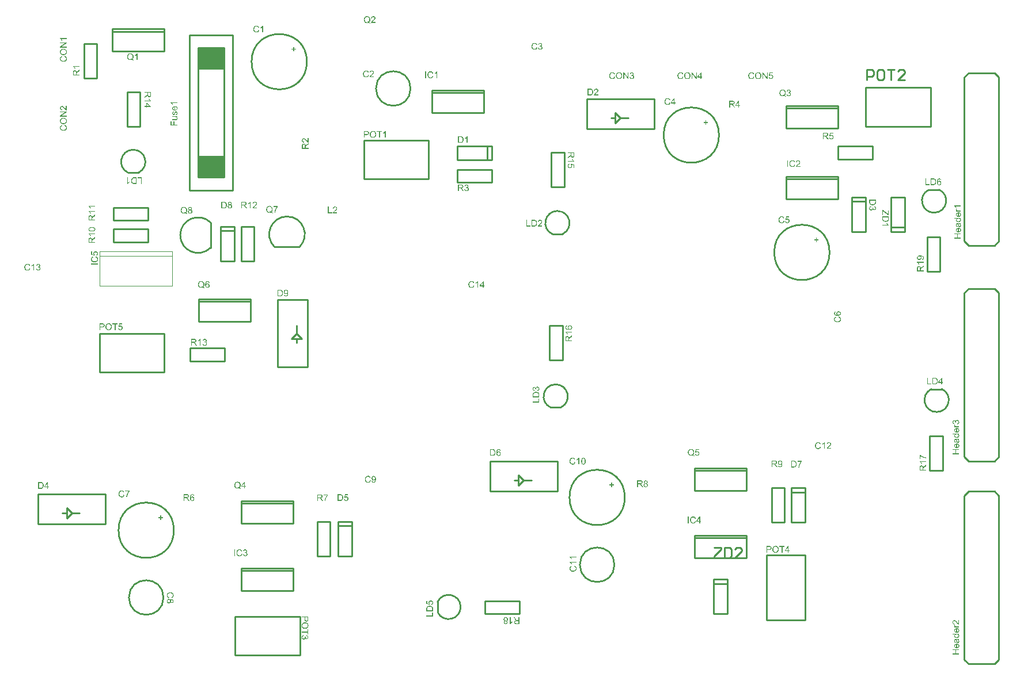
<source format=gto>
%FSLAX25Y25*%
%MOIN*%
G70*
G01*
G75*
G04 Layer_Color=65535*
G04:AMPARAMS|DCode=10|XSize=100mil|YSize=100mil|CornerRadius=25mil|HoleSize=0mil|Usage=FLASHONLY|Rotation=0.000|XOffset=0mil|YOffset=0mil|HoleType=Round|Shape=RoundedRectangle|*
%AMROUNDEDRECTD10*
21,1,0.10000,0.05000,0,0,0.0*
21,1,0.05000,0.10000,0,0,0.0*
1,1,0.05000,0.02500,-0.02500*
1,1,0.05000,-0.02500,-0.02500*
1,1,0.05000,-0.02500,0.02500*
1,1,0.05000,0.02500,0.02500*
%
%ADD10ROUNDEDRECTD10*%
%ADD11C,0.08000*%
G04:AMPARAMS|DCode=12|XSize=80mil|YSize=100mil|CornerRadius=20mil|HoleSize=0mil|Usage=FLASHONLY|Rotation=0.000|XOffset=0mil|YOffset=0mil|HoleType=Round|Shape=RoundedRectangle|*
%AMROUNDEDRECTD12*
21,1,0.08000,0.06000,0,0,0.0*
21,1,0.04000,0.10000,0,0,0.0*
1,1,0.04000,0.02000,-0.03000*
1,1,0.04000,-0.02000,-0.03000*
1,1,0.04000,-0.02000,0.03000*
1,1,0.04000,0.02000,0.03000*
%
%ADD12ROUNDEDRECTD12*%
%ADD13C,0.07000*%
%ADD14C,0.06000*%
%ADD15C,0.12000*%
G04:AMPARAMS|DCode=16|XSize=100mil|YSize=100mil|CornerRadius=25mil|HoleSize=0mil|Usage=FLASHONLY|Rotation=90.000|XOffset=0mil|YOffset=0mil|HoleType=Round|Shape=RoundedRectangle|*
%AMROUNDEDRECTD16*
21,1,0.10000,0.05000,0,0,90.0*
21,1,0.05000,0.10000,0,0,90.0*
1,1,0.05000,0.02500,0.02500*
1,1,0.05000,0.02500,-0.02500*
1,1,0.05000,-0.02500,-0.02500*
1,1,0.05000,-0.02500,0.02500*
%
%ADD16ROUNDEDRECTD16*%
G04:AMPARAMS|DCode=17|XSize=90mil|YSize=110mil|CornerRadius=22.5mil|HoleSize=0mil|Usage=FLASHONLY|Rotation=0.000|XOffset=0mil|YOffset=0mil|HoleType=Round|Shape=RoundedRectangle|*
%AMROUNDEDRECTD17*
21,1,0.09000,0.06500,0,0,0.0*
21,1,0.04500,0.11000,0,0,0.0*
1,1,0.04500,0.02250,-0.03250*
1,1,0.04500,-0.02250,-0.03250*
1,1,0.04500,-0.02250,0.03250*
1,1,0.04500,0.02250,0.03250*
%
%ADD17ROUNDEDRECTD17*%
G04:AMPARAMS|DCode=18|XSize=80mil|YSize=80mil|CornerRadius=20mil|HoleSize=0mil|Usage=FLASHONLY|Rotation=90.000|XOffset=0mil|YOffset=0mil|HoleType=Round|Shape=RoundedRectangle|*
%AMROUNDEDRECTD18*
21,1,0.08000,0.04000,0,0,90.0*
21,1,0.04000,0.08000,0,0,90.0*
1,1,0.04000,0.02000,0.02000*
1,1,0.04000,0.02000,-0.02000*
1,1,0.04000,-0.02000,-0.02000*
1,1,0.04000,-0.02000,0.02000*
%
%ADD18ROUNDEDRECTD18*%
G04:AMPARAMS|DCode=19|XSize=80mil|YSize=80mil|CornerRadius=20mil|HoleSize=0mil|Usage=FLASHONLY|Rotation=0.000|XOffset=0mil|YOffset=0mil|HoleType=Round|Shape=RoundedRectangle|*
%AMROUNDEDRECTD19*
21,1,0.08000,0.04000,0,0,0.0*
21,1,0.04000,0.08000,0,0,0.0*
1,1,0.04000,0.02000,-0.02000*
1,1,0.04000,-0.02000,-0.02000*
1,1,0.04000,-0.02000,0.02000*
1,1,0.04000,0.02000,0.02000*
%
%ADD19ROUNDEDRECTD19*%
G04:AMPARAMS|DCode=20|XSize=236.22mil|YSize=236.22mil|CornerRadius=0mil|HoleSize=0mil|Usage=FLASHONLY|Rotation=0.000|XOffset=0mil|YOffset=0mil|HoleType=Round|Shape=Octagon|*
%AMOCTAGOND20*
4,1,8,0.11811,-0.05906,0.11811,0.05906,0.05906,0.11811,-0.05906,0.11811,-0.11811,0.05906,-0.11811,-0.05906,-0.05906,-0.11811,0.05906,-0.11811,0.11811,-0.05906,0.0*
%
%ADD20OCTAGOND20*%

%ADD21C,0.05000*%
%ADD22C,0.04000*%
%ADD23C,0.06000*%
%ADD24C,0.01000*%
%ADD25C,0.00394*%
%ADD26R,0.15000X0.12500*%
G36*
X247000Y44000D02*
X243157D01*
Y44509D01*
X246550D01*
Y46398D01*
X247000D01*
Y44000D01*
D02*
G37*
G36*
X245169Y50172D02*
X245216D01*
X245321Y50166D01*
X245438Y50154D01*
X245573Y50131D01*
X245707Y50107D01*
X245836Y50072D01*
X245842D01*
X245853Y50066D01*
X245871Y50061D01*
X245894Y50055D01*
X245953Y50031D01*
X246035Y50002D01*
X246123Y49967D01*
X246216Y49920D01*
X246310Y49867D01*
X246397Y49809D01*
X246409Y49803D01*
X246432Y49780D01*
X246474Y49751D01*
X246526Y49704D01*
X246579Y49657D01*
X246637Y49593D01*
X246696Y49528D01*
X246748Y49458D01*
X246754Y49452D01*
X246766Y49423D01*
X246789Y49382D01*
X246819Y49329D01*
X246848Y49265D01*
X246877Y49189D01*
X246906Y49101D01*
X246936Y49002D01*
Y48990D01*
X246947Y48955D01*
X246953Y48902D01*
X246965Y48826D01*
X246977Y48739D01*
X246988Y48633D01*
X246994Y48516D01*
X247000Y48388D01*
Y47007D01*
X243157D01*
Y48323D01*
Y48329D01*
Y48341D01*
Y48364D01*
Y48399D01*
Y48434D01*
Y48481D01*
X243162Y48581D01*
X243168Y48686D01*
X243180Y48803D01*
X243197Y48914D01*
X243215Y49008D01*
Y49014D01*
X243221Y49025D01*
Y49037D01*
X243233Y49060D01*
X243250Y49125D01*
X243279Y49201D01*
X243315Y49288D01*
X243361Y49382D01*
X243420Y49476D01*
X243490Y49569D01*
Y49575D01*
X243502Y49581D01*
X243537Y49622D01*
X243595Y49674D01*
X243671Y49739D01*
X243765Y49815D01*
X243876Y49891D01*
X244005Y49961D01*
X244151Y50025D01*
X244157D01*
X244169Y50031D01*
X244192Y50037D01*
X244221Y50049D01*
X244256Y50061D01*
X244303Y50072D01*
X244356Y50090D01*
X244414Y50102D01*
X244479Y50113D01*
X244549Y50131D01*
X244701Y50154D01*
X244871Y50172D01*
X245058Y50178D01*
X245134D01*
X245169Y50172D01*
D02*
G37*
G36*
X532500Y131244D02*
X531704Y130735D01*
X531699D01*
X531687Y130723D01*
X531669Y130711D01*
X531646Y130700D01*
X531587Y130659D01*
X531511Y130606D01*
X531424Y130547D01*
X531336Y130483D01*
X531254Y130425D01*
X531178Y130366D01*
X531172Y130360D01*
X531149Y130343D01*
X531114Y130314D01*
X531073Y130284D01*
X530991Y130196D01*
X530950Y130156D01*
X530921Y130109D01*
X530915Y130103D01*
X530909Y130091D01*
X530897Y130068D01*
X530880Y130039D01*
X530844Y129968D01*
X530815Y129881D01*
Y129875D01*
X530809Y129863D01*
Y129840D01*
X530803Y129810D01*
X530798Y129770D01*
Y129723D01*
X530792Y129664D01*
Y129594D01*
Y129009D01*
X532500D01*
Y128500D01*
X528656D01*
Y130202D01*
Y130208D01*
Y130226D01*
Y130249D01*
Y130284D01*
X528662Y130331D01*
Y130378D01*
X528668Y130495D01*
X528680Y130618D01*
X528703Y130746D01*
X528727Y130869D01*
X528744Y130928D01*
X528762Y130980D01*
Y130986D01*
X528768Y130992D01*
X528779Y131027D01*
X528809Y131074D01*
X528850Y131132D01*
X528896Y131203D01*
X528961Y131273D01*
X529037Y131343D01*
X529130Y131407D01*
X529142Y131413D01*
X529177Y131431D01*
X529230Y131460D01*
X529300Y131489D01*
X529388Y131519D01*
X529487Y131548D01*
X529593Y131565D01*
X529710Y131571D01*
X529750D01*
X529780Y131565D01*
X529815D01*
X529856Y131560D01*
X529949Y131536D01*
X530060Y131507D01*
X530172Y131460D01*
X530289Y131390D01*
X530347Y131349D01*
X530400Y131302D01*
X530411Y131290D01*
X530423Y131273D01*
X530447Y131255D01*
X530464Y131226D01*
X530493Y131191D01*
X530517Y131150D01*
X530546Y131103D01*
X530575Y131051D01*
X530605Y130986D01*
X530634Y130922D01*
X530663Y130846D01*
X530692Y130770D01*
X530716Y130682D01*
X530733Y130588D01*
X530751Y130489D01*
X530757Y130501D01*
X530768Y130524D01*
X530786Y130559D01*
X530809Y130600D01*
X530874Y130700D01*
X530909Y130752D01*
X530944Y130793D01*
X530956Y130805D01*
X530979Y130834D01*
X531026Y130875D01*
X531084Y130928D01*
X531160Y130992D01*
X531248Y131062D01*
X531348Y131138D01*
X531459Y131214D01*
X532500Y131881D01*
Y131244D01*
D02*
G37*
G36*
X540120Y297855D02*
X540155D01*
X540202Y297849D01*
X540307Y297832D01*
X540424Y297797D01*
X540547Y297750D01*
X540670Y297691D01*
X540728Y297650D01*
X540787Y297604D01*
X540793D01*
X540798Y297592D01*
X540834Y297557D01*
X540880Y297498D01*
X540939Y297422D01*
X541003Y297323D01*
X541056Y297206D01*
X541108Y297065D01*
X541138Y296907D01*
X540670Y296872D01*
Y296878D01*
Y296884D01*
X540658Y296919D01*
X540640Y296966D01*
X540623Y297024D01*
X540564Y297159D01*
X540529Y297217D01*
X540488Y297270D01*
X540483Y297282D01*
X540453Y297305D01*
X540412Y297335D01*
X540360Y297375D01*
X540289Y297411D01*
X540207Y297446D01*
X540114Y297469D01*
X540015Y297475D01*
X539973D01*
X539933Y297469D01*
X539880Y297457D01*
X539816Y297446D01*
X539745Y297422D01*
X539681Y297387D01*
X539611Y297346D01*
X539599Y297340D01*
X539576Y297317D01*
X539535Y297276D01*
X539488Y297223D01*
X539430Y297159D01*
X539371Y297077D01*
X539313Y296978D01*
X539260Y296866D01*
Y296861D01*
X539254Y296855D01*
X539248Y296831D01*
X539242Y296808D01*
X539231Y296779D01*
X539219Y296738D01*
X539207Y296691D01*
X539195Y296638D01*
X539184Y296580D01*
X539172Y296515D01*
X539160Y296439D01*
X539149Y296363D01*
X539143Y296276D01*
X539137Y296182D01*
X539131Y296083D01*
Y295983D01*
X539137Y295989D01*
X539160Y296018D01*
X539195Y296065D01*
X539248Y296124D01*
X539307Y296188D01*
X539377Y296252D01*
X539459Y296311D01*
X539546Y296363D01*
X539558Y296369D01*
X539587Y296381D01*
X539640Y296404D01*
X539704Y296428D01*
X539781Y296451D01*
X539868Y296475D01*
X539962Y296486D01*
X540061Y296492D01*
X540108D01*
X540143Y296486D01*
X540184Y296480D01*
X540231Y296475D01*
X540342Y296451D01*
X540465Y296404D01*
X540535Y296381D01*
X540599Y296346D01*
X540670Y296305D01*
X540740Y296258D01*
X540804Y296205D01*
X540869Y296141D01*
X540874Y296135D01*
X540880Y296124D01*
X540898Y296106D01*
X540921Y296077D01*
X540945Y296042D01*
X540974Y296001D01*
X541003Y295954D01*
X541038Y295901D01*
X541068Y295837D01*
X541097Y295773D01*
X541126Y295696D01*
X541149Y295620D01*
X541173Y295533D01*
X541190Y295445D01*
X541196Y295345D01*
X541202Y295246D01*
Y295240D01*
Y295229D01*
Y295211D01*
Y295188D01*
X541196Y295152D01*
Y295117D01*
X541185Y295024D01*
X541161Y294924D01*
X541138Y294807D01*
X541097Y294690D01*
X541044Y294573D01*
Y294567D01*
X541038Y294562D01*
X541027Y294544D01*
X541015Y294521D01*
X540980Y294468D01*
X540933Y294398D01*
X540869Y294322D01*
X540793Y294246D01*
X540711Y294170D01*
X540611Y294099D01*
X540599Y294094D01*
X540564Y294076D01*
X540506Y294047D01*
X540436Y294018D01*
X540342Y293988D01*
X540237Y293959D01*
X540120Y293941D01*
X539997Y293936D01*
X539973D01*
X539938Y293941D01*
X539897D01*
X539851Y293947D01*
X539792Y293959D01*
X539728Y293971D01*
X539658Y293988D01*
X539582Y294012D01*
X539500Y294041D01*
X539424Y294076D01*
X539342Y294117D01*
X539260Y294170D01*
X539178Y294228D01*
X539102Y294292D01*
X539032Y294369D01*
X539026Y294374D01*
X539014Y294392D01*
X538997Y294415D01*
X538973Y294450D01*
X538944Y294497D01*
X538915Y294556D01*
X538880Y294626D01*
X538850Y294708D01*
X538815Y294801D01*
X538780Y294907D01*
X538751Y295024D01*
X538722Y295152D01*
X538698Y295293D01*
X538681Y295451D01*
X538669Y295615D01*
X538663Y295796D01*
Y295802D01*
Y295808D01*
Y295825D01*
Y295843D01*
Y295901D01*
X538669Y295977D01*
X538675Y296071D01*
X538687Y296176D01*
X538698Y296293D01*
X538716Y296416D01*
X538733Y296551D01*
X538763Y296685D01*
X538798Y296820D01*
X538839Y296948D01*
X538885Y297083D01*
X538938Y297200D01*
X539003Y297317D01*
X539073Y297416D01*
X539079Y297422D01*
X539090Y297434D01*
X539108Y297457D01*
X539137Y297487D01*
X539178Y297522D01*
X539219Y297557D01*
X539272Y297598D01*
X539330Y297639D01*
X539394Y297680D01*
X539470Y297721D01*
X539546Y297756D01*
X539634Y297791D01*
X539728Y297820D01*
X539827Y297843D01*
X539933Y297855D01*
X540044Y297861D01*
X540085D01*
X540120Y297855D01*
D02*
G37*
G36*
X536581Y297838D02*
X536686Y297832D01*
X536803Y297820D01*
X536914Y297802D01*
X537008Y297785D01*
X537013D01*
X537025Y297779D01*
X537037D01*
X537060Y297767D01*
X537125Y297750D01*
X537201Y297721D01*
X537288Y297686D01*
X537382Y297639D01*
X537476Y297580D01*
X537569Y297510D01*
X537575D01*
X537581Y297498D01*
X537622Y297463D01*
X537675Y297405D01*
X537739Y297329D01*
X537815Y297235D01*
X537891Y297124D01*
X537961Y296995D01*
X538026Y296849D01*
Y296843D01*
X538031Y296831D01*
X538037Y296808D01*
X538049Y296779D01*
X538061Y296744D01*
X538072Y296697D01*
X538090Y296644D01*
X538102Y296586D01*
X538113Y296521D01*
X538131Y296451D01*
X538154Y296299D01*
X538172Y296129D01*
X538178Y295942D01*
Y295936D01*
Y295925D01*
Y295901D01*
Y295866D01*
X538172Y295831D01*
Y295784D01*
X538166Y295679D01*
X538154Y295562D01*
X538131Y295427D01*
X538107Y295293D01*
X538072Y295164D01*
Y295158D01*
X538066Y295147D01*
X538061Y295129D01*
X538055Y295106D01*
X538031Y295047D01*
X538002Y294965D01*
X537967Y294878D01*
X537920Y294784D01*
X537868Y294690D01*
X537809Y294603D01*
X537803Y294591D01*
X537780Y294567D01*
X537751Y294527D01*
X537704Y294474D01*
X537657Y294421D01*
X537593Y294363D01*
X537528Y294304D01*
X537458Y294251D01*
X537452Y294246D01*
X537423Y294234D01*
X537382Y294211D01*
X537329Y294181D01*
X537265Y294152D01*
X537189Y294123D01*
X537101Y294094D01*
X537002Y294064D01*
X536990D01*
X536955Y294053D01*
X536902Y294047D01*
X536826Y294035D01*
X536738Y294023D01*
X536633Y294012D01*
X536516Y294006D01*
X536387Y294000D01*
X535007D01*
Y297843D01*
X536481D01*
X536581Y297838D01*
D02*
G37*
G36*
X529078Y137667D02*
X529089Y137655D01*
X529113Y137638D01*
X529142Y137608D01*
X529183Y137579D01*
X529230Y137538D01*
X529288Y137492D01*
X529347Y137445D01*
X529417Y137392D01*
X529499Y137334D01*
X529581Y137269D01*
X529674Y137211D01*
X529774Y137146D01*
X529879Y137076D01*
X529996Y137012D01*
X530113Y136942D01*
X530119Y136936D01*
X530142Y136924D01*
X530177Y136906D01*
X530224Y136883D01*
X530283Y136854D01*
X530353Y136819D01*
X530435Y136778D01*
X530523Y136737D01*
X530616Y136696D01*
X530722Y136649D01*
X530833Y136602D01*
X530950Y136555D01*
X531190Y136468D01*
X531447Y136386D01*
X531453D01*
X531470Y136380D01*
X531494Y136374D01*
X531529Y136362D01*
X531576Y136351D01*
X531628Y136339D01*
X531693Y136327D01*
X531757Y136310D01*
X531833Y136298D01*
X531915Y136281D01*
X532091Y136251D01*
X532289Y136228D01*
X532500Y136210D01*
Y135725D01*
X532453D01*
X532418Y135731D01*
X532377D01*
X532325Y135736D01*
X532260Y135742D01*
X532196Y135748D01*
X532120Y135760D01*
X532032Y135772D01*
X531944Y135783D01*
X531851Y135801D01*
X531745Y135818D01*
X531640Y135842D01*
X531406Y135900D01*
X531400D01*
X531377Y135906D01*
X531342Y135918D01*
X531295Y135930D01*
X531236Y135947D01*
X531172Y135970D01*
X531096Y135994D01*
X531008Y136023D01*
X530921Y136058D01*
X530821Y136093D01*
X530611Y136175D01*
X530388Y136275D01*
X530166Y136386D01*
X530160Y136392D01*
X530137Y136403D01*
X530107Y136421D01*
X530066Y136444D01*
X530014Y136474D01*
X529955Y136509D01*
X529891Y136550D01*
X529815Y136591D01*
X529657Y136696D01*
X529487Y136813D01*
X529318Y136936D01*
X529154Y137070D01*
Y135187D01*
X528703D01*
Y137673D01*
X529072D01*
X529078Y137667D01*
D02*
G37*
G36*
X532500Y133478D02*
X529493D01*
X529499Y133473D01*
X529522Y133449D01*
X529552Y133408D01*
X529593Y133355D01*
X529645Y133291D01*
X529698Y133215D01*
X529762Y133127D01*
X529821Y133028D01*
Y133022D01*
X529827Y133016D01*
X529850Y132981D01*
X529879Y132928D01*
X529914Y132864D01*
X529955Y132788D01*
X529990Y132706D01*
X530031Y132618D01*
X530066Y132536D01*
X529604D01*
Y132542D01*
X529598Y132554D01*
X529587Y132577D01*
X529569Y132601D01*
X529552Y132636D01*
X529534Y132677D01*
X529481Y132771D01*
X529417Y132876D01*
X529341Y132993D01*
X529253Y133110D01*
X529160Y133221D01*
X529154Y133227D01*
X529148Y133233D01*
X529113Y133268D01*
X529060Y133320D01*
X528996Y133385D01*
X528914Y133455D01*
X528826Y133525D01*
X528733Y133589D01*
X528639Y133642D01*
Y133952D01*
X532500D01*
Y133478D01*
D02*
G37*
G36*
X297000Y39656D02*
X295216D01*
X295169Y39662D01*
X295122D01*
X295005Y39668D01*
X294882Y39680D01*
X294754Y39703D01*
X294631Y39727D01*
X294572Y39744D01*
X294520Y39762D01*
X294514D01*
X294508Y39768D01*
X294473Y39779D01*
X294426Y39809D01*
X294368Y39850D01*
X294297Y39896D01*
X294227Y39961D01*
X294157Y40037D01*
X294092Y40130D01*
X294087Y40142D01*
X294069Y40177D01*
X294040Y40230D01*
X294011Y40300D01*
X293981Y40388D01*
X293952Y40487D01*
X293935Y40593D01*
X293929Y40710D01*
Y40715D01*
Y40727D01*
Y40751D01*
X293935Y40780D01*
Y40815D01*
X293940Y40856D01*
X293964Y40949D01*
X293993Y41061D01*
X294040Y41172D01*
X294110Y41289D01*
X294151Y41347D01*
X294198Y41400D01*
X294210Y41412D01*
X294227Y41423D01*
X294245Y41447D01*
X294274Y41464D01*
X294309Y41493D01*
X294350Y41517D01*
X294397Y41546D01*
X294449Y41575D01*
X294514Y41605D01*
X294578Y41634D01*
X294654Y41663D01*
X294730Y41692D01*
X294818Y41716D01*
X294912Y41733D01*
X295011Y41751D01*
X294999Y41757D01*
X294976Y41768D01*
X294941Y41786D01*
X294900Y41809D01*
X294800Y41874D01*
X294748Y41909D01*
X294707Y41944D01*
X294695Y41956D01*
X294666Y41979D01*
X294625Y42026D01*
X294572Y42084D01*
X294508Y42160D01*
X294438Y42248D01*
X294362Y42348D01*
X294286Y42459D01*
X293619Y43500D01*
X294256D01*
X294765Y42704D01*
Y42699D01*
X294777Y42687D01*
X294789Y42669D01*
X294800Y42646D01*
X294841Y42587D01*
X294894Y42511D01*
X294953Y42424D01*
X295017Y42336D01*
X295075Y42254D01*
X295134Y42178D01*
X295140Y42172D01*
X295157Y42149D01*
X295186Y42114D01*
X295216Y42073D01*
X295304Y41991D01*
X295344Y41950D01*
X295391Y41921D01*
X295397Y41915D01*
X295409Y41909D01*
X295432Y41897D01*
X295462Y41880D01*
X295532Y41844D01*
X295619Y41815D01*
X295625D01*
X295637Y41809D01*
X295660D01*
X295690Y41804D01*
X295730Y41798D01*
X295777D01*
X295836Y41792D01*
X296491D01*
Y43500D01*
X297000D01*
Y39656D01*
D02*
G37*
G36*
X308500Y168000D02*
X304657D01*
Y168509D01*
X308050D01*
Y170398D01*
X308500D01*
Y168000D01*
D02*
G37*
G36*
X306669Y174172D02*
X306716D01*
X306821Y174166D01*
X306938Y174154D01*
X307073Y174131D01*
X307207Y174107D01*
X307336Y174072D01*
X307342D01*
X307353Y174066D01*
X307371Y174061D01*
X307394Y174055D01*
X307453Y174031D01*
X307535Y174002D01*
X307623Y173967D01*
X307716Y173920D01*
X307810Y173868D01*
X307897Y173809D01*
X307909Y173803D01*
X307932Y173780D01*
X307974Y173750D01*
X308026Y173704D01*
X308079Y173657D01*
X308137Y173593D01*
X308196Y173528D01*
X308248Y173458D01*
X308254Y173452D01*
X308266Y173423D01*
X308289Y173382D01*
X308319Y173329D01*
X308348Y173265D01*
X308377Y173189D01*
X308406Y173101D01*
X308436Y173002D01*
Y172990D01*
X308447Y172955D01*
X308453Y172902D01*
X308465Y172826D01*
X308477Y172739D01*
X308488Y172633D01*
X308494Y172516D01*
X308500Y172388D01*
Y171007D01*
X304657D01*
Y172323D01*
Y172329D01*
Y172341D01*
Y172364D01*
Y172399D01*
Y172434D01*
Y172481D01*
X304662Y172581D01*
X304668Y172686D01*
X304680Y172803D01*
X304697Y172914D01*
X304715Y173008D01*
Y173013D01*
X304721Y173025D01*
Y173037D01*
X304733Y173060D01*
X304750Y173125D01*
X304779Y173201D01*
X304815Y173288D01*
X304861Y173382D01*
X304920Y173476D01*
X304990Y173569D01*
Y173575D01*
X305002Y173581D01*
X305037Y173622D01*
X305095Y173674D01*
X305171Y173739D01*
X305265Y173815D01*
X305376Y173891D01*
X305505Y173961D01*
X305651Y174025D01*
X305657D01*
X305669Y174031D01*
X305692Y174037D01*
X305721Y174049D01*
X305756Y174061D01*
X305803Y174072D01*
X305856Y174090D01*
X305914Y174101D01*
X305979Y174113D01*
X306049Y174131D01*
X306201Y174154D01*
X306371Y174172D01*
X306558Y174178D01*
X306634D01*
X306669Y174172D01*
D02*
G37*
G36*
X541670Y179851D02*
X542190D01*
Y179419D01*
X541670D01*
Y178500D01*
X541196D01*
Y179419D01*
X539529D01*
Y179851D01*
X541284Y182338D01*
X541670D01*
Y179851D01*
D02*
G37*
G36*
X245789Y53225D02*
X245836Y53220D01*
X245888Y53214D01*
X245947Y53208D01*
X246011Y53196D01*
X246152Y53155D01*
X246298Y53103D01*
X246380Y53067D01*
X246456Y53026D01*
X246532Y52980D01*
X246602Y52927D01*
X246608Y52921D01*
X246620Y52910D01*
X246643Y52886D01*
X246672Y52857D01*
X246708Y52822D01*
X246748Y52775D01*
X246789Y52722D01*
X246830Y52658D01*
X246877Y52594D01*
X246918Y52518D01*
X246959Y52430D01*
X246994Y52342D01*
X247023Y52243D01*
X247047Y52143D01*
X247059Y52032D01*
X247064Y51915D01*
Y51909D01*
Y51892D01*
Y51862D01*
X247059Y51827D01*
X247053Y51786D01*
X247047Y51734D01*
X247041Y51675D01*
X247029Y51611D01*
X246994Y51476D01*
X246941Y51336D01*
X246906Y51266D01*
X246866Y51196D01*
X246825Y51125D01*
X246772Y51061D01*
X246766Y51055D01*
X246760Y51049D01*
X246743Y51032D01*
X246719Y51008D01*
X246690Y50985D01*
X246655Y50956D01*
X246614Y50926D01*
X246567Y50891D01*
X246456Y50827D01*
X246321Y50763D01*
X246169Y50716D01*
X246082Y50698D01*
X245994Y50687D01*
X245959Y51184D01*
X245976D01*
X245994Y51190D01*
X246017Y51196D01*
X246082Y51213D01*
X246164Y51236D01*
X246251Y51266D01*
X246339Y51313D01*
X246427Y51365D01*
X246503Y51435D01*
X246509Y51447D01*
X246532Y51471D01*
X246555Y51511D01*
X246590Y51570D01*
X246620Y51640D01*
X246649Y51722D01*
X246672Y51816D01*
X246678Y51915D01*
Y51921D01*
Y51933D01*
Y51950D01*
X246672Y51974D01*
X246667Y52038D01*
X246649Y52120D01*
X246614Y52208D01*
X246573Y52307D01*
X246509Y52401D01*
X246474Y52447D01*
X246427Y52494D01*
X246421D01*
X246415Y52506D01*
X246380Y52529D01*
X246321Y52570D01*
X246245Y52611D01*
X246146Y52652D01*
X246029Y52693D01*
X245894Y52716D01*
X245742Y52728D01*
X245701D01*
X245678Y52722D01*
X245643D01*
X245602Y52716D01*
X245508Y52699D01*
X245409Y52675D01*
X245304Y52635D01*
X245198Y52576D01*
X245105Y52500D01*
X245093Y52488D01*
X245070Y52459D01*
X245028Y52412D01*
X244988Y52342D01*
X244947Y52260D01*
X244906Y52155D01*
X244882Y52038D01*
X244871Y51909D01*
Y51898D01*
Y51868D01*
X244877Y51827D01*
X244882Y51769D01*
X244900Y51704D01*
X244917Y51634D01*
X244947Y51564D01*
X244982Y51494D01*
X244988Y51488D01*
X244999Y51465D01*
X245023Y51429D01*
X245052Y51389D01*
X245093Y51348D01*
X245140Y51301D01*
X245192Y51254D01*
X245251Y51213D01*
X245186Y50769D01*
X243215Y51143D01*
Y53050D01*
X243666D01*
Y51517D01*
X244701Y51307D01*
X244695Y51313D01*
X244689Y51324D01*
X244678Y51342D01*
X244660Y51365D01*
X244642Y51400D01*
X244625Y51435D01*
X244578Y51529D01*
X244531Y51634D01*
X244496Y51757D01*
X244467Y51892D01*
X244455Y52032D01*
Y52038D01*
Y52055D01*
Y52079D01*
X244461Y52114D01*
X244467Y52161D01*
X244473Y52208D01*
X244484Y52266D01*
X244496Y52324D01*
X244543Y52459D01*
X244566Y52529D01*
X244601Y52600D01*
X244642Y52675D01*
X244689Y52746D01*
X244742Y52816D01*
X244806Y52880D01*
X244812Y52886D01*
X244824Y52898D01*
X244841Y52915D01*
X244871Y52933D01*
X244906Y52962D01*
X244947Y52991D01*
X244993Y53021D01*
X245046Y53056D01*
X245110Y53091D01*
X245175Y53120D01*
X245251Y53149D01*
X245327Y53179D01*
X245415Y53196D01*
X245502Y53214D01*
X245602Y53225D01*
X245701Y53231D01*
X245754D01*
X245789Y53225D01*
D02*
G37*
G36*
X533509Y178951D02*
X535398D01*
Y178500D01*
X533000D01*
Y182343D01*
X533509D01*
Y178951D01*
D02*
G37*
G36*
X537581Y182338D02*
X537686Y182332D01*
X537803Y182320D01*
X537914Y182302D01*
X538008Y182285D01*
X538014D01*
X538025Y182279D01*
X538037D01*
X538060Y182267D01*
X538125Y182250D01*
X538201Y182221D01*
X538288Y182185D01*
X538382Y182139D01*
X538476Y182080D01*
X538569Y182010D01*
X538575D01*
X538581Y181998D01*
X538622Y181963D01*
X538674Y181905D01*
X538739Y181829D01*
X538815Y181735D01*
X538891Y181624D01*
X538961Y181495D01*
X539025Y181349D01*
Y181343D01*
X539031Y181331D01*
X539037Y181308D01*
X539049Y181279D01*
X539061Y181244D01*
X539072Y181197D01*
X539090Y181144D01*
X539102Y181086D01*
X539113Y181021D01*
X539131Y180951D01*
X539154Y180799D01*
X539172Y180629D01*
X539178Y180442D01*
Y180436D01*
Y180425D01*
Y180401D01*
Y180366D01*
X539172Y180331D01*
Y180284D01*
X539166Y180179D01*
X539154Y180062D01*
X539131Y179927D01*
X539107Y179793D01*
X539072Y179664D01*
Y179658D01*
X539066Y179647D01*
X539061Y179629D01*
X539055Y179606D01*
X539031Y179547D01*
X539002Y179465D01*
X538967Y179377D01*
X538920Y179284D01*
X538868Y179190D01*
X538809Y179103D01*
X538803Y179091D01*
X538780Y179068D01*
X538751Y179026D01*
X538704Y178974D01*
X538657Y178921D01*
X538593Y178863D01*
X538528Y178804D01*
X538458Y178752D01*
X538452Y178746D01*
X538423Y178734D01*
X538382Y178711D01*
X538329Y178681D01*
X538265Y178652D01*
X538189Y178623D01*
X538101Y178594D01*
X538002Y178564D01*
X537990D01*
X537955Y178553D01*
X537902Y178547D01*
X537826Y178535D01*
X537739Y178523D01*
X537633Y178512D01*
X537516Y178506D01*
X537388Y178500D01*
X536007D01*
Y182343D01*
X537481D01*
X537581Y182338D01*
D02*
G37*
G36*
X172960Y40572D02*
X173024D01*
X173106Y40560D01*
X173200Y40549D01*
X173299Y40537D01*
X173416Y40513D01*
X173533Y40484D01*
X173656Y40455D01*
X173779Y40414D01*
X173902Y40361D01*
X174024Y40303D01*
X174147Y40238D01*
X174258Y40156D01*
X174364Y40069D01*
X174370Y40063D01*
X174387Y40045D01*
X174416Y40016D01*
X174451Y39975D01*
X174493Y39923D01*
X174533Y39864D01*
X174586Y39794D01*
X174639Y39712D01*
X174686Y39618D01*
X174738Y39519D01*
X174779Y39408D01*
X174826Y39291D01*
X174855Y39168D01*
X174884Y39033D01*
X174902Y38887D01*
X174908Y38741D01*
Y38735D01*
Y38717D01*
Y38688D01*
X174902Y38653D01*
Y38606D01*
X174896Y38548D01*
X174884Y38489D01*
X174879Y38419D01*
X174844Y38273D01*
X174797Y38109D01*
X174738Y37945D01*
X174697Y37863D01*
X174650Y37782D01*
Y37776D01*
X174639Y37764D01*
X174627Y37740D01*
X174604Y37711D01*
X174580Y37676D01*
X174545Y37635D01*
X174469Y37542D01*
X174370Y37436D01*
X174247Y37325D01*
X174106Y37226D01*
X173943Y37132D01*
X173937D01*
X173919Y37120D01*
X173896Y37109D01*
X173861Y37097D01*
X173820Y37080D01*
X173767Y37062D01*
X173708Y37038D01*
X173644Y37015D01*
X173568Y36998D01*
X173492Y36974D01*
X173317Y36939D01*
X173124Y36916D01*
X172913Y36904D01*
X172854D01*
X172813Y36910D01*
X172761D01*
X172702Y36916D01*
X172638Y36922D01*
X172562Y36933D01*
X172398Y36963D01*
X172223Y37003D01*
X172041Y37062D01*
X171866Y37144D01*
X171860D01*
X171848Y37156D01*
X171825Y37167D01*
X171790Y37185D01*
X171755Y37214D01*
X171708Y37243D01*
X171608Y37314D01*
X171497Y37407D01*
X171380Y37524D01*
X171269Y37659D01*
X171170Y37811D01*
Y37817D01*
X171158Y37828D01*
X171146Y37852D01*
X171134Y37887D01*
X171117Y37928D01*
X171094Y37975D01*
X171076Y38027D01*
X171053Y38091D01*
X171012Y38226D01*
X170971Y38384D01*
X170947Y38559D01*
X170936Y38741D01*
Y38747D01*
Y38764D01*
Y38794D01*
X170941Y38834D01*
Y38881D01*
X170947Y38934D01*
X170959Y38998D01*
X170971Y39068D01*
X171000Y39215D01*
X171047Y39378D01*
X171111Y39548D01*
X171146Y39630D01*
X171193Y39712D01*
X171199Y39718D01*
X171205Y39729D01*
X171222Y39753D01*
X171240Y39782D01*
X171269Y39817D01*
X171298Y39858D01*
X171380Y39952D01*
X171485Y40057D01*
X171602Y40168D01*
X171749Y40268D01*
X171907Y40361D01*
X171913D01*
X171930Y40373D01*
X171953Y40379D01*
X171989Y40396D01*
X172030Y40414D01*
X172076Y40431D01*
X172135Y40449D01*
X172199Y40467D01*
X172269Y40490D01*
X172340Y40508D01*
X172503Y40543D01*
X172679Y40566D01*
X172866Y40578D01*
X172907D01*
X172960Y40572D01*
D02*
G37*
G36*
X326348Y212667D02*
X326383D01*
X326476Y212655D01*
X326576Y212632D01*
X326693Y212608D01*
X326810Y212567D01*
X326927Y212515D01*
X326933D01*
X326938Y212509D01*
X326956Y212497D01*
X326979Y212486D01*
X327032Y212451D01*
X327102Y212404D01*
X327178Y212339D01*
X327254Y212263D01*
X327330Y212181D01*
X327401Y212082D01*
X327406Y212070D01*
X327424Y212035D01*
X327453Y211977D01*
X327483Y211906D01*
X327512Y211813D01*
X327541Y211707D01*
X327558Y211591D01*
X327564Y211468D01*
Y211462D01*
Y211444D01*
X327558Y211409D01*
Y211368D01*
X327553Y211321D01*
X327541Y211263D01*
X327529Y211199D01*
X327512Y211128D01*
X327488Y211052D01*
X327459Y210970D01*
X327424Y210894D01*
X327383Y210812D01*
X327330Y210731D01*
X327272Y210649D01*
X327207Y210573D01*
X327131Y210502D01*
X327126Y210497D01*
X327108Y210485D01*
X327085Y210467D01*
X327049Y210444D01*
X327003Y210415D01*
X326944Y210385D01*
X326874Y210350D01*
X326792Y210321D01*
X326698Y210286D01*
X326593Y210251D01*
X326476Y210222D01*
X326348Y210192D01*
X326207Y210169D01*
X326049Y210152D01*
X325885Y210140D01*
X325704Y210134D01*
X325599D01*
X325523Y210140D01*
X325429Y210146D01*
X325324Y210157D01*
X325207Y210169D01*
X325084Y210187D01*
X324949Y210204D01*
X324815Y210233D01*
X324680Y210268D01*
X324552Y210309D01*
X324417Y210356D01*
X324300Y210409D01*
X324183Y210473D01*
X324084Y210543D01*
X324078Y210549D01*
X324066Y210561D01*
X324043Y210578D01*
X324013Y210608D01*
X323978Y210649D01*
X323943Y210690D01*
X323902Y210742D01*
X323861Y210801D01*
X323820Y210865D01*
X323779Y210941D01*
X323744Y211017D01*
X323709Y211105D01*
X323680Y211199D01*
X323657Y211298D01*
X323645Y211403D01*
X323639Y211514D01*
Y211520D01*
Y211532D01*
Y211556D01*
X323645Y211591D01*
Y211626D01*
X323651Y211672D01*
X323668Y211778D01*
X323703Y211895D01*
X323750Y212018D01*
X323809Y212140D01*
X323850Y212199D01*
X323896Y212258D01*
Y212263D01*
X323908Y212269D01*
X323943Y212304D01*
X324002Y212351D01*
X324078Y212409D01*
X324177Y212474D01*
X324294Y212526D01*
X324435Y212579D01*
X324592Y212608D01*
X324628Y212140D01*
X324616D01*
X324581Y212129D01*
X324534Y212111D01*
X324476Y212094D01*
X324341Y212035D01*
X324283Y212000D01*
X324230Y211959D01*
X324218Y211953D01*
X324195Y211924D01*
X324166Y211883D01*
X324125Y211830D01*
X324089Y211760D01*
X324054Y211678D01*
X324031Y211585D01*
X324025Y211485D01*
Y211473D01*
Y211444D01*
X324031Y211403D01*
X324043Y211351D01*
X324054Y211286D01*
X324078Y211216D01*
X324113Y211152D01*
X324154Y211082D01*
X324160Y211070D01*
X324183Y211047D01*
X324224Y211005D01*
X324277Y210959D01*
X324341Y210900D01*
X324423Y210842D01*
X324522Y210783D01*
X324634Y210731D01*
X324639D01*
X324645Y210725D01*
X324669Y210719D01*
X324692Y210713D01*
X324721Y210701D01*
X324762Y210690D01*
X324809Y210678D01*
X324862Y210666D01*
X324920Y210655D01*
X324985Y210643D01*
X325061Y210631D01*
X325137Y210619D01*
X325224Y210614D01*
X325318Y210608D01*
X325417Y210602D01*
X325517D01*
X325511Y210608D01*
X325482Y210631D01*
X325435Y210666D01*
X325377Y210719D01*
X325312Y210777D01*
X325248Y210848D01*
X325189Y210929D01*
X325137Y211017D01*
X325131Y211029D01*
X325119Y211058D01*
X325096Y211111D01*
X325072Y211175D01*
X325049Y211251D01*
X325026Y211339D01*
X325014Y211433D01*
X325008Y211532D01*
Y211538D01*
Y211556D01*
Y211579D01*
X325014Y211614D01*
X325020Y211655D01*
X325026Y211702D01*
X325049Y211813D01*
X325096Y211936D01*
X325119Y212006D01*
X325154Y212070D01*
X325195Y212140D01*
X325242Y212211D01*
X325294Y212275D01*
X325359Y212339D01*
X325365Y212345D01*
X325377Y212351D01*
X325394Y212369D01*
X325423Y212392D01*
X325458Y212415D01*
X325499Y212445D01*
X325546Y212474D01*
X325599Y212509D01*
X325663Y212538D01*
X325727Y212567D01*
X325803Y212597D01*
X325880Y212620D01*
X325967Y212644D01*
X326055Y212661D01*
X326154Y212667D01*
X326254Y212673D01*
X326312D01*
X326348Y212667D01*
D02*
G37*
G36*
X174844Y42555D02*
Y42549D01*
Y42538D01*
Y42520D01*
Y42491D01*
Y42426D01*
X174838Y42339D01*
X174832Y42245D01*
X174826Y42145D01*
X174814Y42052D01*
X174802Y41970D01*
Y41964D01*
Y41958D01*
X174791Y41923D01*
X174779Y41871D01*
X174762Y41806D01*
X174738Y41730D01*
X174709Y41654D01*
X174668Y41572D01*
X174621Y41496D01*
X174615Y41490D01*
X174598Y41461D01*
X174568Y41426D01*
X174528Y41385D01*
X174475Y41338D01*
X174410Y41286D01*
X174340Y41233D01*
X174253Y41186D01*
X174241Y41180D01*
X174212Y41169D01*
X174165Y41151D01*
X174100Y41128D01*
X174024Y41104D01*
X173937Y41087D01*
X173837Y41075D01*
X173732Y41069D01*
X173685D01*
X173650Y41075D01*
X173609Y41081D01*
X173556Y41087D01*
X173504Y41093D01*
X173445Y41110D01*
X173311Y41145D01*
X173176Y41204D01*
X173106Y41239D01*
X173036Y41280D01*
X172966Y41326D01*
X172901Y41385D01*
X172895Y41391D01*
X172890Y41403D01*
X172872Y41420D01*
X172849Y41443D01*
X172825Y41484D01*
X172796Y41526D01*
X172767Y41578D01*
X172737Y41642D01*
X172702Y41713D01*
X172673Y41794D01*
X172644Y41888D01*
X172620Y41988D01*
X172597Y42105D01*
X172580Y42227D01*
X172574Y42362D01*
X172568Y42508D01*
Y43491D01*
X171000D01*
Y44000D01*
X174844D01*
Y42555D01*
D02*
G37*
G36*
Y33499D02*
X174393D01*
Y34763D01*
X171000D01*
Y35272D01*
X174393D01*
Y36535D01*
X174844D01*
Y33499D01*
D02*
G37*
G36*
X327896Y308958D02*
X327902Y308946D01*
X327913Y308923D01*
X327931Y308899D01*
X327948Y308864D01*
X327966Y308823D01*
X328019Y308730D01*
X328083Y308624D01*
X328159Y308507D01*
X328247Y308390D01*
X328340Y308279D01*
X328346Y308273D01*
X328352Y308267D01*
X328387Y308232D01*
X328440Y308180D01*
X328504Y308115D01*
X328586Y308045D01*
X328674Y307975D01*
X328767Y307910D01*
X328861Y307858D01*
Y307548D01*
X325000D01*
Y308022D01*
X328007D01*
X328001Y308028D01*
X327978Y308051D01*
X327948Y308092D01*
X327907Y308144D01*
X327855Y308209D01*
X327802Y308285D01*
X327738Y308373D01*
X327679Y308472D01*
Y308478D01*
X327674Y308484D01*
X327650Y308519D01*
X327621Y308572D01*
X327586Y308636D01*
X327545Y308712D01*
X327510Y308794D01*
X327469Y308882D01*
X327434Y308963D01*
X327896D01*
Y308958D01*
D02*
G37*
G36*
X326041Y305845D02*
X326024D01*
X326006Y305840D01*
X325983Y305834D01*
X325918Y305816D01*
X325836Y305793D01*
X325749Y305764D01*
X325661Y305717D01*
X325573Y305664D01*
X325497Y305594D01*
X325491Y305582D01*
X325468Y305559D01*
X325445Y305518D01*
X325410Y305459D01*
X325380Y305389D01*
X325351Y305307D01*
X325328Y305214D01*
X325322Y305114D01*
Y305108D01*
Y305097D01*
Y305079D01*
X325328Y305056D01*
X325333Y304991D01*
X325351Y304909D01*
X325386Y304822D01*
X325427Y304722D01*
X325491Y304629D01*
X325526Y304582D01*
X325573Y304535D01*
X325579D01*
X325585Y304523D01*
X325620Y304500D01*
X325679Y304459D01*
X325755Y304418D01*
X325854Y304377D01*
X325971Y304336D01*
X326106Y304313D01*
X326258Y304301D01*
X326299D01*
X326322Y304307D01*
X326357D01*
X326398Y304313D01*
X326492Y304330D01*
X326591Y304354D01*
X326696Y304395D01*
X326802Y304453D01*
X326895Y304529D01*
X326907Y304541D01*
X326930Y304570D01*
X326972Y304617D01*
X327012Y304687D01*
X327053Y304769D01*
X327094Y304874D01*
X327118Y304991D01*
X327129Y305120D01*
Y305132D01*
Y305161D01*
X327123Y305202D01*
X327118Y305260D01*
X327100Y305325D01*
X327083Y305395D01*
X327053Y305465D01*
X327018Y305535D01*
X327012Y305541D01*
X327001Y305565D01*
X326977Y305600D01*
X326948Y305641D01*
X326907Y305682D01*
X326860Y305729D01*
X326808Y305775D01*
X326749Y305816D01*
X326814Y306261D01*
X328785Y305886D01*
Y303979D01*
X328334D01*
Y305512D01*
X327299Y305723D01*
X327305Y305717D01*
X327311Y305705D01*
X327322Y305687D01*
X327340Y305664D01*
X327358Y305629D01*
X327375Y305594D01*
X327422Y305500D01*
X327469Y305395D01*
X327504Y305272D01*
X327533Y305138D01*
X327545Y304997D01*
Y304991D01*
Y304974D01*
Y304950D01*
X327539Y304915D01*
X327533Y304869D01*
X327527Y304822D01*
X327516Y304763D01*
X327504Y304705D01*
X327457Y304570D01*
X327434Y304500D01*
X327398Y304430D01*
X327358Y304354D01*
X327311Y304283D01*
X327258Y304213D01*
X327194Y304149D01*
X327188Y304143D01*
X327176Y304131D01*
X327159Y304114D01*
X327129Y304096D01*
X327094Y304067D01*
X327053Y304038D01*
X327007Y304009D01*
X326954Y303974D01*
X326890Y303938D01*
X326825Y303909D01*
X326749Y303880D01*
X326673Y303851D01*
X326585Y303833D01*
X326498Y303816D01*
X326398Y303804D01*
X326299Y303798D01*
X326246D01*
X326211Y303804D01*
X326164Y303810D01*
X326112Y303816D01*
X326053Y303821D01*
X325989Y303833D01*
X325848Y303874D01*
X325702Y303927D01*
X325620Y303962D01*
X325544Y304003D01*
X325468Y304049D01*
X325398Y304102D01*
X325392Y304108D01*
X325380Y304120D01*
X325357Y304143D01*
X325328Y304172D01*
X325292Y304207D01*
X325252Y304254D01*
X325211Y304307D01*
X325170Y304371D01*
X325123Y304436D01*
X325082Y304512D01*
X325041Y304599D01*
X325006Y304687D01*
X324977Y304787D01*
X324953Y304886D01*
X324941Y304997D01*
X324936Y305114D01*
Y305120D01*
Y305138D01*
Y305167D01*
X324941Y305202D01*
X324947Y305243D01*
X324953Y305296D01*
X324959Y305354D01*
X324971Y305418D01*
X325006Y305553D01*
X325059Y305693D01*
X325094Y305764D01*
X325134Y305834D01*
X325175Y305904D01*
X325228Y305968D01*
X325234Y305974D01*
X325240Y305980D01*
X325257Y305998D01*
X325281Y306021D01*
X325310Y306044D01*
X325345Y306074D01*
X325386Y306103D01*
X325433Y306138D01*
X325544Y306202D01*
X325679Y306267D01*
X325831Y306313D01*
X325918Y306331D01*
X326006Y306343D01*
X326041Y305845D01*
D02*
G37*
G36*
X172082Y32686D02*
X172076D01*
X172065Y32680D01*
X172041D01*
X172018Y32669D01*
X171948Y32651D01*
X171860Y32622D01*
X171766Y32587D01*
X171667Y32540D01*
X171579Y32481D01*
X171503Y32417D01*
X171497Y32405D01*
X171474Y32382D01*
X171450Y32341D01*
X171415Y32283D01*
X171386Y32218D01*
X171357Y32136D01*
X171333Y32043D01*
X171328Y31943D01*
Y31937D01*
Y31926D01*
Y31908D01*
X171333Y31885D01*
X171339Y31826D01*
X171357Y31750D01*
X171386Y31657D01*
X171421Y31563D01*
X171480Y31469D01*
X171556Y31381D01*
X171567Y31370D01*
X171597Y31346D01*
X171643Y31311D01*
X171714Y31265D01*
X171796Y31224D01*
X171895Y31188D01*
X172006Y31165D01*
X172129Y31153D01*
X172158D01*
X172182Y31159D01*
X172240Y31165D01*
X172316Y31183D01*
X172398Y31206D01*
X172492Y31247D01*
X172580Y31300D01*
X172661Y31370D01*
X172673Y31381D01*
X172696Y31405D01*
X172726Y31452D01*
X172767Y31516D01*
X172808Y31592D01*
X172837Y31686D01*
X172860Y31785D01*
X172872Y31902D01*
Y31908D01*
Y31926D01*
Y31955D01*
X172866Y31996D01*
X172860Y32043D01*
X172854Y32101D01*
X172843Y32165D01*
X172825Y32236D01*
X173241Y32183D01*
Y32177D01*
Y32154D01*
X173235Y32130D01*
Y32107D01*
Y32101D01*
Y32095D01*
Y32078D01*
Y32054D01*
X173241Y32002D01*
X173252Y31926D01*
X173270Y31844D01*
X173299Y31756D01*
X173334Y31662D01*
X173387Y31569D01*
X173393Y31557D01*
X173416Y31528D01*
X173457Y31493D01*
X173510Y31446D01*
X173574Y31399D01*
X173656Y31364D01*
X173755Y31335D01*
X173872Y31323D01*
X173913D01*
X173960Y31335D01*
X174024Y31346D01*
X174089Y31364D01*
X174159Y31399D01*
X174235Y31440D01*
X174299Y31499D01*
X174305Y31504D01*
X174329Y31528D01*
X174358Y31569D01*
X174387Y31621D01*
X174422Y31686D01*
X174446Y31762D01*
X174469Y31850D01*
X174475Y31949D01*
Y31955D01*
Y31961D01*
Y31996D01*
X174463Y32048D01*
X174451Y32107D01*
X174434Y32183D01*
X174399Y32259D01*
X174358Y32335D01*
X174299Y32411D01*
X174294Y32417D01*
X174270Y32440D01*
X174229Y32470D01*
X174171Y32505D01*
X174100Y32546D01*
X174013Y32581D01*
X173907Y32616D01*
X173785Y32639D01*
X173866Y33113D01*
X173872D01*
X173890Y33107D01*
X173913Y33101D01*
X173943Y33096D01*
X173984Y33084D01*
X174030Y33072D01*
X174136Y33031D01*
X174253Y32984D01*
X174375Y32914D01*
X174493Y32832D01*
X174598Y32727D01*
X174604Y32721D01*
X174609Y32715D01*
X174621Y32698D01*
X174639Y32669D01*
X174656Y32639D01*
X174680Y32604D01*
X174732Y32516D01*
X174779Y32405D01*
X174820Y32271D01*
X174849Y32125D01*
X174861Y32043D01*
Y31961D01*
Y31955D01*
Y31949D01*
Y31931D01*
Y31908D01*
X174855Y31850D01*
X174844Y31773D01*
X174826Y31686D01*
X174802Y31586D01*
X174767Y31487D01*
X174721Y31387D01*
Y31381D01*
X174715Y31376D01*
X174697Y31341D01*
X174668Y31294D01*
X174627Y31235D01*
X174574Y31171D01*
X174510Y31101D01*
X174434Y31036D01*
X174352Y30978D01*
X174340Y30972D01*
X174311Y30955D01*
X174264Y30931D01*
X174206Y30908D01*
X174130Y30884D01*
X174048Y30861D01*
X173960Y30843D01*
X173861Y30838D01*
X173820D01*
X173773Y30843D01*
X173714Y30855D01*
X173644Y30873D01*
X173568Y30896D01*
X173486Y30925D01*
X173410Y30972D01*
X173398Y30978D01*
X173375Y30995D01*
X173340Y31030D01*
X173293Y31071D01*
X173241Y31130D01*
X173188Y31194D01*
X173129Y31276D01*
X173083Y31370D01*
Y31364D01*
X173077Y31352D01*
Y31335D01*
X173065Y31311D01*
X173047Y31253D01*
X173012Y31177D01*
X172971Y31095D01*
X172913Y31007D01*
X172843Y30919D01*
X172755Y30843D01*
X172743Y30838D01*
X172708Y30814D01*
X172655Y30785D01*
X172585Y30744D01*
X172498Y30709D01*
X172392Y30680D01*
X172269Y30656D01*
X172135Y30650D01*
X172088D01*
X172053Y30656D01*
X172006Y30662D01*
X171959Y30668D01*
X171901Y30680D01*
X171842Y30697D01*
X171708Y30738D01*
X171632Y30767D01*
X171562Y30808D01*
X171491Y30849D01*
X171421Y30896D01*
X171351Y30955D01*
X171281Y31019D01*
X171275Y31025D01*
X171263Y31036D01*
X171251Y31054D01*
X171228Y31083D01*
X171199Y31118D01*
X171170Y31165D01*
X171140Y31218D01*
X171111Y31270D01*
X171076Y31335D01*
X171047Y31405D01*
X171018Y31481D01*
X170988Y31563D01*
X170965Y31651D01*
X170953Y31744D01*
X170941Y31844D01*
X170936Y31943D01*
Y31949D01*
Y31967D01*
Y31990D01*
X170941Y32025D01*
X170947Y32072D01*
X170953Y32119D01*
X170959Y32177D01*
X170971Y32236D01*
X171006Y32370D01*
X171064Y32511D01*
X171094Y32581D01*
X171134Y32645D01*
X171181Y32715D01*
X171234Y32780D01*
X171240Y32786D01*
X171246Y32791D01*
X171263Y32809D01*
X171287Y32832D01*
X171322Y32856D01*
X171357Y32885D01*
X171398Y32920D01*
X171445Y32949D01*
X171562Y33020D01*
X171696Y33078D01*
X171848Y33131D01*
X171930Y33148D01*
X172018Y33160D01*
X172082Y32686D01*
D02*
G37*
G36*
X219613Y321500D02*
X219139D01*
Y324507D01*
X219133Y324501D01*
X219110Y324478D01*
X219069Y324448D01*
X219016Y324408D01*
X218952Y324355D01*
X218876Y324302D01*
X218788Y324238D01*
X218688Y324179D01*
X218683D01*
X218677Y324173D01*
X218641Y324150D01*
X218589Y324121D01*
X218525Y324086D01*
X218448Y324045D01*
X218367Y324010D01*
X218279Y323969D01*
X218197Y323934D01*
Y324396D01*
X218203D01*
X218214Y324402D01*
X218238Y324413D01*
X218261Y324431D01*
X218296Y324448D01*
X218337Y324466D01*
X218431Y324519D01*
X218536Y324583D01*
X218653Y324659D01*
X218770Y324747D01*
X218881Y324840D01*
X218887Y324846D01*
X218893Y324852D01*
X218928Y324887D01*
X218981Y324940D01*
X219045Y325004D01*
X219115Y325086D01*
X219186Y325174D01*
X219250Y325267D01*
X219303Y325361D01*
X219613D01*
Y321500D01*
D02*
G37*
G36*
X327500Y206244D02*
X326704Y205735D01*
X326698D01*
X326687Y205723D01*
X326669Y205711D01*
X326646Y205700D01*
X326587Y205659D01*
X326511Y205606D01*
X326424Y205547D01*
X326336Y205483D01*
X326254Y205425D01*
X326178Y205366D01*
X326172Y205360D01*
X326149Y205343D01*
X326114Y205313D01*
X326073Y205284D01*
X325991Y205196D01*
X325950Y205155D01*
X325921Y205109D01*
X325915Y205103D01*
X325909Y205091D01*
X325897Y205068D01*
X325880Y205038D01*
X325845Y204968D01*
X325815Y204881D01*
Y204875D01*
X325809Y204863D01*
Y204840D01*
X325803Y204810D01*
X325798Y204769D01*
Y204723D01*
X325792Y204664D01*
Y204594D01*
Y204009D01*
X327500D01*
Y203500D01*
X323657D01*
Y205202D01*
Y205208D01*
Y205226D01*
Y205249D01*
Y205284D01*
X323662Y205331D01*
Y205378D01*
X323668Y205495D01*
X323680Y205618D01*
X323703Y205746D01*
X323727Y205869D01*
X323744Y205928D01*
X323762Y205980D01*
Y205986D01*
X323768Y205992D01*
X323779Y206027D01*
X323809Y206074D01*
X323850Y206133D01*
X323896Y206203D01*
X323961Y206273D01*
X324037Y206343D01*
X324130Y206407D01*
X324142Y206413D01*
X324177Y206431D01*
X324230Y206460D01*
X324300Y206489D01*
X324388Y206519D01*
X324487Y206548D01*
X324592Y206565D01*
X324710Y206571D01*
X324750D01*
X324780Y206565D01*
X324815D01*
X324856Y206559D01*
X324949Y206536D01*
X325061Y206507D01*
X325172Y206460D01*
X325289Y206390D01*
X325347Y206349D01*
X325400Y206302D01*
X325412Y206291D01*
X325423Y206273D01*
X325447Y206255D01*
X325464Y206226D01*
X325493Y206191D01*
X325517Y206150D01*
X325546Y206103D01*
X325575Y206051D01*
X325605Y205986D01*
X325634Y205922D01*
X325663Y205846D01*
X325692Y205770D01*
X325716Y205682D01*
X325733Y205589D01*
X325751Y205489D01*
X325757Y205501D01*
X325768Y205524D01*
X325786Y205559D01*
X325809Y205600D01*
X325874Y205700D01*
X325909Y205752D01*
X325944Y205793D01*
X325956Y205805D01*
X325979Y205834D01*
X326026Y205875D01*
X326084Y205928D01*
X326160Y205992D01*
X326248Y206062D01*
X326348Y206138D01*
X326459Y206214D01*
X327500Y206881D01*
Y206244D01*
D02*
G37*
G36*
X532509Y294450D02*
X534399D01*
Y294000D01*
X532000D01*
Y297843D01*
X532509D01*
Y294450D01*
D02*
G37*
G36*
X217501Y324893D02*
X216237D01*
Y321500D01*
X215728D01*
Y324893D01*
X214465D01*
Y325343D01*
X217501D01*
Y324893D01*
D02*
G37*
G36*
X327500Y208478D02*
X324493D01*
X324499Y208472D01*
X324522Y208449D01*
X324552Y208408D01*
X324592Y208355D01*
X324645Y208291D01*
X324698Y208215D01*
X324762Y208127D01*
X324821Y208028D01*
Y208022D01*
X324827Y208016D01*
X324850Y207981D01*
X324879Y207928D01*
X324914Y207864D01*
X324955Y207788D01*
X324990Y207706D01*
X325031Y207618D01*
X325066Y207537D01*
X324604D01*
Y207542D01*
X324598Y207554D01*
X324587Y207577D01*
X324569Y207601D01*
X324552Y207636D01*
X324534Y207677D01*
X324481Y207770D01*
X324417Y207876D01*
X324341Y207993D01*
X324253Y208110D01*
X324160Y208221D01*
X324154Y208227D01*
X324148Y208233D01*
X324113Y208268D01*
X324060Y208320D01*
X323996Y208385D01*
X323914Y208455D01*
X323826Y208525D01*
X323733Y208590D01*
X323639Y208642D01*
Y208952D01*
X327500D01*
Y208478D01*
D02*
G37*
G36*
X212347Y325402D02*
X212394D01*
X212452Y325396D01*
X212511Y325384D01*
X212581Y325378D01*
X212727Y325343D01*
X212891Y325297D01*
X213055Y325238D01*
X213137Y325197D01*
X213219Y325150D01*
X213224D01*
X213236Y325139D01*
X213260Y325127D01*
X213289Y325104D01*
X213324Y325080D01*
X213365Y325045D01*
X213458Y324969D01*
X213564Y324870D01*
X213675Y324747D01*
X213774Y324606D01*
X213868Y324443D01*
Y324437D01*
X213880Y324419D01*
X213891Y324396D01*
X213903Y324361D01*
X213921Y324320D01*
X213938Y324267D01*
X213962Y324209D01*
X213985Y324144D01*
X214002Y324068D01*
X214026Y323992D01*
X214061Y323817D01*
X214084Y323623D01*
X214096Y323413D01*
Y323407D01*
Y323390D01*
Y323354D01*
X214090Y323313D01*
Y323261D01*
X214084Y323202D01*
X214078Y323138D01*
X214067Y323062D01*
X214038Y322898D01*
X213997Y322723D01*
X213938Y322541D01*
X213856Y322366D01*
Y322360D01*
X213844Y322348D01*
X213833Y322325D01*
X213815Y322290D01*
X213786Y322255D01*
X213757Y322208D01*
X213686Y322108D01*
X213593Y321997D01*
X213476Y321880D01*
X213341Y321769D01*
X213189Y321670D01*
X213183D01*
X213172Y321658D01*
X213148Y321646D01*
X213113Y321635D01*
X213072Y321617D01*
X213025Y321594D01*
X212973Y321576D01*
X212909Y321553D01*
X212774Y321512D01*
X212616Y321471D01*
X212440Y321447D01*
X212259Y321436D01*
X212207D01*
X212165Y321442D01*
X212119D01*
X212066Y321447D01*
X212002Y321459D01*
X211932Y321471D01*
X211785Y321500D01*
X211621Y321547D01*
X211452Y321611D01*
X211370Y321646D01*
X211288Y321693D01*
X211282Y321699D01*
X211270Y321705D01*
X211247Y321722D01*
X211218Y321740D01*
X211183Y321769D01*
X211142Y321798D01*
X211048Y321880D01*
X210943Y321986D01*
X210832Y322103D01*
X210732Y322249D01*
X210639Y322407D01*
Y322413D01*
X210627Y322430D01*
X210621Y322453D01*
X210604Y322489D01*
X210586Y322530D01*
X210568Y322576D01*
X210551Y322635D01*
X210533Y322699D01*
X210510Y322769D01*
X210492Y322840D01*
X210457Y323004D01*
X210434Y323179D01*
X210422Y323366D01*
Y323378D01*
Y323407D01*
X210428Y323460D01*
Y323524D01*
X210440Y323606D01*
X210452Y323700D01*
X210463Y323799D01*
X210487Y323916D01*
X210516Y324033D01*
X210545Y324156D01*
X210586Y324279D01*
X210639Y324402D01*
X210697Y324524D01*
X210761Y324647D01*
X210843Y324758D01*
X210931Y324864D01*
X210937Y324870D01*
X210955Y324887D01*
X210984Y324916D01*
X211025Y324952D01*
X211077Y324992D01*
X211136Y325033D01*
X211206Y325086D01*
X211288Y325139D01*
X211382Y325185D01*
X211481Y325238D01*
X211592Y325279D01*
X211709Y325326D01*
X211832Y325355D01*
X211967Y325384D01*
X212113Y325402D01*
X212259Y325408D01*
X212312D01*
X212347Y325402D01*
D02*
G37*
G36*
X208661Y325338D02*
X208755Y325332D01*
X208854Y325326D01*
X208948Y325314D01*
X209030Y325303D01*
X209042D01*
X209077Y325291D01*
X209129Y325279D01*
X209194Y325261D01*
X209270Y325238D01*
X209346Y325209D01*
X209428Y325168D01*
X209504Y325121D01*
X209510Y325115D01*
X209539Y325098D01*
X209574Y325068D01*
X209615Y325028D01*
X209662Y324975D01*
X209714Y324911D01*
X209767Y324840D01*
X209814Y324753D01*
X209820Y324741D01*
X209831Y324712D01*
X209849Y324665D01*
X209872Y324601D01*
X209896Y324524D01*
X209913Y324437D01*
X209925Y324337D01*
X209931Y324232D01*
Y324226D01*
Y324209D01*
Y324185D01*
X209925Y324150D01*
X209919Y324109D01*
X209913Y324056D01*
X209908Y324004D01*
X209890Y323945D01*
X209855Y323811D01*
X209796Y323676D01*
X209761Y323606D01*
X209720Y323536D01*
X209674Y323466D01*
X209615Y323401D01*
X209609Y323395D01*
X209597Y323390D01*
X209580Y323372D01*
X209556Y323349D01*
X209516Y323325D01*
X209474Y323296D01*
X209422Y323267D01*
X209358Y323237D01*
X209287Y323202D01*
X209206Y323173D01*
X209112Y323144D01*
X209012Y323120D01*
X208895Y323097D01*
X208773Y323079D01*
X208638Y323074D01*
X208492Y323068D01*
X207509D01*
Y321500D01*
X207000D01*
Y325343D01*
X208574D01*
X208661Y325338D01*
D02*
G37*
G36*
X307447Y177196D02*
X307494Y177190D01*
X307541Y177184D01*
X307599Y177173D01*
X307658Y177155D01*
X307792Y177114D01*
X307868Y177085D01*
X307938Y177044D01*
X308009Y177003D01*
X308079Y176956D01*
X308149Y176898D01*
X308219Y176833D01*
X308225Y176828D01*
X308237Y176816D01*
X308248Y176798D01*
X308272Y176769D01*
X308301Y176734D01*
X308330Y176687D01*
X308360Y176635D01*
X308389Y176582D01*
X308424Y176518D01*
X308453Y176447D01*
X308483Y176371D01*
X308512Y176289D01*
X308535Y176202D01*
X308547Y176108D01*
X308559Y176009D01*
X308564Y175909D01*
Y175903D01*
Y175886D01*
Y175862D01*
X308559Y175827D01*
X308553Y175780D01*
X308547Y175734D01*
X308541Y175675D01*
X308529Y175617D01*
X308494Y175482D01*
X308436Y175342D01*
X308406Y175272D01*
X308366Y175207D01*
X308319Y175137D01*
X308266Y175073D01*
X308260Y175067D01*
X308254Y175061D01*
X308237Y175043D01*
X308213Y175020D01*
X308178Y174997D01*
X308143Y174967D01*
X308102Y174932D01*
X308055Y174903D01*
X307938Y174833D01*
X307804Y174774D01*
X307652Y174722D01*
X307570Y174704D01*
X307482Y174692D01*
X307418Y175166D01*
X307424D01*
X307435Y175172D01*
X307459D01*
X307482Y175184D01*
X307552Y175201D01*
X307640Y175231D01*
X307734Y175266D01*
X307833Y175312D01*
X307921Y175371D01*
X307997Y175435D01*
X308003Y175447D01*
X308026Y175470D01*
X308050Y175511D01*
X308085Y175570D01*
X308114Y175634D01*
X308143Y175716D01*
X308167Y175810D01*
X308172Y175909D01*
Y175915D01*
Y175927D01*
Y175944D01*
X308167Y175968D01*
X308161Y176026D01*
X308143Y176102D01*
X308114Y176196D01*
X308079Y176289D01*
X308020Y176383D01*
X307944Y176471D01*
X307932Y176482D01*
X307903Y176506D01*
X307856Y176541D01*
X307786Y176588D01*
X307704Y176629D01*
X307605Y176664D01*
X307494Y176687D01*
X307371Y176699D01*
X307342D01*
X307318Y176693D01*
X307260Y176687D01*
X307184Y176670D01*
X307102Y176646D01*
X307008Y176605D01*
X306921Y176553D01*
X306839Y176482D01*
X306827Y176471D01*
X306803Y176447D01*
X306774Y176401D01*
X306733Y176336D01*
X306692Y176260D01*
X306663Y176167D01*
X306640Y176067D01*
X306628Y175950D01*
Y175944D01*
Y175927D01*
Y175898D01*
X306634Y175856D01*
X306640Y175810D01*
X306646Y175751D01*
X306657Y175687D01*
X306675Y175617D01*
X306259Y175669D01*
Y175675D01*
Y175699D01*
X306265Y175722D01*
Y175745D01*
Y175751D01*
Y175757D01*
Y175775D01*
Y175798D01*
X306259Y175851D01*
X306248Y175927D01*
X306230Y176009D01*
X306201Y176096D01*
X306166Y176190D01*
X306113Y176284D01*
X306107Y176295D01*
X306084Y176324D01*
X306043Y176360D01*
X305990Y176406D01*
X305926Y176453D01*
X305844Y176488D01*
X305745Y176518D01*
X305628Y176529D01*
X305587D01*
X305540Y176518D01*
X305476Y176506D01*
X305411Y176488D01*
X305341Y176453D01*
X305265Y176412D01*
X305201Y176354D01*
X305195Y176348D01*
X305171Y176324D01*
X305142Y176284D01*
X305113Y176231D01*
X305078Y176167D01*
X305054Y176091D01*
X305031Y176003D01*
X305025Y175903D01*
Y175898D01*
Y175892D01*
Y175856D01*
X305037Y175804D01*
X305048Y175745D01*
X305066Y175669D01*
X305101Y175593D01*
X305142Y175517D01*
X305201Y175441D01*
X305206Y175435D01*
X305230Y175412D01*
X305271Y175383D01*
X305329Y175348D01*
X305399Y175307D01*
X305487Y175272D01*
X305592Y175236D01*
X305715Y175213D01*
X305633Y174739D01*
X305628D01*
X305610Y174745D01*
X305587Y174751D01*
X305557Y174757D01*
X305517Y174768D01*
X305470Y174780D01*
X305364Y174821D01*
X305247Y174868D01*
X305124Y174938D01*
X305008Y175020D01*
X304902Y175125D01*
X304896Y175131D01*
X304890Y175137D01*
X304879Y175154D01*
X304861Y175184D01*
X304844Y175213D01*
X304820Y175248D01*
X304768Y175336D01*
X304721Y175447D01*
X304680Y175582D01*
X304651Y175728D01*
X304639Y175810D01*
Y175892D01*
Y175898D01*
Y175903D01*
Y175921D01*
Y175944D01*
X304645Y176003D01*
X304657Y176079D01*
X304674Y176167D01*
X304697Y176266D01*
X304733Y176365D01*
X304779Y176465D01*
Y176471D01*
X304785Y176477D01*
X304803Y176512D01*
X304832Y176558D01*
X304873Y176617D01*
X304926Y176681D01*
X304990Y176752D01*
X305066Y176816D01*
X305148Y176874D01*
X305160Y176880D01*
X305189Y176898D01*
X305236Y176921D01*
X305294Y176945D01*
X305370Y176968D01*
X305452Y176991D01*
X305540Y177009D01*
X305639Y177015D01*
X305680D01*
X305727Y177009D01*
X305786Y176997D01*
X305856Y176980D01*
X305932Y176956D01*
X306014Y176927D01*
X306090Y176880D01*
X306101Y176874D01*
X306125Y176857D01*
X306160Y176822D01*
X306207Y176781D01*
X306259Y176722D01*
X306312Y176658D01*
X306371Y176576D01*
X306417Y176482D01*
Y176488D01*
X306423Y176500D01*
Y176518D01*
X306435Y176541D01*
X306452Y176600D01*
X306488Y176675D01*
X306528Y176757D01*
X306587Y176845D01*
X306657Y176933D01*
X306745Y177009D01*
X306757Y177015D01*
X306792Y177038D01*
X306844Y177067D01*
X306915Y177108D01*
X307002Y177144D01*
X307108Y177173D01*
X307230Y177196D01*
X307365Y177202D01*
X307412D01*
X307447Y177196D01*
D02*
G37*
G36*
X452509Y304500D02*
X452000D01*
Y308343D01*
X452509D01*
Y304500D01*
D02*
G37*
G36*
X458447Y308355D02*
X458494Y308349D01*
X458546Y308343D01*
X458605Y308338D01*
X458669Y308320D01*
X458809Y308285D01*
X458956Y308232D01*
X459032Y308197D01*
X459102Y308156D01*
X459166Y308104D01*
X459231Y308051D01*
X459236Y308045D01*
X459242Y308039D01*
X459260Y308022D01*
X459283Y307998D01*
X459307Y307963D01*
X459336Y307928D01*
X459394Y307840D01*
X459453Y307729D01*
X459506Y307600D01*
X459547Y307454D01*
X459552Y307372D01*
X459558Y307291D01*
Y307279D01*
Y307249D01*
X459552Y307203D01*
X459547Y307144D01*
X459535Y307074D01*
X459517Y306998D01*
X459494Y306916D01*
X459459Y306834D01*
X459453Y306822D01*
X459441Y306793D01*
X459418Y306752D01*
X459383Y306694D01*
X459342Y306624D01*
X459289Y306542D01*
X459219Y306460D01*
X459143Y306366D01*
X459131Y306354D01*
X459102Y306319D01*
X459049Y306267D01*
X459014Y306232D01*
X458973Y306191D01*
X458926Y306144D01*
X458868Y306091D01*
X458809Y306038D01*
X458745Y305974D01*
X458675Y305910D01*
X458593Y305840D01*
X458511Y305769D01*
X458418Y305688D01*
X458412Y305682D01*
X458400Y305670D01*
X458377Y305652D01*
X458347Y305629D01*
X458277Y305571D01*
X458189Y305494D01*
X458102Y305413D01*
X458008Y305331D01*
X457932Y305260D01*
X457903Y305231D01*
X457873Y305202D01*
X457868Y305196D01*
X457856Y305179D01*
X457832Y305155D01*
X457803Y305120D01*
X457739Y305044D01*
X457675Y304950D01*
X459564D01*
Y304500D01*
X457019D01*
Y304506D01*
Y304529D01*
Y304564D01*
X457025Y304605D01*
X457031Y304652D01*
X457037Y304705D01*
X457054Y304763D01*
X457072Y304822D01*
Y304828D01*
X457078Y304833D01*
X457090Y304869D01*
X457113Y304915D01*
X457148Y304986D01*
X457189Y305062D01*
X457247Y305149D01*
X457306Y305237D01*
X457382Y305331D01*
Y305336D01*
X457394Y305342D01*
X457423Y305378D01*
X457470Y305430D01*
X457540Y305500D01*
X457628Y305582D01*
X457733Y305682D01*
X457862Y305793D01*
X458002Y305916D01*
X458008Y305922D01*
X458031Y305939D01*
X458061Y305962D01*
X458102Y306003D01*
X458154Y306044D01*
X458213Y306097D01*
X458341Y306208D01*
X458482Y306343D01*
X458622Y306477D01*
X458692Y306542D01*
X458751Y306606D01*
X458804Y306670D01*
X458850Y306729D01*
Y306735D01*
X458862Y306740D01*
X458874Y306758D01*
X458885Y306782D01*
X458921Y306840D01*
X458961Y306916D01*
X459002Y307004D01*
X459038Y307097D01*
X459061Y307203D01*
X459073Y307302D01*
Y307308D01*
Y307314D01*
X459067Y307349D01*
X459061Y307402D01*
X459049Y307466D01*
X459020Y307542D01*
X458985Y307618D01*
X458938Y307700D01*
X458868Y307776D01*
X458856Y307782D01*
X458833Y307805D01*
X458786Y307835D01*
X458728Y307875D01*
X458651Y307911D01*
X458564Y307940D01*
X458458Y307963D01*
X458341Y307969D01*
X458306D01*
X458283Y307963D01*
X458224Y307957D01*
X458148Y307946D01*
X458061Y307916D01*
X457967Y307881D01*
X457879Y307829D01*
X457797Y307758D01*
X457792Y307747D01*
X457768Y307723D01*
X457733Y307677D01*
X457698Y307612D01*
X457657Y307530D01*
X457628Y307437D01*
X457604Y307326D01*
X457593Y307197D01*
X457107Y307249D01*
Y307255D01*
Y307273D01*
X457113Y307302D01*
X457119Y307337D01*
X457130Y307384D01*
X457136Y307437D01*
X457171Y307554D01*
X457218Y307688D01*
X457282Y307823D01*
X457370Y307957D01*
X457417Y308016D01*
X457476Y308074D01*
X457481Y308080D01*
X457493Y308086D01*
X457511Y308104D01*
X457534Y308121D01*
X457569Y308139D01*
X457610Y308168D01*
X457657Y308191D01*
X457710Y308221D01*
X457768Y308244D01*
X457832Y308273D01*
X457908Y308297D01*
X457985Y308314D01*
X458160Y308349D01*
X458254Y308355D01*
X458353Y308361D01*
X458406D01*
X458447Y308355D01*
D02*
G37*
G36*
X455165Y308402D02*
X455212Y308396D01*
X455270Y308390D01*
X455335Y308384D01*
X455405Y308373D01*
X455557Y308338D01*
X455721Y308285D01*
X455802Y308250D01*
X455884Y308209D01*
X455961Y308162D01*
X456037Y308109D01*
X456042Y308104D01*
X456054Y308098D01*
X456072Y308080D01*
X456101Y308057D01*
X456130Y308028D01*
X456171Y307987D01*
X456212Y307946D01*
X456253Y307899D01*
X456300Y307840D01*
X456341Y307782D01*
X456388Y307712D01*
X456434Y307636D01*
X456475Y307559D01*
X456516Y307472D01*
X456586Y307285D01*
X456083Y307168D01*
Y307173D01*
X456077Y307185D01*
X456072Y307209D01*
X456060Y307238D01*
X456042Y307273D01*
X456025Y307314D01*
X455984Y307402D01*
X455931Y307501D01*
X455861Y307606D01*
X455785Y307700D01*
X455691Y307782D01*
X455680Y307788D01*
X455645Y307811D01*
X455592Y307840D01*
X455516Y307881D01*
X455428Y307916D01*
X455317Y307946D01*
X455194Y307969D01*
X455054Y307975D01*
X455013D01*
X454984Y307969D01*
X454943D01*
X454902Y307963D01*
X454796Y307946D01*
X454679Y307922D01*
X454557Y307881D01*
X454434Y307829D01*
X454317Y307758D01*
X454311D01*
X454305Y307747D01*
X454270Y307717D01*
X454217Y307671D01*
X454153Y307606D01*
X454088Y307524D01*
X454018Y307431D01*
X453954Y307314D01*
X453901Y307185D01*
Y307179D01*
X453895Y307168D01*
X453890Y307150D01*
X453884Y307121D01*
X453872Y307092D01*
X453866Y307051D01*
X453843Y306957D01*
X453819Y306846D01*
X453802Y306723D01*
X453790Y306589D01*
X453784Y306448D01*
Y306442D01*
Y306425D01*
Y306401D01*
Y306366D01*
X453790Y306325D01*
Y306273D01*
X453796Y306220D01*
X453802Y306161D01*
X453819Y306027D01*
X453843Y305881D01*
X453878Y305734D01*
X453925Y305594D01*
Y305588D01*
X453931Y305576D01*
X453942Y305559D01*
X453954Y305535D01*
X453983Y305465D01*
X454030Y305389D01*
X454094Y305296D01*
X454170Y305208D01*
X454258Y305120D01*
X454363Y305044D01*
X454369D01*
X454375Y305038D01*
X454393Y305027D01*
X454416Y305015D01*
X454480Y304991D01*
X454562Y304956D01*
X454656Y304927D01*
X454767Y304898D01*
X454890Y304874D01*
X455019Y304869D01*
X455060D01*
X455089Y304874D01*
X455124D01*
X455171Y304880D01*
X455270Y304898D01*
X455381Y304927D01*
X455504Y304974D01*
X455621Y305032D01*
X455738Y305114D01*
X455744Y305120D01*
X455750Y305126D01*
X455785Y305161D01*
X455838Y305220D01*
X455902Y305296D01*
X455966Y305401D01*
X456037Y305524D01*
X456095Y305676D01*
X456142Y305845D01*
X456651Y305717D01*
Y305711D01*
X456645Y305688D01*
X456633Y305658D01*
X456622Y305611D01*
X456598Y305565D01*
X456575Y305500D01*
X456551Y305436D01*
X456516Y305366D01*
X456440Y305208D01*
X456335Y305050D01*
X456218Y304898D01*
X456148Y304828D01*
X456072Y304763D01*
X456066Y304757D01*
X456054Y304751D01*
X456031Y304734D01*
X455996Y304711D01*
X455955Y304687D01*
X455908Y304658D01*
X455855Y304629D01*
X455791Y304599D01*
X455721Y304570D01*
X455645Y304541D01*
X455557Y304512D01*
X455469Y304488D01*
X455276Y304447D01*
X455171Y304441D01*
X455060Y304436D01*
X455001D01*
X454954Y304441D01*
X454902D01*
X454843Y304447D01*
X454773Y304459D01*
X454703Y304465D01*
X454539Y304500D01*
X454369Y304541D01*
X454206Y304605D01*
X454123Y304640D01*
X454047Y304687D01*
X454042Y304693D01*
X454030Y304699D01*
X454012Y304716D01*
X453983Y304734D01*
X453913Y304792D01*
X453831Y304874D01*
X453732Y304974D01*
X453638Y305103D01*
X453539Y305249D01*
X453457Y305418D01*
Y305424D01*
X453451Y305442D01*
X453439Y305465D01*
X453427Y305500D01*
X453410Y305547D01*
X453392Y305600D01*
X453375Y305658D01*
X453357Y305729D01*
X453340Y305799D01*
X453322Y305881D01*
X453287Y306056D01*
X453264Y306243D01*
X453258Y306448D01*
Y306454D01*
Y306477D01*
Y306507D01*
X453264Y306547D01*
Y306600D01*
X453269Y306664D01*
X453275Y306729D01*
X453287Y306805D01*
X453316Y306969D01*
X453351Y307144D01*
X453410Y307326D01*
X453486Y307495D01*
Y307501D01*
X453498Y307513D01*
X453509Y307536D01*
X453527Y307571D01*
X453550Y307606D01*
X453580Y307647D01*
X453656Y307747D01*
X453743Y307858D01*
X453854Y307969D01*
X453989Y308080D01*
X454135Y308174D01*
X454141D01*
X454153Y308186D01*
X454176Y308197D01*
X454211Y308209D01*
X454246Y308226D01*
X454293Y308250D01*
X454352Y308267D01*
X454410Y308291D01*
X454474Y308314D01*
X454545Y308332D01*
X454703Y308373D01*
X454878Y308396D01*
X455065Y308408D01*
X455124D01*
X455165Y308402D01*
D02*
G37*
G36*
X135165Y82902D02*
X135212Y82896D01*
X135270Y82890D01*
X135335Y82884D01*
X135405Y82873D01*
X135557Y82838D01*
X135721Y82785D01*
X135802Y82750D01*
X135884Y82709D01*
X135960Y82662D01*
X136037Y82609D01*
X136042Y82604D01*
X136054Y82598D01*
X136072Y82580D01*
X136101Y82557D01*
X136130Y82528D01*
X136171Y82487D01*
X136212Y82446D01*
X136253Y82399D01*
X136300Y82340D01*
X136341Y82282D01*
X136388Y82212D01*
X136434Y82136D01*
X136475Y82060D01*
X136516Y81972D01*
X136586Y81785D01*
X136083Y81668D01*
Y81674D01*
X136077Y81685D01*
X136072Y81709D01*
X136060Y81738D01*
X136042Y81773D01*
X136025Y81814D01*
X135984Y81902D01*
X135931Y82001D01*
X135861Y82106D01*
X135785Y82200D01*
X135691Y82282D01*
X135680Y82288D01*
X135645Y82311D01*
X135592Y82340D01*
X135516Y82381D01*
X135428Y82416D01*
X135317Y82446D01*
X135194Y82469D01*
X135054Y82475D01*
X135013D01*
X134984Y82469D01*
X134943D01*
X134902Y82463D01*
X134796Y82446D01*
X134679Y82422D01*
X134556Y82381D01*
X134434Y82329D01*
X134317Y82258D01*
X134311D01*
X134305Y82247D01*
X134270Y82218D01*
X134217Y82171D01*
X134153Y82106D01*
X134088Y82025D01*
X134018Y81931D01*
X133954Y81814D01*
X133901Y81685D01*
Y81679D01*
X133895Y81668D01*
X133890Y81650D01*
X133884Y81621D01*
X133872Y81591D01*
X133866Y81551D01*
X133843Y81457D01*
X133819Y81346D01*
X133802Y81223D01*
X133790Y81089D01*
X133784Y80948D01*
Y80942D01*
Y80925D01*
Y80901D01*
Y80866D01*
X133790Y80825D01*
Y80773D01*
X133796Y80720D01*
X133802Y80661D01*
X133819Y80527D01*
X133843Y80381D01*
X133878Y80234D01*
X133925Y80094D01*
Y80088D01*
X133931Y80076D01*
X133942Y80059D01*
X133954Y80036D01*
X133983Y79965D01*
X134030Y79889D01*
X134094Y79796D01*
X134170Y79708D01*
X134258Y79620D01*
X134363Y79544D01*
X134369D01*
X134375Y79538D01*
X134393Y79527D01*
X134416Y79515D01*
X134480Y79491D01*
X134562Y79456D01*
X134656Y79427D01*
X134767Y79398D01*
X134890Y79374D01*
X135019Y79369D01*
X135059D01*
X135089Y79374D01*
X135124D01*
X135171Y79380D01*
X135270Y79398D01*
X135381Y79427D01*
X135504Y79474D01*
X135621Y79532D01*
X135738Y79614D01*
X135744Y79620D01*
X135750Y79626D01*
X135785Y79661D01*
X135838Y79720D01*
X135902Y79796D01*
X135966Y79901D01*
X136037Y80024D01*
X136095Y80176D01*
X136142Y80345D01*
X136651Y80217D01*
Y80211D01*
X136645Y80187D01*
X136633Y80158D01*
X136621Y80111D01*
X136598Y80065D01*
X136575Y80000D01*
X136551Y79936D01*
X136516Y79866D01*
X136440Y79708D01*
X136335Y79550D01*
X136218Y79398D01*
X136148Y79328D01*
X136072Y79263D01*
X136066Y79257D01*
X136054Y79251D01*
X136031Y79234D01*
X135996Y79211D01*
X135955Y79187D01*
X135908Y79158D01*
X135855Y79129D01*
X135791Y79100D01*
X135721Y79070D01*
X135645Y79041D01*
X135557Y79012D01*
X135469Y78988D01*
X135276Y78947D01*
X135171Y78942D01*
X135059Y78936D01*
X135001D01*
X134954Y78942D01*
X134902D01*
X134843Y78947D01*
X134773Y78959D01*
X134703Y78965D01*
X134539Y79000D01*
X134369Y79041D01*
X134205Y79105D01*
X134124Y79140D01*
X134047Y79187D01*
X134042Y79193D01*
X134030Y79199D01*
X134012Y79216D01*
X133983Y79234D01*
X133913Y79293D01*
X133831Y79374D01*
X133732Y79474D01*
X133638Y79602D01*
X133539Y79749D01*
X133457Y79918D01*
Y79924D01*
X133451Y79942D01*
X133439Y79965D01*
X133427Y80000D01*
X133410Y80047D01*
X133392Y80100D01*
X133375Y80158D01*
X133357Y80229D01*
X133340Y80299D01*
X133322Y80381D01*
X133287Y80556D01*
X133264Y80743D01*
X133258Y80948D01*
Y80954D01*
Y80977D01*
Y81007D01*
X133264Y81047D01*
Y81100D01*
X133270Y81164D01*
X133275Y81229D01*
X133287Y81305D01*
X133316Y81469D01*
X133351Y81644D01*
X133410Y81826D01*
X133486Y81995D01*
Y82001D01*
X133498Y82013D01*
X133509Y82036D01*
X133527Y82071D01*
X133550Y82106D01*
X133580Y82147D01*
X133656Y82247D01*
X133743Y82358D01*
X133854Y82469D01*
X133989Y82580D01*
X134135Y82674D01*
X134141D01*
X134153Y82686D01*
X134176Y82697D01*
X134211Y82709D01*
X134246Y82726D01*
X134293Y82750D01*
X134352Y82767D01*
X134410Y82791D01*
X134475Y82814D01*
X134545Y82832D01*
X134703Y82873D01*
X134878Y82896D01*
X135065Y82908D01*
X135124D01*
X135165Y82902D01*
D02*
G37*
G36*
X397665Y101902D02*
X397712Y101896D01*
X397770Y101890D01*
X397834Y101884D01*
X397905Y101873D01*
X398057Y101838D01*
X398221Y101785D01*
X398303Y101750D01*
X398384Y101709D01*
X398460Y101662D01*
X398536Y101610D01*
X398542Y101604D01*
X398554Y101598D01*
X398572Y101580D01*
X398601Y101557D01*
X398630Y101528D01*
X398671Y101487D01*
X398712Y101446D01*
X398753Y101399D01*
X398800Y101340D01*
X398841Y101282D01*
X398887Y101212D01*
X398934Y101136D01*
X398975Y101060D01*
X399016Y100972D01*
X399086Y100785D01*
X398583Y100668D01*
Y100673D01*
X398577Y100685D01*
X398572Y100709D01*
X398560Y100738D01*
X398542Y100773D01*
X398525Y100814D01*
X398484Y100902D01*
X398431Y101001D01*
X398361Y101106D01*
X398285Y101200D01*
X398191Y101282D01*
X398180Y101288D01*
X398145Y101311D01*
X398092Y101340D01*
X398016Y101381D01*
X397928Y101416D01*
X397817Y101446D01*
X397694Y101469D01*
X397554Y101475D01*
X397513D01*
X397483Y101469D01*
X397443D01*
X397402Y101463D01*
X397296Y101446D01*
X397179Y101422D01*
X397056Y101381D01*
X396934Y101329D01*
X396817Y101259D01*
X396811D01*
X396805Y101247D01*
X396770Y101217D01*
X396717Y101171D01*
X396653Y101106D01*
X396588Y101024D01*
X396518Y100931D01*
X396454Y100814D01*
X396401Y100685D01*
Y100679D01*
X396395Y100668D01*
X396390Y100650D01*
X396384Y100621D01*
X396372Y100592D01*
X396366Y100551D01*
X396343Y100457D01*
X396319Y100346D01*
X396302Y100223D01*
X396290Y100089D01*
X396284Y99948D01*
Y99942D01*
Y99925D01*
Y99901D01*
Y99866D01*
X396290Y99825D01*
Y99773D01*
X396296Y99720D01*
X396302Y99661D01*
X396319Y99527D01*
X396343Y99381D01*
X396378Y99234D01*
X396425Y99094D01*
Y99088D01*
X396430Y99076D01*
X396442Y99059D01*
X396454Y99036D01*
X396483Y98965D01*
X396530Y98889D01*
X396594Y98796D01*
X396670Y98708D01*
X396758Y98620D01*
X396863Y98544D01*
X396869D01*
X396875Y98538D01*
X396893Y98527D01*
X396916Y98515D01*
X396980Y98491D01*
X397062Y98456D01*
X397156Y98427D01*
X397267Y98398D01*
X397390Y98374D01*
X397519Y98369D01*
X397559D01*
X397589Y98374D01*
X397624D01*
X397671Y98380D01*
X397770Y98398D01*
X397881Y98427D01*
X398004Y98474D01*
X398121Y98532D01*
X398238Y98614D01*
X398244Y98620D01*
X398250Y98626D01*
X398285Y98661D01*
X398338Y98720D01*
X398402Y98796D01*
X398466Y98901D01*
X398536Y99024D01*
X398595Y99176D01*
X398642Y99345D01*
X399151Y99217D01*
Y99211D01*
X399145Y99187D01*
X399133Y99158D01*
X399121Y99111D01*
X399098Y99065D01*
X399075Y99000D01*
X399051Y98936D01*
X399016Y98866D01*
X398940Y98708D01*
X398835Y98550D01*
X398718Y98398D01*
X398648Y98328D01*
X398572Y98263D01*
X398566Y98257D01*
X398554Y98251D01*
X398531Y98234D01*
X398496Y98211D01*
X398455Y98187D01*
X398408Y98158D01*
X398355Y98129D01*
X398291Y98099D01*
X398221Y98070D01*
X398145Y98041D01*
X398057Y98012D01*
X397969Y97988D01*
X397776Y97947D01*
X397671Y97941D01*
X397559Y97936D01*
X397501D01*
X397454Y97941D01*
X397402D01*
X397343Y97947D01*
X397273Y97959D01*
X397203Y97965D01*
X397039Y98000D01*
X396869Y98041D01*
X396706Y98105D01*
X396623Y98140D01*
X396548Y98187D01*
X396542Y98193D01*
X396530Y98199D01*
X396512Y98216D01*
X396483Y98234D01*
X396413Y98292D01*
X396331Y98374D01*
X396232Y98474D01*
X396138Y98602D01*
X396039Y98749D01*
X395957Y98918D01*
Y98924D01*
X395951Y98942D01*
X395939Y98965D01*
X395927Y99000D01*
X395910Y99047D01*
X395892Y99100D01*
X395875Y99158D01*
X395857Y99229D01*
X395840Y99299D01*
X395822Y99381D01*
X395787Y99556D01*
X395764Y99743D01*
X395758Y99948D01*
Y99954D01*
Y99977D01*
Y100007D01*
X395764Y100048D01*
Y100100D01*
X395770Y100164D01*
X395775Y100229D01*
X395787Y100305D01*
X395816Y100469D01*
X395851Y100644D01*
X395910Y100826D01*
X395986Y100995D01*
Y101001D01*
X395998Y101013D01*
X396009Y101036D01*
X396027Y101071D01*
X396050Y101106D01*
X396079Y101147D01*
X396156Y101247D01*
X396243Y101358D01*
X396354Y101469D01*
X396489Y101580D01*
X396635Y101674D01*
X396641D01*
X396653Y101686D01*
X396676Y101697D01*
X396711Y101709D01*
X396746Y101726D01*
X396793Y101750D01*
X396852Y101767D01*
X396910Y101791D01*
X396974Y101814D01*
X397045Y101832D01*
X397203Y101873D01*
X397378Y101896D01*
X397565Y101908D01*
X397624D01*
X397665Y101902D01*
D02*
G37*
G36*
X132509Y79000D02*
X132000D01*
Y82843D01*
X132509D01*
Y79000D01*
D02*
G37*
G36*
X138400Y82855D02*
X138476Y82843D01*
X138564Y82826D01*
X138663Y82802D01*
X138763Y82767D01*
X138862Y82721D01*
X138868D01*
X138874Y82715D01*
X138909Y82697D01*
X138956Y82668D01*
X139014Y82627D01*
X139078Y82574D01*
X139149Y82510D01*
X139213Y82434D01*
X139272Y82352D01*
X139277Y82340D01*
X139295Y82311D01*
X139318Y82264D01*
X139342Y82206D01*
X139365Y82130D01*
X139389Y82048D01*
X139406Y81960D01*
X139412Y81861D01*
Y81849D01*
Y81820D01*
X139406Y81773D01*
X139394Y81714D01*
X139377Y81644D01*
X139353Y81568D01*
X139324Y81486D01*
X139277Y81410D01*
X139272Y81398D01*
X139254Y81375D01*
X139219Y81340D01*
X139178Y81293D01*
X139120Y81240D01*
X139055Y81188D01*
X138973Y81129D01*
X138880Y81083D01*
X138885D01*
X138897Y81077D01*
X138915D01*
X138938Y81065D01*
X138997Y81047D01*
X139073Y81012D01*
X139155Y80971D01*
X139242Y80913D01*
X139330Y80843D01*
X139406Y80755D01*
X139412Y80743D01*
X139435Y80708D01*
X139465Y80656D01*
X139506Y80585D01*
X139541Y80498D01*
X139570Y80392D01*
X139593Y80269D01*
X139599Y80135D01*
Y80129D01*
Y80111D01*
Y80088D01*
X139593Y80053D01*
X139587Y80006D01*
X139582Y79959D01*
X139570Y79901D01*
X139552Y79842D01*
X139511Y79708D01*
X139482Y79632D01*
X139441Y79562D01*
X139400Y79491D01*
X139353Y79421D01*
X139295Y79351D01*
X139231Y79281D01*
X139225Y79275D01*
X139213Y79263D01*
X139196Y79251D01*
X139166Y79228D01*
X139131Y79199D01*
X139084Y79170D01*
X139032Y79140D01*
X138979Y79111D01*
X138915Y79076D01*
X138845Y79047D01*
X138768Y79018D01*
X138687Y78988D01*
X138599Y78965D01*
X138505Y78953D01*
X138406Y78942D01*
X138306Y78936D01*
X138259D01*
X138224Y78942D01*
X138178Y78947D01*
X138131Y78953D01*
X138072Y78959D01*
X138014Y78971D01*
X137879Y79006D01*
X137739Y79064D01*
X137669Y79094D01*
X137604Y79135D01*
X137534Y79181D01*
X137470Y79234D01*
X137464Y79240D01*
X137458Y79246D01*
X137441Y79263D01*
X137417Y79287D01*
X137394Y79322D01*
X137364Y79357D01*
X137329Y79398D01*
X137300Y79445D01*
X137230Y79562D01*
X137171Y79696D01*
X137119Y79848D01*
X137101Y79930D01*
X137090Y80018D01*
X137563Y80082D01*
Y80076D01*
X137569Y80065D01*
Y80041D01*
X137581Y80018D01*
X137599Y79948D01*
X137628Y79860D01*
X137663Y79766D01*
X137710Y79667D01*
X137768Y79579D01*
X137832Y79503D01*
X137844Y79497D01*
X137868Y79474D01*
X137908Y79451D01*
X137967Y79415D01*
X138031Y79386D01*
X138113Y79357D01*
X138207Y79334D01*
X138306Y79328D01*
X138341D01*
X138365Y79334D01*
X138423Y79339D01*
X138499Y79357D01*
X138593Y79386D01*
X138687Y79421D01*
X138780Y79480D01*
X138868Y79556D01*
X138880Y79567D01*
X138903Y79597D01*
X138938Y79643D01*
X138985Y79714D01*
X139026Y79796D01*
X139061Y79895D01*
X139084Y80006D01*
X139096Y80129D01*
Y80135D01*
Y80141D01*
Y80158D01*
X139090Y80182D01*
X139084Y80240D01*
X139067Y80316D01*
X139043Y80398D01*
X139002Y80492D01*
X138950Y80580D01*
X138880Y80661D01*
X138868Y80673D01*
X138845Y80696D01*
X138798Y80726D01*
X138733Y80767D01*
X138657Y80808D01*
X138564Y80837D01*
X138464Y80860D01*
X138347Y80872D01*
X138295D01*
X138254Y80866D01*
X138207Y80860D01*
X138148Y80854D01*
X138084Y80843D01*
X138014Y80825D01*
X138066Y81240D01*
X138096D01*
X138119Y81235D01*
X138195D01*
X138248Y81240D01*
X138324Y81252D01*
X138406Y81270D01*
X138494Y81299D01*
X138587Y81334D01*
X138681Y81387D01*
X138692Y81393D01*
X138722Y81416D01*
X138757Y81457D01*
X138804Y81510D01*
X138850Y81574D01*
X138885Y81656D01*
X138915Y81755D01*
X138926Y81872D01*
Y81878D01*
Y81884D01*
Y81913D01*
X138915Y81960D01*
X138903Y82025D01*
X138885Y82089D01*
X138850Y82159D01*
X138809Y82235D01*
X138751Y82299D01*
X138745Y82305D01*
X138722Y82329D01*
X138681Y82358D01*
X138628Y82387D01*
X138564Y82422D01*
X138488Y82446D01*
X138400Y82469D01*
X138301Y82475D01*
X138254D01*
X138201Y82463D01*
X138143Y82451D01*
X138066Y82434D01*
X137990Y82399D01*
X137914Y82358D01*
X137838Y82299D01*
X137832Y82294D01*
X137809Y82270D01*
X137780Y82229D01*
X137745Y82171D01*
X137704Y82100D01*
X137669Y82013D01*
X137634Y81907D01*
X137610Y81785D01*
X137136Y81867D01*
Y81872D01*
X137142Y81890D01*
X137148Y81913D01*
X137154Y81943D01*
X137166Y81984D01*
X137177Y82030D01*
X137218Y82136D01*
X137265Y82253D01*
X137335Y82376D01*
X137417Y82492D01*
X137522Y82598D01*
X137528Y82604D01*
X137534Y82609D01*
X137552Y82621D01*
X137581Y82639D01*
X137610Y82656D01*
X137645Y82680D01*
X137733Y82732D01*
X137844Y82779D01*
X137979Y82820D01*
X138125Y82849D01*
X138207Y82861D01*
X138341D01*
X138400Y82855D01*
D02*
G37*
G36*
X550231Y144195D02*
Y142124D01*
X550248D01*
X550277Y142130D01*
X550307D01*
X550348Y142136D01*
X550388Y142142D01*
X550494Y142165D01*
X550605Y142200D01*
X550722Y142241D01*
X550839Y142306D01*
X550938Y142382D01*
X550950Y142393D01*
X550974Y142423D01*
X551015Y142475D01*
X551055Y142540D01*
X551102Y142627D01*
X551143Y142727D01*
X551167Y142838D01*
X551178Y142961D01*
Y142967D01*
Y142973D01*
Y143008D01*
X551172Y143054D01*
X551161Y143113D01*
X551143Y143183D01*
X551120Y143259D01*
X551090Y143335D01*
X551044Y143405D01*
X551038Y143411D01*
X551015Y143435D01*
X550985Y143470D01*
X550933Y143511D01*
X550874Y143558D01*
X550798Y143604D01*
X550704Y143651D01*
X550599Y143698D01*
X550664Y144183D01*
X550669D01*
X550681Y144178D01*
X550704Y144172D01*
X550734Y144160D01*
X550769Y144148D01*
X550810Y144131D01*
X550909Y144084D01*
X551015Y144026D01*
X551126Y143955D01*
X551237Y143862D01*
X551330Y143756D01*
Y143751D01*
X551342Y143745D01*
X551354Y143727D01*
X551365Y143698D01*
X551383Y143669D01*
X551406Y143633D01*
X551424Y143593D01*
X551447Y143540D01*
X551488Y143429D01*
X551529Y143288D01*
X551553Y143136D01*
X551564Y142961D01*
Y142955D01*
Y142931D01*
Y142902D01*
X551558Y142861D01*
X551553Y142809D01*
X551547Y142750D01*
X551535Y142686D01*
X551518Y142610D01*
X551471Y142458D01*
X551441Y142376D01*
X551406Y142300D01*
X551365Y142218D01*
X551313Y142142D01*
X551254Y142066D01*
X551190Y141996D01*
X551184Y141990D01*
X551172Y141978D01*
X551149Y141960D01*
X551120Y141943D01*
X551085Y141914D01*
X551038Y141884D01*
X550979Y141849D01*
X550915Y141820D01*
X550845Y141785D01*
X550769Y141750D01*
X550681Y141721D01*
X550587Y141697D01*
X550488Y141674D01*
X550377Y141656D01*
X550260Y141645D01*
X550137Y141639D01*
X550067D01*
X550020Y141645D01*
X549961Y141650D01*
X549891Y141656D01*
X549815Y141668D01*
X549733Y141685D01*
X549558Y141726D01*
X549470Y141756D01*
X549376Y141791D01*
X549289Y141832D01*
X549201Y141878D01*
X549119Y141931D01*
X549043Y141996D01*
X549037Y142001D01*
X549025Y142013D01*
X549008Y142031D01*
X548979Y142060D01*
X548949Y142095D01*
X548920Y142142D01*
X548885Y142189D01*
X548844Y142247D01*
X548809Y142311D01*
X548774Y142382D01*
X548745Y142458D01*
X548710Y142545D01*
X548686Y142633D01*
X548669Y142727D01*
X548657Y142826D01*
X548651Y142931D01*
Y142937D01*
Y142955D01*
Y142984D01*
X548657Y143025D01*
X548663Y143072D01*
X548669Y143130D01*
X548680Y143189D01*
X548698Y143259D01*
X548745Y143400D01*
X548774Y143476D01*
X548815Y143552D01*
X548856Y143628D01*
X548908Y143704D01*
X548967Y143774D01*
X549037Y143844D01*
X549043Y143850D01*
X549055Y143862D01*
X549078Y143879D01*
X549107Y143903D01*
X549148Y143926D01*
X549195Y143955D01*
X549248Y143990D01*
X549312Y144026D01*
X549388Y144055D01*
X549464Y144090D01*
X549552Y144119D01*
X549651Y144148D01*
X549751Y144166D01*
X549862Y144183D01*
X549979Y144195D01*
X550108Y144201D01*
X550178D01*
X550231Y144195D01*
D02*
G37*
G36*
X289178Y43558D02*
X289225Y43553D01*
X289284Y43547D01*
X289342Y43535D01*
X289413Y43523D01*
X289559Y43483D01*
X289635Y43453D01*
X289711Y43424D01*
X289787Y43383D01*
X289863Y43342D01*
X289933Y43289D01*
X290003Y43231D01*
X290009Y43225D01*
X290021Y43213D01*
X290033Y43196D01*
X290056Y43172D01*
X290085Y43137D01*
X290115Y43096D01*
X290144Y43049D01*
X290173Y42997D01*
X290208Y42938D01*
X290237Y42874D01*
X290296Y42734D01*
X290319Y42652D01*
X290331Y42570D01*
X290343Y42482D01*
X290349Y42388D01*
Y42383D01*
Y42371D01*
Y42353D01*
X290343Y42324D01*
Y42295D01*
X290337Y42254D01*
X290325Y42172D01*
X290302Y42073D01*
X290267Y41967D01*
X290226Y41862D01*
X290161Y41763D01*
Y41757D01*
X290150Y41751D01*
X290126Y41722D01*
X290079Y41675D01*
X290021Y41622D01*
X289945Y41564D01*
X289851Y41505D01*
X289740Y41453D01*
X289617Y41412D01*
X289623D01*
X289629Y41406D01*
X289664Y41394D01*
X289717Y41365D01*
X289781Y41335D01*
X289857Y41289D01*
X289927Y41236D01*
X289998Y41178D01*
X290056Y41107D01*
X290062Y41096D01*
X290079Y41072D01*
X290103Y41031D01*
X290126Y40973D01*
X290150Y40903D01*
X290173Y40821D01*
X290191Y40733D01*
X290196Y40633D01*
Y40628D01*
Y40616D01*
Y40593D01*
X290191Y40563D01*
X290185Y40528D01*
X290179Y40487D01*
X290161Y40388D01*
X290126Y40277D01*
X290068Y40160D01*
X290038Y40095D01*
X289998Y40037D01*
X289951Y39978D01*
X289898Y39926D01*
X289892Y39920D01*
X289886Y39914D01*
X289869Y39896D01*
X289845Y39879D01*
X289810Y39861D01*
X289775Y39832D01*
X289734Y39809D01*
X289682Y39779D01*
X289570Y39727D01*
X289430Y39686D01*
X289272Y39651D01*
X289190Y39645D01*
X289097Y39639D01*
X289050D01*
X289015Y39645D01*
X288968D01*
X288921Y39656D01*
X288804Y39674D01*
X288675Y39709D01*
X288541Y39762D01*
X288471Y39797D01*
X288406Y39832D01*
X288342Y39879D01*
X288283Y39931D01*
X288278Y39937D01*
X288272Y39943D01*
X288254Y39961D01*
X288237Y39984D01*
X288213Y40013D01*
X288184Y40049D01*
X288126Y40130D01*
X288073Y40236D01*
X288020Y40359D01*
X287985Y40493D01*
X287979Y40569D01*
X287973Y40645D01*
Y40657D01*
Y40692D01*
X287979Y40739D01*
X287991Y40803D01*
X288009Y40879D01*
X288032Y40955D01*
X288067Y41037D01*
X288114Y41113D01*
X288120Y41119D01*
X288137Y41142D01*
X288172Y41178D01*
X288219Y41224D01*
X288278Y41271D01*
X288354Y41318D01*
X288441Y41371D01*
X288541Y41412D01*
X288535D01*
X288523Y41417D01*
X288506Y41423D01*
X288482Y41435D01*
X288418Y41464D01*
X288342Y41499D01*
X288254Y41552D01*
X288166Y41616D01*
X288079Y41698D01*
X288003Y41786D01*
X287997Y41798D01*
X287973Y41833D01*
X287944Y41885D01*
X287909Y41962D01*
X287874Y42049D01*
X287845Y42154D01*
X287821Y42272D01*
X287815Y42400D01*
Y42406D01*
Y42424D01*
Y42447D01*
X287821Y42482D01*
X287827Y42523D01*
X287833Y42576D01*
X287856Y42693D01*
X287903Y42821D01*
X287927Y42892D01*
X287962Y42962D01*
X288003Y43032D01*
X288050Y43102D01*
X288102Y43167D01*
X288166Y43231D01*
X288172Y43237D01*
X288184Y43243D01*
X288202Y43260D01*
X288231Y43284D01*
X288266Y43307D01*
X288307Y43336D01*
X288354Y43365D01*
X288412Y43395D01*
X288476Y43430D01*
X288547Y43459D01*
X288623Y43488D01*
X288705Y43512D01*
X288787Y43535D01*
X288880Y43553D01*
X288980Y43558D01*
X289085Y43564D01*
X289138D01*
X289178Y43558D01*
D02*
G37*
G36*
X551500Y146687D02*
X551494Y146681D01*
X551477Y146676D01*
X551441Y146664D01*
X551401Y146646D01*
X551348Y146629D01*
X551289Y146617D01*
X551225Y146605D01*
X551149Y146594D01*
X551161Y146582D01*
X551184Y146547D01*
X551225Y146500D01*
X551272Y146430D01*
X551330Y146354D01*
X551383Y146266D01*
X551430Y146178D01*
X551471Y146085D01*
X551477Y146073D01*
X551482Y146044D01*
X551500Y145997D01*
X551518Y145933D01*
X551535Y145851D01*
X551547Y145763D01*
X551558Y145669D01*
X551564Y145564D01*
Y145558D01*
Y145546D01*
Y145523D01*
X551558Y145488D01*
Y145453D01*
X551553Y145406D01*
X551535Y145307D01*
X551512Y145190D01*
X551471Y145079D01*
X551418Y144962D01*
X551342Y144862D01*
X551330Y144850D01*
X551301Y144821D01*
X551254Y144786D01*
X551184Y144739D01*
X551102Y144692D01*
X551009Y144657D01*
X550892Y144628D01*
X550769Y144616D01*
X550734D01*
X550693Y144622D01*
X550646Y144628D01*
X550587Y144640D01*
X550523Y144651D01*
X550459Y144675D01*
X550394Y144704D01*
X550388Y144710D01*
X550365Y144722D01*
X550336Y144739D01*
X550295Y144769D01*
X550254Y144804D01*
X550207Y144850D01*
X550166Y144897D01*
X550125Y144950D01*
X550119Y144956D01*
X550108Y144979D01*
X550090Y145008D01*
X550067Y145049D01*
X550037Y145102D01*
X550014Y145155D01*
X549991Y145219D01*
X549967Y145289D01*
Y145295D01*
X549961Y145318D01*
X549956Y145348D01*
X549944Y145394D01*
X549932Y145453D01*
X549921Y145529D01*
X549909Y145611D01*
X549897Y145710D01*
Y145716D01*
X549891Y145734D01*
Y145763D01*
X549885Y145804D01*
X549880Y145851D01*
X549874Y145903D01*
X549850Y146032D01*
X549827Y146167D01*
X549803Y146307D01*
X549768Y146442D01*
X549751Y146500D01*
X549733Y146553D01*
X549716D01*
X549681Y146558D01*
X549564D01*
X549511Y146553D01*
X549452Y146541D01*
X549388Y146523D01*
X549318Y146500D01*
X549260Y146471D01*
X549207Y146424D01*
X549201Y146418D01*
X549183Y146389D01*
X549154Y146348D01*
X549125Y146290D01*
X549096Y146213D01*
X549066Y146120D01*
X549049Y146009D01*
X549043Y145886D01*
Y145880D01*
Y145874D01*
Y145856D01*
Y145833D01*
X549049Y145775D01*
X549055Y145699D01*
X549072Y145617D01*
X549090Y145541D01*
X549119Y145459D01*
X549160Y145394D01*
X549166Y145389D01*
X549183Y145371D01*
X549213Y145342D01*
X549254Y145307D01*
X549312Y145266D01*
X549382Y145231D01*
X549470Y145190D01*
X549570Y145160D01*
X549505Y144698D01*
X549499D01*
X549494Y144704D01*
X549458Y144710D01*
X549406Y144728D01*
X549335Y144745D01*
X549260Y144774D01*
X549183Y144809D01*
X549101Y144850D01*
X549031Y144903D01*
X549025Y144909D01*
X549002Y144932D01*
X548967Y144962D01*
X548926Y145008D01*
X548885Y145067D01*
X548838Y145143D01*
X548791Y145225D01*
X548750Y145318D01*
Y145324D01*
X548745Y145330D01*
X548739Y145348D01*
X548733Y145365D01*
X548721Y145424D01*
X548698Y145500D01*
X548680Y145593D01*
X548669Y145699D01*
X548657Y145821D01*
X548651Y145950D01*
Y145956D01*
Y145968D01*
Y145985D01*
Y146009D01*
X548657Y146073D01*
X548663Y146155D01*
X548674Y146248D01*
X548686Y146348D01*
X548710Y146442D01*
X548739Y146529D01*
X548745Y146541D01*
X548750Y146564D01*
X548774Y146605D01*
X548797Y146652D01*
X548827Y146705D01*
X548862Y146763D01*
X548903Y146810D01*
X548949Y146857D01*
X548955Y146863D01*
X548973Y146874D01*
X548996Y146892D01*
X549037Y146915D01*
X549084Y146939D01*
X549137Y146962D01*
X549201Y146986D01*
X549271Y147003D01*
X549277D01*
X549295Y147009D01*
X549324Y147015D01*
X549371Y147021D01*
X549429D01*
X549505Y147027D01*
X549593Y147032D01*
X550552D01*
X550687Y147038D01*
X550833D01*
X550968Y147044D01*
X551032Y147050D01*
X551085D01*
X551131Y147056D01*
X551172Y147062D01*
X551178D01*
X551202Y147067D01*
X551237Y147073D01*
X551278Y147085D01*
X551325Y147103D01*
X551383Y147126D01*
X551500Y147179D01*
Y146687D01*
D02*
G37*
G36*
Y140498D02*
X549686D01*
Y138509D01*
X551500D01*
Y138000D01*
X547656D01*
Y138509D01*
X549236D01*
Y140498D01*
X547656D01*
Y141007D01*
X551500D01*
Y140498D01*
D02*
G37*
G36*
X243009Y356000D02*
X242500D01*
Y359843D01*
X243009D01*
Y356000D01*
D02*
G37*
G36*
X249362D02*
X248888D01*
Y359007D01*
X248882Y359001D01*
X248859Y358978D01*
X248818Y358948D01*
X248765Y358908D01*
X248701Y358855D01*
X248625Y358802D01*
X248537Y358738D01*
X248438Y358679D01*
X248432D01*
X248426Y358674D01*
X248391Y358650D01*
X248338Y358621D01*
X248274Y358586D01*
X248198Y358545D01*
X248116Y358510D01*
X248028Y358469D01*
X247946Y358434D01*
Y358896D01*
X247952D01*
X247964Y358902D01*
X247987Y358913D01*
X248011Y358931D01*
X248046Y358948D01*
X248087Y358966D01*
X248180Y359019D01*
X248286Y359083D01*
X248403Y359159D01*
X248520Y359247D01*
X248631Y359340D01*
X248637Y359346D01*
X248642Y359352D01*
X248678Y359387D01*
X248730Y359440D01*
X248795Y359504D01*
X248865Y359586D01*
X248935Y359674D01*
X248999Y359767D01*
X249052Y359861D01*
X249362D01*
Y356000D01*
D02*
G37*
G36*
X245665Y359902D02*
X245712Y359896D01*
X245770Y359890D01*
X245834Y359884D01*
X245905Y359873D01*
X246057Y359838D01*
X246221Y359785D01*
X246303Y359750D01*
X246384Y359709D01*
X246460Y359662D01*
X246536Y359610D01*
X246542Y359604D01*
X246554Y359598D01*
X246572Y359580D01*
X246601Y359557D01*
X246630Y359528D01*
X246671Y359487D01*
X246712Y359446D01*
X246753Y359399D01*
X246800Y359340D01*
X246841Y359282D01*
X246887Y359212D01*
X246934Y359136D01*
X246975Y359060D01*
X247016Y358972D01*
X247086Y358785D01*
X246583Y358668D01*
Y358674D01*
X246577Y358685D01*
X246572Y358709D01*
X246560Y358738D01*
X246542Y358773D01*
X246525Y358814D01*
X246484Y358902D01*
X246431Y359001D01*
X246361Y359106D01*
X246285Y359200D01*
X246191Y359282D01*
X246180Y359288D01*
X246145Y359311D01*
X246092Y359340D01*
X246016Y359381D01*
X245928Y359416D01*
X245817Y359446D01*
X245694Y359469D01*
X245554Y359475D01*
X245513D01*
X245483Y359469D01*
X245443D01*
X245402Y359463D01*
X245296Y359446D01*
X245179Y359422D01*
X245056Y359381D01*
X244934Y359329D01*
X244817Y359258D01*
X244811D01*
X244805Y359247D01*
X244770Y359218D01*
X244717Y359171D01*
X244653Y359106D01*
X244588Y359024D01*
X244518Y358931D01*
X244454Y358814D01*
X244401Y358685D01*
Y358679D01*
X244395Y358668D01*
X244390Y358650D01*
X244384Y358621D01*
X244372Y358592D01*
X244366Y358551D01*
X244343Y358457D01*
X244319Y358346D01*
X244302Y358223D01*
X244290Y358088D01*
X244284Y357948D01*
Y357942D01*
Y357925D01*
Y357901D01*
Y357866D01*
X244290Y357825D01*
Y357773D01*
X244296Y357720D01*
X244302Y357661D01*
X244319Y357527D01*
X244343Y357381D01*
X244378Y357234D01*
X244425Y357094D01*
Y357088D01*
X244430Y357076D01*
X244442Y357059D01*
X244454Y357035D01*
X244483Y356965D01*
X244530Y356889D01*
X244594Y356796D01*
X244670Y356708D01*
X244758Y356620D01*
X244863Y356544D01*
X244869D01*
X244875Y356538D01*
X244893Y356526D01*
X244916Y356515D01*
X244980Y356491D01*
X245062Y356456D01*
X245156Y356427D01*
X245267Y356398D01*
X245390Y356374D01*
X245519Y356369D01*
X245560D01*
X245589Y356374D01*
X245624D01*
X245671Y356380D01*
X245770Y356398D01*
X245881Y356427D01*
X246004Y356474D01*
X246121Y356532D01*
X246238Y356614D01*
X246244Y356620D01*
X246250Y356626D01*
X246285Y356661D01*
X246338Y356719D01*
X246402Y356796D01*
X246466Y356901D01*
X246536Y357024D01*
X246595Y357176D01*
X246642Y357346D01*
X247151Y357217D01*
Y357211D01*
X247145Y357188D01*
X247133Y357158D01*
X247122Y357112D01*
X247098Y357065D01*
X247075Y357000D01*
X247051Y356936D01*
X247016Y356866D01*
X246940Y356708D01*
X246835Y356550D01*
X246718Y356398D01*
X246648Y356328D01*
X246572Y356263D01*
X246566Y356257D01*
X246554Y356252D01*
X246531Y356234D01*
X246496Y356211D01*
X246455Y356187D01*
X246408Y356158D01*
X246355Y356129D01*
X246291Y356099D01*
X246221Y356070D01*
X246145Y356041D01*
X246057Y356012D01*
X245969Y355988D01*
X245776Y355947D01*
X245671Y355942D01*
X245560Y355936D01*
X245501D01*
X245454Y355942D01*
X245402D01*
X245343Y355947D01*
X245273Y355959D01*
X245203Y355965D01*
X245039Y356000D01*
X244869Y356041D01*
X244706Y356105D01*
X244623Y356140D01*
X244548Y356187D01*
X244542Y356193D01*
X244530Y356199D01*
X244512Y356216D01*
X244483Y356234D01*
X244413Y356293D01*
X244331Y356374D01*
X244232Y356474D01*
X244138Y356603D01*
X244039Y356749D01*
X243957Y356918D01*
Y356924D01*
X243951Y356942D01*
X243939Y356965D01*
X243927Y357000D01*
X243910Y357047D01*
X243892Y357100D01*
X243875Y357158D01*
X243857Y357228D01*
X243840Y357299D01*
X243822Y357381D01*
X243787Y357556D01*
X243764Y357743D01*
X243758Y357948D01*
Y357954D01*
Y357977D01*
Y358007D01*
X243764Y358048D01*
Y358100D01*
X243770Y358165D01*
X243775Y358229D01*
X243787Y358305D01*
X243816Y358469D01*
X243851Y358644D01*
X243910Y358826D01*
X243986Y358995D01*
Y359001D01*
X243998Y359013D01*
X244009Y359036D01*
X244027Y359071D01*
X244050Y359106D01*
X244079Y359147D01*
X244156Y359247D01*
X244243Y359358D01*
X244354Y359469D01*
X244489Y359580D01*
X244635Y359674D01*
X244641D01*
X244653Y359685D01*
X244676Y359697D01*
X244711Y359709D01*
X244746Y359727D01*
X244793Y359750D01*
X244852Y359767D01*
X244910Y359791D01*
X244974Y359814D01*
X245045Y359832D01*
X245203Y359873D01*
X245378Y359896D01*
X245565Y359908D01*
X245624D01*
X245665Y359902D01*
D02*
G37*
G36*
X75493Y294657D02*
X74019D01*
X73919Y294662D01*
X73814Y294668D01*
X73697Y294680D01*
X73586Y294697D01*
X73492Y294715D01*
X73487D01*
X73475Y294721D01*
X73463D01*
X73440Y294733D01*
X73375Y294750D01*
X73299Y294779D01*
X73212Y294814D01*
X73118Y294861D01*
X73024Y294920D01*
X72931Y294990D01*
X72925D01*
X72919Y295002D01*
X72878Y295037D01*
X72825Y295095D01*
X72761Y295171D01*
X72685Y295265D01*
X72609Y295376D01*
X72539Y295505D01*
X72474Y295651D01*
Y295657D01*
X72469Y295669D01*
X72463Y295692D01*
X72451Y295721D01*
X72439Y295756D01*
X72428Y295803D01*
X72410Y295856D01*
X72399Y295914D01*
X72387Y295979D01*
X72369Y296049D01*
X72346Y296201D01*
X72328Y296371D01*
X72322Y296558D01*
Y296564D01*
Y296575D01*
Y296599D01*
Y296634D01*
X72328Y296669D01*
Y296716D01*
X72334Y296821D01*
X72346Y296938D01*
X72369Y297073D01*
X72393Y297207D01*
X72428Y297336D01*
Y297342D01*
X72434Y297353D01*
X72439Y297371D01*
X72445Y297394D01*
X72469Y297453D01*
X72498Y297535D01*
X72533Y297622D01*
X72580Y297716D01*
X72632Y297810D01*
X72691Y297897D01*
X72697Y297909D01*
X72720Y297933D01*
X72750Y297973D01*
X72796Y298026D01*
X72843Y298079D01*
X72907Y298137D01*
X72972Y298196D01*
X73042Y298249D01*
X73048Y298254D01*
X73077Y298266D01*
X73118Y298289D01*
X73171Y298319D01*
X73235Y298348D01*
X73311Y298377D01*
X73399Y298406D01*
X73498Y298436D01*
X73510D01*
X73545Y298447D01*
X73598Y298453D01*
X73674Y298465D01*
X73761Y298477D01*
X73867Y298488D01*
X73984Y298494D01*
X74112Y298500D01*
X75493D01*
Y294657D01*
D02*
G37*
G36*
X78500D02*
X77991D01*
Y298049D01*
X76101D01*
Y298500D01*
X78500D01*
Y294657D01*
D02*
G37*
G36*
X186709Y278151D02*
X188599D01*
Y277700D01*
X186200D01*
Y281543D01*
X186709D01*
Y278151D01*
D02*
G37*
G36*
X70509Y295493D02*
X70515Y295499D01*
X70538Y295522D01*
X70579Y295552D01*
X70632Y295592D01*
X70696Y295645D01*
X70772Y295698D01*
X70860Y295762D01*
X70959Y295821D01*
X70965D01*
X70971Y295827D01*
X71006Y295850D01*
X71059Y295879D01*
X71123Y295914D01*
X71199Y295955D01*
X71281Y295990D01*
X71369Y296031D01*
X71451Y296066D01*
Y295604D01*
X71445D01*
X71433Y295598D01*
X71410Y295587D01*
X71386Y295569D01*
X71351Y295552D01*
X71310Y295534D01*
X71217Y295481D01*
X71112Y295417D01*
X70994Y295341D01*
X70877Y295253D01*
X70766Y295160D01*
X70761Y295154D01*
X70755Y295148D01*
X70719Y295113D01*
X70667Y295060D01*
X70603Y294996D01*
X70532Y294914D01*
X70462Y294826D01*
X70398Y294733D01*
X70345Y294639D01*
X70035D01*
Y298500D01*
X70509D01*
Y295493D01*
D02*
G37*
G36*
X301509Y270450D02*
X303398D01*
Y270000D01*
X301000D01*
Y273843D01*
X301509D01*
Y270450D01*
D02*
G37*
G36*
X305580Y273838D02*
X305686Y273832D01*
X305803Y273820D01*
X305914Y273802D01*
X306008Y273785D01*
X306013D01*
X306025Y273779D01*
X306037D01*
X306060Y273767D01*
X306125Y273750D01*
X306201Y273721D01*
X306288Y273686D01*
X306382Y273639D01*
X306476Y273580D01*
X306569Y273510D01*
X306575D01*
X306581Y273498D01*
X306622Y273463D01*
X306675Y273405D01*
X306739Y273329D01*
X306815Y273235D01*
X306891Y273124D01*
X306961Y272995D01*
X307026Y272849D01*
Y272843D01*
X307031Y272831D01*
X307037Y272808D01*
X307049Y272779D01*
X307061Y272744D01*
X307072Y272697D01*
X307090Y272644D01*
X307101Y272586D01*
X307113Y272521D01*
X307131Y272451D01*
X307154Y272299D01*
X307172Y272129D01*
X307178Y271942D01*
Y271936D01*
Y271925D01*
Y271901D01*
Y271866D01*
X307172Y271831D01*
Y271784D01*
X307166Y271679D01*
X307154Y271562D01*
X307131Y271427D01*
X307107Y271293D01*
X307072Y271164D01*
Y271158D01*
X307066Y271147D01*
X307061Y271129D01*
X307055Y271106D01*
X307031Y271047D01*
X307002Y270965D01*
X306967Y270878D01*
X306920Y270784D01*
X306868Y270690D01*
X306809Y270603D01*
X306803Y270591D01*
X306780Y270567D01*
X306751Y270527D01*
X306704Y270474D01*
X306657Y270421D01*
X306593Y270363D01*
X306528Y270304D01*
X306458Y270251D01*
X306452Y270246D01*
X306423Y270234D01*
X306382Y270211D01*
X306329Y270181D01*
X306265Y270152D01*
X306189Y270123D01*
X306101Y270094D01*
X306002Y270064D01*
X305990D01*
X305955Y270053D01*
X305902Y270047D01*
X305826Y270035D01*
X305738Y270023D01*
X305633Y270012D01*
X305516Y270006D01*
X305387Y270000D01*
X304007D01*
Y273843D01*
X305481D01*
X305580Y273838D01*
D02*
G37*
G36*
X309050Y273855D02*
X309096Y273849D01*
X309149Y273843D01*
X309208Y273838D01*
X309272Y273820D01*
X309412Y273785D01*
X309559Y273732D01*
X309635Y273697D01*
X309705Y273656D01*
X309769Y273604D01*
X309834Y273551D01*
X309839Y273545D01*
X309845Y273539D01*
X309863Y273522D01*
X309886Y273498D01*
X309910Y273463D01*
X309939Y273428D01*
X309997Y273340D01*
X310056Y273229D01*
X310108Y273100D01*
X310149Y272954D01*
X310155Y272872D01*
X310161Y272791D01*
Y272779D01*
Y272749D01*
X310155Y272703D01*
X310149Y272644D01*
X310138Y272574D01*
X310120Y272498D01*
X310097Y272416D01*
X310062Y272334D01*
X310056Y272322D01*
X310044Y272293D01*
X310021Y272252D01*
X309986Y272194D01*
X309945Y272124D01*
X309892Y272042D01*
X309822Y271960D01*
X309746Y271866D01*
X309734Y271854D01*
X309705Y271819D01*
X309652Y271767D01*
X309617Y271732D01*
X309576Y271691D01*
X309529Y271644D01*
X309471Y271591D01*
X309412Y271538D01*
X309348Y271474D01*
X309278Y271410D01*
X309196Y271340D01*
X309114Y271269D01*
X309020Y271188D01*
X309015Y271182D01*
X309003Y271170D01*
X308979Y271152D01*
X308950Y271129D01*
X308880Y271071D01*
X308792Y270994D01*
X308704Y270913D01*
X308611Y270831D01*
X308535Y270760D01*
X308506Y270731D01*
X308476Y270702D01*
X308470Y270696D01*
X308459Y270679D01*
X308435Y270655D01*
X308406Y270620D01*
X308342Y270544D01*
X308277Y270450D01*
X310167D01*
Y270000D01*
X307622D01*
Y270006D01*
Y270029D01*
Y270064D01*
X307628Y270105D01*
X307634Y270152D01*
X307640Y270205D01*
X307657Y270263D01*
X307675Y270322D01*
Y270328D01*
X307681Y270333D01*
X307692Y270369D01*
X307716Y270415D01*
X307751Y270486D01*
X307792Y270562D01*
X307850Y270649D01*
X307909Y270737D01*
X307985Y270831D01*
Y270836D01*
X307997Y270842D01*
X308026Y270878D01*
X308073Y270930D01*
X308143Y271000D01*
X308231Y271082D01*
X308336Y271182D01*
X308465Y271293D01*
X308605Y271416D01*
X308611Y271422D01*
X308634Y271439D01*
X308664Y271462D01*
X308704Y271503D01*
X308757Y271544D01*
X308816Y271597D01*
X308944Y271708D01*
X309085Y271843D01*
X309225Y271977D01*
X309295Y272042D01*
X309354Y272106D01*
X309406Y272170D01*
X309453Y272229D01*
Y272235D01*
X309465Y272240D01*
X309477Y272258D01*
X309488Y272282D01*
X309524Y272340D01*
X309564Y272416D01*
X309605Y272504D01*
X309641Y272597D01*
X309664Y272703D01*
X309676Y272802D01*
Y272808D01*
Y272814D01*
X309670Y272849D01*
X309664Y272902D01*
X309652Y272966D01*
X309623Y273042D01*
X309588Y273118D01*
X309541Y273200D01*
X309471Y273276D01*
X309459Y273282D01*
X309436Y273305D01*
X309389Y273335D01*
X309330Y273376D01*
X309254Y273411D01*
X309167Y273440D01*
X309061Y273463D01*
X308944Y273469D01*
X308909D01*
X308886Y273463D01*
X308827Y273457D01*
X308751Y273446D01*
X308664Y273416D01*
X308570Y273381D01*
X308482Y273329D01*
X308400Y273258D01*
X308394Y273247D01*
X308371Y273223D01*
X308336Y273177D01*
X308301Y273112D01*
X308260Y273030D01*
X308231Y272937D01*
X308207Y272826D01*
X308195Y272697D01*
X307710Y272749D01*
Y272755D01*
Y272773D01*
X307716Y272802D01*
X307722Y272837D01*
X307733Y272884D01*
X307739Y272937D01*
X307774Y273054D01*
X307821Y273188D01*
X307885Y273323D01*
X307973Y273457D01*
X308020Y273516D01*
X308079Y273574D01*
X308084Y273580D01*
X308096Y273586D01*
X308114Y273604D01*
X308137Y273621D01*
X308172Y273639D01*
X308213Y273668D01*
X308260Y273691D01*
X308313Y273721D01*
X308371Y273744D01*
X308435Y273773D01*
X308511Y273797D01*
X308587Y273814D01*
X308763Y273849D01*
X308857Y273855D01*
X308956Y273861D01*
X309009D01*
X309050Y273855D01*
D02*
G37*
G36*
X395009Y98000D02*
X394500D01*
Y101843D01*
X395009D01*
Y98000D01*
D02*
G37*
G36*
X401567Y99351D02*
X402087D01*
Y98918D01*
X401567D01*
Y98000D01*
X401093D01*
Y98918D01*
X399426D01*
Y99351D01*
X401181Y101838D01*
X401567D01*
Y99351D01*
D02*
G37*
G36*
X292022Y40493D02*
X292027Y40499D01*
X292051Y40522D01*
X292092Y40552D01*
X292144Y40593D01*
X292209Y40645D01*
X292285Y40698D01*
X292373Y40762D01*
X292472Y40821D01*
X292478D01*
X292484Y40826D01*
X292519Y40850D01*
X292571Y40879D01*
X292636Y40914D01*
X292712Y40955D01*
X292794Y40990D01*
X292882Y41031D01*
X292964Y41066D01*
Y40604D01*
X292958D01*
X292946Y40598D01*
X292923Y40587D01*
X292899Y40569D01*
X292864Y40552D01*
X292823Y40534D01*
X292729Y40481D01*
X292624Y40417D01*
X292507Y40341D01*
X292390Y40253D01*
X292279Y40160D01*
X292273Y40154D01*
X292267Y40148D01*
X292232Y40113D01*
X292180Y40060D01*
X292115Y39996D01*
X292045Y39914D01*
X291975Y39826D01*
X291911Y39733D01*
X291858Y39639D01*
X291548D01*
Y43500D01*
X292022D01*
Y40493D01*
D02*
G37*
G36*
X51789Y255623D02*
X51836Y255617D01*
X51889Y255611D01*
X51947Y255605D01*
X52011Y255593D01*
X52152Y255552D01*
X52298Y255500D01*
X52380Y255465D01*
X52456Y255424D01*
X52532Y255377D01*
X52602Y255324D01*
X52608Y255318D01*
X52620Y255307D01*
X52643Y255283D01*
X52672Y255254D01*
X52707Y255219D01*
X52749Y255172D01*
X52789Y255119D01*
X52830Y255055D01*
X52877Y254991D01*
X52918Y254915D01*
X52959Y254827D01*
X52994Y254739D01*
X53023Y254640D01*
X53047Y254540D01*
X53058Y254429D01*
X53064Y254312D01*
Y254306D01*
Y254289D01*
Y254259D01*
X53058Y254224D01*
X53053Y254183D01*
X53047Y254131D01*
X53041Y254072D01*
X53029Y254008D01*
X52994Y253873D01*
X52942Y253733D01*
X52906Y253663D01*
X52865Y253593D01*
X52824Y253522D01*
X52772Y253458D01*
X52766Y253452D01*
X52760Y253446D01*
X52743Y253429D01*
X52719Y253405D01*
X52690Y253382D01*
X52655Y253353D01*
X52614Y253324D01*
X52567Y253288D01*
X52456Y253224D01*
X52321Y253160D01*
X52169Y253113D01*
X52082Y253095D01*
X51994Y253084D01*
X51959Y253581D01*
X51976D01*
X51994Y253587D01*
X52017Y253593D01*
X52082Y253610D01*
X52163Y253634D01*
X52251Y253663D01*
X52339Y253710D01*
X52427Y253762D01*
X52503Y253833D01*
X52509Y253844D01*
X52532Y253868D01*
X52555Y253908D01*
X52591Y253967D01*
X52620Y254037D01*
X52649Y254119D01*
X52672Y254213D01*
X52678Y254312D01*
Y254318D01*
Y254330D01*
Y254347D01*
X52672Y254371D01*
X52666Y254435D01*
X52649Y254517D01*
X52614Y254605D01*
X52573Y254704D01*
X52509Y254798D01*
X52473Y254844D01*
X52427Y254891D01*
X52421D01*
X52415Y254903D01*
X52380Y254926D01*
X52321Y254967D01*
X52245Y255008D01*
X52146Y255049D01*
X52029Y255090D01*
X51894Y255114D01*
X51742Y255125D01*
X51701D01*
X51678Y255119D01*
X51643D01*
X51602Y255114D01*
X51508Y255096D01*
X51409Y255073D01*
X51303Y255032D01*
X51198Y254973D01*
X51105Y254897D01*
X51093Y254885D01*
X51069Y254856D01*
X51029Y254809D01*
X50988Y254739D01*
X50947Y254657D01*
X50906Y254552D01*
X50882Y254435D01*
X50871Y254306D01*
Y254295D01*
Y254265D01*
X50876Y254224D01*
X50882Y254166D01*
X50900Y254101D01*
X50917Y254031D01*
X50947Y253961D01*
X50982Y253891D01*
X50988Y253885D01*
X50999Y253862D01*
X51023Y253827D01*
X51052Y253786D01*
X51093Y253745D01*
X51140Y253698D01*
X51192Y253651D01*
X51251Y253610D01*
X51187Y253166D01*
X49215Y253540D01*
Y255447D01*
X49665D01*
Y253914D01*
X50701Y253704D01*
X50695Y253710D01*
X50689Y253721D01*
X50678Y253739D01*
X50660Y253762D01*
X50643Y253797D01*
X50625Y253833D01*
X50578Y253926D01*
X50531Y254031D01*
X50496Y254154D01*
X50467Y254289D01*
X50455Y254429D01*
Y254435D01*
Y254453D01*
Y254476D01*
X50461Y254511D01*
X50467Y254558D01*
X50473Y254605D01*
X50485Y254663D01*
X50496Y254722D01*
X50543Y254856D01*
X50566Y254926D01*
X50602Y254997D01*
X50643Y255073D01*
X50689Y255143D01*
X50742Y255213D01*
X50806Y255277D01*
X50812Y255283D01*
X50824Y255295D01*
X50841Y255312D01*
X50871Y255330D01*
X50906Y255359D01*
X50947Y255388D01*
X50994Y255418D01*
X51046Y255453D01*
X51110Y255488D01*
X51175Y255517D01*
X51251Y255546D01*
X51327Y255576D01*
X51415Y255593D01*
X51502Y255611D01*
X51602Y255623D01*
X51701Y255628D01*
X51754D01*
X51789Y255623D01*
D02*
G37*
G36*
X190377Y281555D02*
X190424Y281549D01*
X190476Y281543D01*
X190535Y281538D01*
X190599Y281520D01*
X190740Y281485D01*
X190886Y281432D01*
X190962Y281397D01*
X191032Y281356D01*
X191096Y281304D01*
X191161Y281251D01*
X191167Y281245D01*
X191173Y281239D01*
X191190Y281222D01*
X191213Y281198D01*
X191237Y281163D01*
X191266Y281128D01*
X191325Y281040D01*
X191383Y280929D01*
X191436Y280801D01*
X191477Y280654D01*
X191482Y280572D01*
X191488Y280490D01*
Y280479D01*
Y280450D01*
X191482Y280403D01*
X191477Y280344D01*
X191465Y280274D01*
X191447Y280198D01*
X191424Y280116D01*
X191389Y280034D01*
X191383Y280022D01*
X191371Y279993D01*
X191348Y279952D01*
X191313Y279894D01*
X191272Y279823D01*
X191219Y279742D01*
X191149Y279660D01*
X191073Y279566D01*
X191061Y279554D01*
X191032Y279519D01*
X190979Y279467D01*
X190944Y279432D01*
X190903Y279391D01*
X190857Y279344D01*
X190798Y279291D01*
X190740Y279239D01*
X190675Y279174D01*
X190605Y279110D01*
X190523Y279040D01*
X190441Y278970D01*
X190348Y278888D01*
X190342Y278882D01*
X190330Y278870D01*
X190307Y278852D01*
X190277Y278829D01*
X190207Y278771D01*
X190120Y278695D01*
X190032Y278613D01*
X189938Y278531D01*
X189862Y278461D01*
X189833Y278431D01*
X189804Y278402D01*
X189798Y278396D01*
X189786Y278379D01*
X189763Y278355D01*
X189733Y278320D01*
X189669Y278244D01*
X189605Y278151D01*
X191494D01*
Y277700D01*
X188950D01*
Y277706D01*
Y277729D01*
Y277764D01*
X188955Y277805D01*
X188961Y277852D01*
X188967Y277905D01*
X188985Y277963D01*
X189002Y278022D01*
Y278028D01*
X189008Y278033D01*
X189020Y278069D01*
X189043Y278115D01*
X189078Y278186D01*
X189119Y278262D01*
X189178Y278349D01*
X189236Y278437D01*
X189312Y278531D01*
Y278537D01*
X189324Y278542D01*
X189353Y278577D01*
X189400Y278630D01*
X189470Y278700D01*
X189558Y278782D01*
X189663Y278882D01*
X189792Y278993D01*
X189932Y279116D01*
X189938Y279121D01*
X189962Y279139D01*
X189991Y279163D01*
X190032Y279204D01*
X190084Y279244D01*
X190143Y279297D01*
X190272Y279408D01*
X190412Y279543D01*
X190552Y279677D01*
X190623Y279742D01*
X190681Y279806D01*
X190734Y279870D01*
X190780Y279929D01*
Y279935D01*
X190792Y279941D01*
X190804Y279958D01*
X190816Y279981D01*
X190851Y280040D01*
X190892Y280116D01*
X190933Y280204D01*
X190968Y280297D01*
X190991Y280403D01*
X191003Y280502D01*
Y280508D01*
Y280514D01*
X190997Y280549D01*
X190991Y280602D01*
X190979Y280666D01*
X190950Y280742D01*
X190915Y280818D01*
X190868Y280900D01*
X190798Y280976D01*
X190786Y280982D01*
X190763Y281005D01*
X190716Y281034D01*
X190658Y281076D01*
X190582Y281111D01*
X190494Y281140D01*
X190389Y281163D01*
X190272Y281169D01*
X190236D01*
X190213Y281163D01*
X190155Y281157D01*
X190078Y281146D01*
X189991Y281116D01*
X189897Y281081D01*
X189809Y281029D01*
X189727Y280958D01*
X189722Y280947D01*
X189698Y280923D01*
X189663Y280876D01*
X189628Y280812D01*
X189587Y280730D01*
X189558Y280637D01*
X189534Y280526D01*
X189523Y280397D01*
X189037Y280450D01*
Y280455D01*
Y280473D01*
X189043Y280502D01*
X189049Y280537D01*
X189061Y280584D01*
X189067Y280637D01*
X189102Y280754D01*
X189148Y280888D01*
X189213Y281023D01*
X189301Y281157D01*
X189347Y281216D01*
X189406Y281274D01*
X189412Y281280D01*
X189423Y281286D01*
X189441Y281304D01*
X189464Y281321D01*
X189499Y281339D01*
X189540Y281368D01*
X189587Y281391D01*
X189640Y281421D01*
X189698Y281444D01*
X189763Y281473D01*
X189839Y281497D01*
X189915Y281514D01*
X190090Y281549D01*
X190184Y281555D01*
X190283Y281561D01*
X190336D01*
X190377Y281555D01*
D02*
G37*
G36*
X53000Y248000D02*
X49156D01*
Y248509D01*
X53000D01*
Y248000D01*
D02*
G37*
G36*
X51812Y252645D02*
X51842Y252633D01*
X51889Y252622D01*
X51935Y252598D01*
X52000Y252575D01*
X52064Y252551D01*
X52134Y252516D01*
X52292Y252440D01*
X52450Y252335D01*
X52602Y252218D01*
X52672Y252148D01*
X52737Y252072D01*
X52743Y252066D01*
X52749Y252054D01*
X52766Y252031D01*
X52789Y251996D01*
X52813Y251955D01*
X52842Y251908D01*
X52871Y251855D01*
X52900Y251791D01*
X52930Y251721D01*
X52959Y251644D01*
X52988Y251557D01*
X53012Y251469D01*
X53053Y251276D01*
X53058Y251171D01*
X53064Y251060D01*
Y251054D01*
Y251030D01*
Y251001D01*
X53058Y250954D01*
Y250902D01*
X53053Y250843D01*
X53041Y250773D01*
X53035Y250703D01*
X53000Y250539D01*
X52959Y250369D01*
X52895Y250205D01*
X52860Y250124D01*
X52813Y250047D01*
X52807Y250042D01*
X52801Y250030D01*
X52784Y250012D01*
X52766Y249983D01*
X52707Y249913D01*
X52626Y249831D01*
X52526Y249732D01*
X52398Y249638D01*
X52251Y249538D01*
X52082Y249457D01*
X52076D01*
X52058Y249451D01*
X52035Y249439D01*
X52000Y249427D01*
X51953Y249410D01*
X51900Y249392D01*
X51842Y249375D01*
X51771Y249357D01*
X51701Y249340D01*
X51619Y249322D01*
X51444Y249287D01*
X51257Y249264D01*
X51052Y249258D01*
X50994D01*
X50953Y249264D01*
X50900D01*
X50836Y249270D01*
X50771Y249275D01*
X50695Y249287D01*
X50531Y249316D01*
X50356Y249351D01*
X50174Y249410D01*
X50005Y249486D01*
X49999D01*
X49987Y249498D01*
X49964Y249509D01*
X49929Y249527D01*
X49894Y249550D01*
X49853Y249580D01*
X49753Y249656D01*
X49642Y249743D01*
X49531Y249854D01*
X49420Y249989D01*
X49326Y250135D01*
Y250141D01*
X49314Y250153D01*
X49303Y250176D01*
X49291Y250211D01*
X49274Y250246D01*
X49250Y250293D01*
X49233Y250352D01*
X49209Y250410D01*
X49186Y250475D01*
X49168Y250545D01*
X49127Y250703D01*
X49104Y250878D01*
X49092Y251065D01*
Y251071D01*
Y251089D01*
Y251124D01*
X49098Y251165D01*
X49104Y251212D01*
X49110Y251270D01*
X49116Y251335D01*
X49127Y251405D01*
X49162Y251557D01*
X49215Y251721D01*
X49250Y251802D01*
X49291Y251884D01*
X49338Y251960D01*
X49391Y252036D01*
X49396Y252042D01*
X49402Y252054D01*
X49420Y252072D01*
X49443Y252101D01*
X49472Y252130D01*
X49513Y252171D01*
X49554Y252212D01*
X49601Y252253D01*
X49660Y252300D01*
X49718Y252341D01*
X49788Y252387D01*
X49864Y252434D01*
X49940Y252475D01*
X50028Y252516D01*
X50215Y252586D01*
X50332Y252083D01*
X50327D01*
X50315Y252077D01*
X50291Y252072D01*
X50262Y252060D01*
X50227Y252042D01*
X50186Y252025D01*
X50098Y251984D01*
X49999Y251931D01*
X49894Y251861D01*
X49800Y251785D01*
X49718Y251691D01*
X49712Y251680D01*
X49689Y251644D01*
X49660Y251592D01*
X49619Y251516D01*
X49584Y251428D01*
X49554Y251317D01*
X49531Y251194D01*
X49525Y251054D01*
Y251048D01*
Y251036D01*
Y251013D01*
X49531Y250984D01*
Y250942D01*
X49537Y250902D01*
X49554Y250796D01*
X49578Y250679D01*
X49619Y250556D01*
X49671Y250434D01*
X49742Y250317D01*
Y250311D01*
X49753Y250305D01*
X49782Y250270D01*
X49829Y250217D01*
X49894Y250153D01*
X49975Y250089D01*
X50069Y250018D01*
X50186Y249954D01*
X50315Y249901D01*
X50321D01*
X50332Y249895D01*
X50350Y249890D01*
X50379Y249884D01*
X50408Y249872D01*
X50449Y249866D01*
X50543Y249843D01*
X50654Y249819D01*
X50777Y249802D01*
X50911Y249790D01*
X51052Y249784D01*
X51134D01*
X51175Y249790D01*
X51227D01*
X51280Y249796D01*
X51339Y249802D01*
X51473Y249819D01*
X51619Y249843D01*
X51766Y249878D01*
X51906Y249925D01*
X51912D01*
X51924Y249931D01*
X51941Y249942D01*
X51964Y249954D01*
X52035Y249983D01*
X52111Y250030D01*
X52204Y250094D01*
X52292Y250170D01*
X52380Y250258D01*
X52456Y250363D01*
Y250369D01*
X52462Y250375D01*
X52473Y250393D01*
X52485Y250416D01*
X52509Y250480D01*
X52544Y250562D01*
X52573Y250656D01*
X52602Y250767D01*
X52626Y250890D01*
X52631Y251019D01*
Y251024D01*
Y251036D01*
Y251060D01*
X52626Y251089D01*
Y251124D01*
X52620Y251171D01*
X52602Y251270D01*
X52573Y251381D01*
X52526Y251504D01*
X52468Y251621D01*
X52386Y251738D01*
X52380Y251744D01*
X52374Y251750D01*
X52339Y251785D01*
X52280Y251838D01*
X52204Y251902D01*
X52099Y251966D01*
X51976Y252036D01*
X51824Y252095D01*
X51654Y252142D01*
X51783Y252651D01*
X51789D01*
X51812Y252645D01*
D02*
G37*
G36*
X452817Y82351D02*
X453338D01*
Y81918D01*
X452817D01*
Y81000D01*
X452344D01*
Y81918D01*
X450676D01*
Y82351D01*
X452431Y84838D01*
X452817D01*
Y82351D01*
D02*
G37*
G36*
X51500Y276244D02*
X50704Y275735D01*
X50699D01*
X50687Y275723D01*
X50669Y275711D01*
X50646Y275700D01*
X50587Y275659D01*
X50511Y275606D01*
X50424Y275548D01*
X50336Y275483D01*
X50254Y275425D01*
X50178Y275366D01*
X50172Y275360D01*
X50149Y275343D01*
X50113Y275313D01*
X50073Y275284D01*
X49991Y275197D01*
X49950Y275155D01*
X49920Y275109D01*
X49915Y275103D01*
X49909Y275091D01*
X49897Y275068D01*
X49880Y275039D01*
X49845Y274968D01*
X49815Y274881D01*
Y274875D01*
X49809Y274863D01*
Y274840D01*
X49804Y274810D01*
X49798Y274769D01*
Y274723D01*
X49792Y274664D01*
Y274594D01*
Y274009D01*
X51500D01*
Y273500D01*
X47657D01*
Y275202D01*
Y275208D01*
Y275226D01*
Y275249D01*
Y275284D01*
X47662Y275331D01*
Y275378D01*
X47668Y275495D01*
X47680Y275618D01*
X47703Y275746D01*
X47727Y275869D01*
X47744Y275928D01*
X47762Y275980D01*
Y275986D01*
X47768Y275992D01*
X47779Y276027D01*
X47809Y276074D01*
X47850Y276132D01*
X47896Y276203D01*
X47961Y276273D01*
X48037Y276343D01*
X48130Y276408D01*
X48142Y276413D01*
X48177Y276431D01*
X48230Y276460D01*
X48300Y276489D01*
X48388Y276519D01*
X48487Y276548D01*
X48592Y276565D01*
X48710Y276571D01*
X48750D01*
X48780Y276565D01*
X48815D01*
X48856Y276559D01*
X48949Y276536D01*
X49061Y276507D01*
X49172Y276460D01*
X49289Y276390D01*
X49347Y276349D01*
X49400Y276302D01*
X49411Y276290D01*
X49423Y276273D01*
X49447Y276255D01*
X49464Y276226D01*
X49494Y276191D01*
X49517Y276150D01*
X49546Y276103D01*
X49575Y276051D01*
X49605Y275986D01*
X49634Y275922D01*
X49663Y275846D01*
X49692Y275770D01*
X49716Y275682D01*
X49733Y275588D01*
X49751Y275489D01*
X49757Y275501D01*
X49768Y275524D01*
X49786Y275559D01*
X49809Y275600D01*
X49874Y275700D01*
X49909Y275752D01*
X49944Y275793D01*
X49956Y275805D01*
X49979Y275834D01*
X50026Y275875D01*
X50084Y275928D01*
X50160Y275992D01*
X50248Y276062D01*
X50348Y276138D01*
X50459Y276214D01*
X51500Y276881D01*
Y276244D01*
D02*
G37*
G36*
X266490Y294355D02*
X266566Y294343D01*
X266654Y294326D01*
X266753Y294303D01*
X266853Y294267D01*
X266952Y294221D01*
X266958D01*
X266964Y294215D01*
X266999Y294197D01*
X267046Y294168D01*
X267104Y294127D01*
X267169Y294074D01*
X267239Y294010D01*
X267303Y293934D01*
X267362Y293852D01*
X267368Y293840D01*
X267385Y293811D01*
X267408Y293764D01*
X267432Y293706D01*
X267455Y293630D01*
X267479Y293548D01*
X267496Y293460D01*
X267502Y293361D01*
Y293349D01*
Y293320D01*
X267496Y293273D01*
X267484Y293214D01*
X267467Y293144D01*
X267444Y293068D01*
X267414Y292986D01*
X267368Y292910D01*
X267362Y292899D01*
X267344Y292875D01*
X267309Y292840D01*
X267268Y292793D01*
X267210Y292741D01*
X267145Y292688D01*
X267063Y292629D01*
X266970Y292583D01*
X266976D01*
X266987Y292577D01*
X267005D01*
X267028Y292565D01*
X267087Y292547D01*
X267163Y292512D01*
X267245Y292472D01*
X267333Y292413D01*
X267420Y292343D01*
X267496Y292255D01*
X267502Y292243D01*
X267526Y292208D01*
X267555Y292156D01*
X267596Y292085D01*
X267631Y291998D01*
X267660Y291892D01*
X267683Y291770D01*
X267689Y291635D01*
Y291629D01*
Y291612D01*
Y291588D01*
X267683Y291553D01*
X267678Y291506D01*
X267672Y291459D01*
X267660Y291401D01*
X267642Y291342D01*
X267601Y291208D01*
X267572Y291132D01*
X267531Y291062D01*
X267490Y290991D01*
X267444Y290921D01*
X267385Y290851D01*
X267321Y290781D01*
X267315Y290775D01*
X267303Y290763D01*
X267286Y290752D01*
X267256Y290728D01*
X267221Y290699D01*
X267175Y290670D01*
X267122Y290640D01*
X267069Y290611D01*
X267005Y290576D01*
X266935Y290547D01*
X266859Y290517D01*
X266777Y290488D01*
X266689Y290465D01*
X266595Y290453D01*
X266496Y290441D01*
X266396Y290436D01*
X266350D01*
X266315Y290441D01*
X266268Y290447D01*
X266221Y290453D01*
X266162Y290459D01*
X266104Y290471D01*
X265969Y290506D01*
X265829Y290564D01*
X265759Y290594D01*
X265694Y290634D01*
X265624Y290681D01*
X265560Y290734D01*
X265554Y290740D01*
X265548Y290746D01*
X265531Y290763D01*
X265507Y290787D01*
X265484Y290822D01*
X265455Y290857D01*
X265420Y290898D01*
X265390Y290945D01*
X265320Y291062D01*
X265262Y291196D01*
X265209Y291348D01*
X265191Y291430D01*
X265180Y291518D01*
X265653Y291582D01*
Y291576D01*
X265659Y291565D01*
Y291541D01*
X265671Y291518D01*
X265689Y291448D01*
X265718Y291360D01*
X265753Y291266D01*
X265800Y291167D01*
X265858Y291079D01*
X265923Y291003D01*
X265934Y290997D01*
X265958Y290974D01*
X265999Y290950D01*
X266057Y290915D01*
X266122Y290886D01*
X266203Y290857D01*
X266297Y290833D01*
X266396Y290828D01*
X266432D01*
X266455Y290833D01*
X266513Y290839D01*
X266589Y290857D01*
X266683Y290886D01*
X266777Y290921D01*
X266870Y290980D01*
X266958Y291056D01*
X266970Y291068D01*
X266993Y291097D01*
X267028Y291143D01*
X267075Y291214D01*
X267116Y291296D01*
X267151Y291395D01*
X267175Y291506D01*
X267186Y291629D01*
Y291635D01*
Y291641D01*
Y291658D01*
X267180Y291682D01*
X267175Y291740D01*
X267157Y291816D01*
X267134Y291898D01*
X267093Y291992D01*
X267040Y292079D01*
X266970Y292161D01*
X266958Y292173D01*
X266935Y292196D01*
X266888Y292226D01*
X266824Y292267D01*
X266747Y292308D01*
X266654Y292337D01*
X266554Y292360D01*
X266437Y292372D01*
X266385D01*
X266344Y292366D01*
X266297Y292360D01*
X266238Y292354D01*
X266174Y292343D01*
X266104Y292325D01*
X266157Y292741D01*
X266186D01*
X266209Y292735D01*
X266285D01*
X266338Y292741D01*
X266414Y292752D01*
X266496Y292770D01*
X266584Y292799D01*
X266677Y292834D01*
X266771Y292887D01*
X266782Y292893D01*
X266812Y292916D01*
X266847Y292957D01*
X266894Y293010D01*
X266940Y293074D01*
X266976Y293156D01*
X267005Y293255D01*
X267017Y293372D01*
Y293378D01*
Y293384D01*
Y293413D01*
X267005Y293460D01*
X266993Y293524D01*
X266976Y293589D01*
X266940Y293659D01*
X266899Y293735D01*
X266841Y293799D01*
X266835Y293805D01*
X266812Y293829D01*
X266771Y293858D01*
X266718Y293887D01*
X266654Y293922D01*
X266578Y293946D01*
X266490Y293969D01*
X266391Y293975D01*
X266344D01*
X266291Y293963D01*
X266233Y293952D01*
X266157Y293934D01*
X266080Y293899D01*
X266004Y293858D01*
X265929Y293799D01*
X265923Y293794D01*
X265899Y293770D01*
X265870Y293729D01*
X265835Y293671D01*
X265794Y293601D01*
X265759Y293513D01*
X265724Y293408D01*
X265700Y293285D01*
X265227Y293367D01*
Y293372D01*
X265232Y293390D01*
X265238Y293413D01*
X265244Y293443D01*
X265256Y293483D01*
X265267Y293530D01*
X265308Y293636D01*
X265355Y293753D01*
X265425Y293876D01*
X265507Y293992D01*
X265613Y294098D01*
X265618Y294104D01*
X265624Y294110D01*
X265642Y294121D01*
X265671Y294139D01*
X265700Y294156D01*
X265735Y294180D01*
X265823Y294232D01*
X265934Y294279D01*
X266069Y294320D01*
X266215Y294349D01*
X266297Y294361D01*
X266432D01*
X266490Y294355D01*
D02*
G37*
G36*
X175000Y317744D02*
X174204Y317235D01*
X174199D01*
X174187Y317223D01*
X174169Y317211D01*
X174146Y317200D01*
X174087Y317159D01*
X174011Y317106D01*
X173924Y317048D01*
X173836Y316983D01*
X173754Y316925D01*
X173678Y316866D01*
X173672Y316860D01*
X173649Y316843D01*
X173614Y316813D01*
X173573Y316784D01*
X173491Y316697D01*
X173450Y316655D01*
X173421Y316609D01*
X173415Y316603D01*
X173409Y316591D01*
X173397Y316568D01*
X173380Y316539D01*
X173345Y316468D01*
X173315Y316381D01*
Y316375D01*
X173309Y316363D01*
Y316340D01*
X173303Y316310D01*
X173298Y316269D01*
Y316223D01*
X173292Y316164D01*
Y316094D01*
Y315509D01*
X175000D01*
Y315000D01*
X171157D01*
Y316702D01*
Y316708D01*
Y316726D01*
Y316749D01*
Y316784D01*
X171162Y316831D01*
Y316878D01*
X171168Y316995D01*
X171180Y317118D01*
X171203Y317246D01*
X171227Y317369D01*
X171244Y317428D01*
X171262Y317480D01*
Y317486D01*
X171268Y317492D01*
X171279Y317527D01*
X171309Y317574D01*
X171350Y317633D01*
X171396Y317703D01*
X171461Y317773D01*
X171537Y317843D01*
X171630Y317908D01*
X171642Y317913D01*
X171677Y317931D01*
X171730Y317960D01*
X171800Y317989D01*
X171888Y318019D01*
X171987Y318048D01*
X172093Y318065D01*
X172210Y318071D01*
X172250D01*
X172280Y318065D01*
X172315D01*
X172356Y318059D01*
X172449Y318036D01*
X172561Y318007D01*
X172672Y317960D01*
X172789Y317890D01*
X172847Y317849D01*
X172900Y317802D01*
X172912Y317791D01*
X172923Y317773D01*
X172947Y317755D01*
X172964Y317726D01*
X172994Y317691D01*
X173017Y317650D01*
X173046Y317603D01*
X173075Y317551D01*
X173105Y317486D01*
X173134Y317422D01*
X173163Y317346D01*
X173192Y317270D01*
X173216Y317182D01*
X173233Y317089D01*
X173251Y316989D01*
X173257Y317001D01*
X173268Y317024D01*
X173286Y317059D01*
X173309Y317100D01*
X173374Y317200D01*
X173409Y317252D01*
X173444Y317293D01*
X173456Y317305D01*
X173479Y317334D01*
X173526Y317375D01*
X173584Y317428D01*
X173660Y317492D01*
X173748Y317562D01*
X173848Y317638D01*
X173959Y317714D01*
X175000Y318381D01*
Y317744D01*
D02*
G37*
G36*
X263331Y294338D02*
X263378D01*
X263495Y294332D01*
X263618Y294320D01*
X263746Y294297D01*
X263869Y294273D01*
X263928Y294256D01*
X263980Y294238D01*
X263986D01*
X263992Y294232D01*
X264027Y294221D01*
X264074Y294191D01*
X264132Y294150D01*
X264203Y294104D01*
X264273Y294039D01*
X264343Y293963D01*
X264407Y293870D01*
X264413Y293858D01*
X264431Y293823D01*
X264460Y293770D01*
X264489Y293700D01*
X264519Y293612D01*
X264548Y293513D01*
X264565Y293408D01*
X264571Y293290D01*
Y293285D01*
Y293273D01*
Y293250D01*
X264565Y293220D01*
Y293185D01*
X264560Y293144D01*
X264536Y293051D01*
X264507Y292939D01*
X264460Y292828D01*
X264390Y292711D01*
X264349Y292653D01*
X264302Y292600D01*
X264290Y292588D01*
X264273Y292577D01*
X264255Y292553D01*
X264226Y292536D01*
X264191Y292507D01*
X264150Y292483D01*
X264103Y292454D01*
X264051Y292425D01*
X263986Y292395D01*
X263922Y292366D01*
X263846Y292337D01*
X263770Y292308D01*
X263682Y292284D01*
X263589Y292267D01*
X263489Y292249D01*
X263501Y292243D01*
X263524Y292232D01*
X263559Y292214D01*
X263600Y292191D01*
X263700Y292126D01*
X263752Y292091D01*
X263793Y292056D01*
X263805Y292044D01*
X263834Y292021D01*
X263875Y291974D01*
X263928Y291916D01*
X263992Y291840D01*
X264062Y291752D01*
X264138Y291652D01*
X264214Y291541D01*
X264881Y290500D01*
X264244D01*
X263735Y291296D01*
Y291301D01*
X263723Y291313D01*
X263711Y291331D01*
X263700Y291354D01*
X263659Y291413D01*
X263606Y291489D01*
X263547Y291576D01*
X263483Y291664D01*
X263425Y291746D01*
X263366Y291822D01*
X263360Y291828D01*
X263343Y291851D01*
X263314Y291886D01*
X263284Y291927D01*
X263196Y292009D01*
X263156Y292050D01*
X263109Y292079D01*
X263103Y292085D01*
X263091Y292091D01*
X263068Y292103D01*
X263038Y292120D01*
X262968Y292156D01*
X262881Y292185D01*
X262875D01*
X262863Y292191D01*
X262840D01*
X262810Y292196D01*
X262770Y292202D01*
X262723D01*
X262664Y292208D01*
X262009D01*
Y290500D01*
X261500D01*
Y294343D01*
X263284D01*
X263331Y294338D01*
D02*
G37*
G36*
X424157Y340351D02*
X424678D01*
Y339918D01*
X424157D01*
Y339000D01*
X423683D01*
Y339918D01*
X422016D01*
Y340351D01*
X423771Y342838D01*
X424157D01*
Y340351D01*
D02*
G37*
G36*
X51500Y281462D02*
X48493D01*
X48499Y281456D01*
X48522Y281433D01*
X48552Y281392D01*
X48592Y281339D01*
X48645Y281275D01*
X48698Y281199D01*
X48762Y281111D01*
X48821Y281011D01*
Y281006D01*
X48827Y281000D01*
X48850Y280965D01*
X48879Y280912D01*
X48914Y280848D01*
X48955Y280771D01*
X48990Y280690D01*
X49031Y280602D01*
X49066Y280520D01*
X48604D01*
Y280526D01*
X48598Y280538D01*
X48587Y280561D01*
X48569Y280584D01*
X48552Y280620D01*
X48534Y280660D01*
X48481Y280754D01*
X48417Y280859D01*
X48341Y280976D01*
X48253Y281093D01*
X48160Y281204D01*
X48154Y281210D01*
X48148Y281216D01*
X48113Y281251D01*
X48060Y281304D01*
X47996Y281368D01*
X47914Y281438D01*
X47826Y281509D01*
X47733Y281573D01*
X47639Y281626D01*
Y281936D01*
X51500D01*
Y281462D01*
D02*
G37*
G36*
Y278478D02*
X48493D01*
X48499Y278472D01*
X48522Y278449D01*
X48552Y278408D01*
X48592Y278356D01*
X48645Y278291D01*
X48698Y278215D01*
X48762Y278127D01*
X48821Y278028D01*
Y278022D01*
X48827Y278016D01*
X48850Y277981D01*
X48879Y277928D01*
X48914Y277864D01*
X48955Y277788D01*
X48990Y277706D01*
X49031Y277618D01*
X49066Y277537D01*
X48604D01*
Y277542D01*
X48598Y277554D01*
X48587Y277577D01*
X48569Y277601D01*
X48552Y277636D01*
X48534Y277677D01*
X48481Y277770D01*
X48417Y277876D01*
X48341Y277993D01*
X48253Y278110D01*
X48160Y278221D01*
X48154Y278227D01*
X48148Y278233D01*
X48113Y278268D01*
X48060Y278320D01*
X47996Y278385D01*
X47914Y278455D01*
X47826Y278525D01*
X47733Y278590D01*
X47639Y278642D01*
Y278952D01*
X51500D01*
Y278478D01*
D02*
G37*
G36*
X106493Y281355D02*
X106540D01*
X106587Y281343D01*
X106704Y281326D01*
X106832Y281291D01*
X106967Y281238D01*
X107037Y281203D01*
X107102Y281168D01*
X107166Y281121D01*
X107224Y281068D01*
X107230Y281063D01*
X107236Y281057D01*
X107254Y281039D01*
X107271Y281016D01*
X107295Y280987D01*
X107324Y280951D01*
X107382Y280870D01*
X107435Y280764D01*
X107488Y280641D01*
X107523Y280507D01*
X107529Y280431D01*
X107534Y280355D01*
Y280343D01*
Y280308D01*
X107529Y280261D01*
X107517Y280197D01*
X107499Y280121D01*
X107476Y280045D01*
X107441Y279963D01*
X107394Y279887D01*
X107388Y279881D01*
X107371Y279857D01*
X107335Y279822D01*
X107289Y279776D01*
X107230Y279729D01*
X107154Y279682D01*
X107067Y279629D01*
X106967Y279589D01*
X106973D01*
X106984Y279583D01*
X107002Y279577D01*
X107026Y279565D01*
X107090Y279536D01*
X107166Y279501D01*
X107254Y279448D01*
X107341Y279384D01*
X107429Y279302D01*
X107505Y279214D01*
X107511Y279202D01*
X107534Y279167D01*
X107564Y279115D01*
X107599Y279039D01*
X107634Y278951D01*
X107663Y278846D01*
X107687Y278729D01*
X107692Y278600D01*
Y278594D01*
Y278576D01*
Y278553D01*
X107687Y278518D01*
X107681Y278477D01*
X107675Y278424D01*
X107651Y278307D01*
X107605Y278179D01*
X107581Y278108D01*
X107546Y278038D01*
X107505Y277968D01*
X107458Y277898D01*
X107406Y277833D01*
X107341Y277769D01*
X107335Y277763D01*
X107324Y277757D01*
X107306Y277740D01*
X107277Y277716D01*
X107242Y277693D01*
X107201Y277664D01*
X107154Y277635D01*
X107096Y277605D01*
X107031Y277570D01*
X106961Y277541D01*
X106885Y277512D01*
X106803Y277488D01*
X106721Y277465D01*
X106628Y277447D01*
X106528Y277442D01*
X106423Y277436D01*
X106370D01*
X106329Y277442D01*
X106282Y277447D01*
X106224Y277453D01*
X106166Y277465D01*
X106095Y277477D01*
X105949Y277518D01*
X105873Y277547D01*
X105797Y277576D01*
X105721Y277617D01*
X105645Y277658D01*
X105575Y277711D01*
X105505Y277769D01*
X105499Y277775D01*
X105487Y277787D01*
X105475Y277804D01*
X105452Y277828D01*
X105423Y277863D01*
X105393Y277904D01*
X105364Y277951D01*
X105335Y278003D01*
X105300Y278062D01*
X105271Y278126D01*
X105212Y278266D01*
X105189Y278348D01*
X105177Y278430D01*
X105165Y278518D01*
X105159Y278611D01*
Y278617D01*
Y278629D01*
Y278647D01*
X105165Y278676D01*
Y278705D01*
X105171Y278746D01*
X105183Y278828D01*
X105206Y278927D01*
X105241Y279033D01*
X105282Y279138D01*
X105347Y279237D01*
Y279243D01*
X105358Y279249D01*
X105382Y279278D01*
X105428Y279325D01*
X105487Y279378D01*
X105563Y279436D01*
X105657Y279495D01*
X105768Y279548D01*
X105891Y279589D01*
X105885D01*
X105879Y279594D01*
X105844Y279606D01*
X105791Y279635D01*
X105727Y279664D01*
X105651Y279711D01*
X105580Y279764D01*
X105510Y279822D01*
X105452Y279893D01*
X105446Y279904D01*
X105428Y279928D01*
X105405Y279969D01*
X105382Y280027D01*
X105358Y280097D01*
X105335Y280179D01*
X105317Y280267D01*
X105311Y280366D01*
Y280372D01*
Y280384D01*
Y280408D01*
X105317Y280437D01*
X105323Y280472D01*
X105329Y280513D01*
X105347Y280612D01*
X105382Y280723D01*
X105440Y280840D01*
X105469Y280905D01*
X105510Y280963D01*
X105557Y281022D01*
X105610Y281074D01*
X105616Y281080D01*
X105622Y281086D01*
X105639Y281104D01*
X105662Y281121D01*
X105698Y281139D01*
X105733Y281168D01*
X105774Y281191D01*
X105826Y281221D01*
X105937Y281273D01*
X106078Y281314D01*
X106236Y281349D01*
X106318Y281355D01*
X106411Y281361D01*
X106458D01*
X106493Y281355D01*
D02*
G37*
G36*
X144020Y284355D02*
X144067Y284349D01*
X144120Y284343D01*
X144178Y284338D01*
X144243Y284320D01*
X144383Y284285D01*
X144529Y284232D01*
X144605Y284197D01*
X144676Y284156D01*
X144740Y284104D01*
X144804Y284051D01*
X144810Y284045D01*
X144816Y284039D01*
X144834Y284022D01*
X144857Y283998D01*
X144880Y283963D01*
X144910Y283928D01*
X144968Y283840D01*
X145027Y283729D01*
X145079Y283600D01*
X145120Y283454D01*
X145126Y283372D01*
X145132Y283291D01*
Y283279D01*
Y283249D01*
X145126Y283203D01*
X145120Y283144D01*
X145108Y283074D01*
X145091Y282998D01*
X145068Y282916D01*
X145032Y282834D01*
X145027Y282822D01*
X145015Y282793D01*
X144992Y282752D01*
X144956Y282694D01*
X144915Y282624D01*
X144863Y282542D01*
X144793Y282460D01*
X144717Y282366D01*
X144705Y282354D01*
X144676Y282319D01*
X144623Y282267D01*
X144588Y282232D01*
X144547Y282191D01*
X144500Y282144D01*
X144442Y282091D01*
X144383Y282038D01*
X144319Y281974D01*
X144248Y281910D01*
X144167Y281840D01*
X144085Y281769D01*
X143991Y281688D01*
X143985Y281682D01*
X143974Y281670D01*
X143950Y281652D01*
X143921Y281629D01*
X143851Y281571D01*
X143763Y281494D01*
X143675Y281413D01*
X143582Y281331D01*
X143506Y281260D01*
X143476Y281231D01*
X143447Y281202D01*
X143441Y281196D01*
X143430Y281179D01*
X143406Y281155D01*
X143377Y281120D01*
X143313Y281044D01*
X143248Y280950D01*
X145138D01*
Y280500D01*
X142593D01*
Y280506D01*
Y280529D01*
Y280564D01*
X142599Y280605D01*
X142605Y280652D01*
X142611Y280705D01*
X142628Y280763D01*
X142646Y280822D01*
Y280828D01*
X142651Y280833D01*
X142663Y280869D01*
X142687Y280915D01*
X142722Y280986D01*
X142763Y281062D01*
X142821Y281149D01*
X142880Y281237D01*
X142956Y281331D01*
Y281336D01*
X142967Y281342D01*
X142997Y281378D01*
X143043Y281430D01*
X143114Y281500D01*
X143201Y281582D01*
X143307Y281682D01*
X143435Y281793D01*
X143576Y281916D01*
X143582Y281922D01*
X143605Y281939D01*
X143634Y281962D01*
X143675Y282003D01*
X143728Y282044D01*
X143786Y282097D01*
X143915Y282208D01*
X144055Y282343D01*
X144196Y282477D01*
X144266Y282542D01*
X144325Y282606D01*
X144377Y282670D01*
X144424Y282729D01*
Y282735D01*
X144436Y282740D01*
X144447Y282758D01*
X144459Y282782D01*
X144494Y282840D01*
X144535Y282916D01*
X144576Y283004D01*
X144611Y283097D01*
X144635Y283203D01*
X144646Y283302D01*
Y283308D01*
Y283314D01*
X144641Y283349D01*
X144635Y283402D01*
X144623Y283466D01*
X144594Y283542D01*
X144559Y283618D01*
X144512Y283700D01*
X144442Y283776D01*
X144430Y283782D01*
X144406Y283805D01*
X144360Y283835D01*
X144301Y283875D01*
X144225Y283911D01*
X144137Y283940D01*
X144032Y283963D01*
X143915Y283969D01*
X143880D01*
X143857Y283963D01*
X143798Y283957D01*
X143722Y283946D01*
X143634Y283916D01*
X143541Y283881D01*
X143453Y283829D01*
X143371Y283758D01*
X143365Y283747D01*
X143342Y283723D01*
X143307Y283677D01*
X143272Y283612D01*
X143231Y283530D01*
X143201Y283437D01*
X143178Y283326D01*
X143166Y283197D01*
X142681Y283249D01*
Y283255D01*
Y283273D01*
X142687Y283302D01*
X142692Y283337D01*
X142704Y283384D01*
X142710Y283437D01*
X142745Y283554D01*
X142792Y283688D01*
X142856Y283823D01*
X142944Y283957D01*
X142991Y284016D01*
X143049Y284074D01*
X143055Y284080D01*
X143067Y284086D01*
X143084Y284104D01*
X143108Y284121D01*
X143143Y284139D01*
X143184Y284168D01*
X143231Y284191D01*
X143283Y284221D01*
X143342Y284244D01*
X143406Y284273D01*
X143482Y284297D01*
X143558Y284314D01*
X143734Y284349D01*
X143827Y284355D01*
X143927Y284361D01*
X143979D01*
X144020Y284355D01*
D02*
G37*
G36*
X141452Y280500D02*
X140978D01*
Y283507D01*
X140972Y283501D01*
X140949Y283478D01*
X140908Y283448D01*
X140856Y283407D01*
X140791Y283355D01*
X140715Y283302D01*
X140627Y283238D01*
X140528Y283179D01*
X140522D01*
X140516Y283173D01*
X140481Y283150D01*
X140428Y283121D01*
X140364Y283086D01*
X140288Y283045D01*
X140206Y283010D01*
X140118Y282969D01*
X140036Y282934D01*
Y283396D01*
X140042D01*
X140054Y283402D01*
X140077Y283413D01*
X140101Y283431D01*
X140136Y283448D01*
X140177Y283466D01*
X140270Y283519D01*
X140376Y283583D01*
X140493Y283659D01*
X140610Y283747D01*
X140721Y283840D01*
X140727Y283846D01*
X140733Y283852D01*
X140768Y283887D01*
X140820Y283940D01*
X140885Y284004D01*
X140955Y284086D01*
X141025Y284174D01*
X141089Y284267D01*
X141142Y284361D01*
X141452D01*
Y280500D01*
D02*
G37*
G36*
X102919Y281402D02*
X102966D01*
X103024Y281396D01*
X103083Y281384D01*
X103153Y281379D01*
X103299Y281343D01*
X103463Y281297D01*
X103627Y281238D01*
X103709Y281197D01*
X103790Y281150D01*
X103796D01*
X103808Y281139D01*
X103831Y281127D01*
X103861Y281104D01*
X103896Y281080D01*
X103937Y281045D01*
X104030Y280969D01*
X104136Y280870D01*
X104247Y280747D01*
X104346Y280606D01*
X104440Y280443D01*
Y280437D01*
X104452Y280425D01*
X104463Y280396D01*
X104475Y280361D01*
X104492Y280320D01*
X104510Y280273D01*
X104533Y280214D01*
X104557Y280144D01*
X104574Y280074D01*
X104598Y279992D01*
X104633Y279822D01*
X104656Y279629D01*
X104668Y279419D01*
Y279413D01*
Y279395D01*
Y279372D01*
Y279337D01*
X104662Y279296D01*
Y279249D01*
X104656Y279197D01*
X104650Y279132D01*
X104633Y279004D01*
X104604Y278857D01*
X104569Y278711D01*
X104522Y278565D01*
Y278559D01*
X104516Y278547D01*
X104504Y278530D01*
X104492Y278500D01*
X104481Y278471D01*
X104457Y278430D01*
X104411Y278342D01*
X104352Y278243D01*
X104276Y278132D01*
X104188Y278021D01*
X104083Y277909D01*
X104089D01*
X104101Y277898D01*
X104118Y277886D01*
X104141Y277869D01*
X104176Y277851D01*
X104212Y277828D01*
X104299Y277775D01*
X104399Y277716D01*
X104510Y277658D01*
X104627Y277599D01*
X104744Y277553D01*
X104586Y277207D01*
X104580D01*
X104569Y277213D01*
X104545Y277225D01*
X104516Y277237D01*
X104481Y277249D01*
X104434Y277272D01*
X104387Y277295D01*
X104329Y277319D01*
X104206Y277383D01*
X104065Y277465D01*
X103913Y277558D01*
X103761Y277670D01*
X103755D01*
X103744Y277658D01*
X103720Y277646D01*
X103685Y277635D01*
X103644Y277617D01*
X103597Y277594D01*
X103545Y277576D01*
X103486Y277553D01*
X103416Y277529D01*
X103346Y277512D01*
X103182Y277471D01*
X103006Y277447D01*
X102819Y277436D01*
X102767D01*
X102732Y277442D01*
X102685D01*
X102632Y277447D01*
X102574Y277459D01*
X102509Y277465D01*
X102363Y277494D01*
X102205Y277541D01*
X102041Y277599D01*
X101877Y277681D01*
X101872Y277687D01*
X101860Y277693D01*
X101837Y277711D01*
X101807Y277728D01*
X101772Y277751D01*
X101731Y277787D01*
X101638Y277863D01*
X101532Y277962D01*
X101427Y278085D01*
X101322Y278225D01*
X101228Y278389D01*
Y278395D01*
X101216Y278413D01*
X101205Y278436D01*
X101193Y278471D01*
X101175Y278512D01*
X101158Y278565D01*
X101135Y278623D01*
X101117Y278688D01*
X101094Y278764D01*
X101070Y278840D01*
X101035Y279015D01*
X101012Y279208D01*
X101000Y279419D01*
Y279425D01*
Y279442D01*
Y279477D01*
X101006Y279512D01*
Y279565D01*
X101012Y279624D01*
X101018Y279688D01*
X101029Y279758D01*
X101058Y279922D01*
X101094Y280092D01*
X101152Y280273D01*
X101228Y280448D01*
Y280454D01*
X101240Y280472D01*
X101251Y280495D01*
X101269Y280524D01*
X101293Y280565D01*
X101322Y280612D01*
X101398Y280712D01*
X101491Y280829D01*
X101602Y280946D01*
X101731Y281063D01*
X101883Y281162D01*
X101889Y281168D01*
X101901Y281174D01*
X101924Y281186D01*
X101959Y281203D01*
X102000Y281221D01*
X102047Y281238D01*
X102100Y281261D01*
X102164Y281285D01*
X102228Y281308D01*
X102304Y281332D01*
X102462Y281367D01*
X102644Y281396D01*
X102831Y281408D01*
X102884D01*
X102919Y281402D01*
D02*
G37*
G36*
X175000Y318609D02*
X174936D01*
X174895Y318615D01*
X174848Y318621D01*
X174795Y318627D01*
X174737Y318644D01*
X174678Y318662D01*
X174672D01*
X174667Y318668D01*
X174631Y318680D01*
X174585Y318703D01*
X174514Y318738D01*
X174438Y318779D01*
X174351Y318838D01*
X174263Y318896D01*
X174169Y318972D01*
X174163D01*
X174158Y318984D01*
X174123Y319013D01*
X174070Y319060D01*
X174000Y319130D01*
X173918Y319218D01*
X173818Y319323D01*
X173707Y319452D01*
X173584Y319592D01*
X173578Y319598D01*
X173561Y319621D01*
X173538Y319651D01*
X173497Y319692D01*
X173456Y319744D01*
X173403Y319803D01*
X173292Y319932D01*
X173157Y320072D01*
X173023Y320212D01*
X172958Y320283D01*
X172894Y320341D01*
X172830Y320394D01*
X172771Y320441D01*
X172765D01*
X172759Y320452D01*
X172742Y320464D01*
X172719Y320476D01*
X172660Y320511D01*
X172584Y320552D01*
X172496Y320593D01*
X172403Y320628D01*
X172297Y320651D01*
X172198Y320663D01*
X172186D01*
X172151Y320657D01*
X172098Y320651D01*
X172034Y320639D01*
X171958Y320610D01*
X171882Y320575D01*
X171800Y320528D01*
X171724Y320458D01*
X171718Y320446D01*
X171695Y320423D01*
X171666Y320376D01*
X171625Y320318D01*
X171590Y320242D01*
X171560Y320154D01*
X171537Y320048D01*
X171531Y319932D01*
Y319926D01*
Y319914D01*
Y319897D01*
X171537Y319873D01*
X171543Y319815D01*
X171554Y319739D01*
X171584Y319651D01*
X171619Y319557D01*
X171671Y319469D01*
X171742Y319388D01*
X171753Y319382D01*
X171777Y319358D01*
X171824Y319323D01*
X171888Y319288D01*
X171970Y319247D01*
X172063Y319218D01*
X172175Y319195D01*
X172303Y319183D01*
X172250Y318697D01*
X172227D01*
X172198Y318703D01*
X172163Y318709D01*
X172116Y318721D01*
X172063Y318726D01*
X171946Y318761D01*
X171812Y318808D01*
X171677Y318873D01*
X171543Y318960D01*
X171484Y319007D01*
X171426Y319066D01*
X171420Y319072D01*
X171414Y319083D01*
X171396Y319101D01*
X171379Y319124D01*
X171361Y319159D01*
X171332Y319200D01*
X171309Y319247D01*
X171279Y319300D01*
X171256Y319358D01*
X171227Y319423D01*
X171203Y319499D01*
X171186Y319575D01*
X171151Y319750D01*
X171145Y319844D01*
X171139Y319943D01*
Y319949D01*
Y319967D01*
Y319996D01*
X171145Y320037D01*
X171151Y320084D01*
X171157Y320136D01*
X171162Y320195D01*
X171180Y320259D01*
X171215Y320399D01*
X171268Y320546D01*
X171303Y320622D01*
X171344Y320692D01*
X171396Y320756D01*
X171449Y320821D01*
X171455Y320827D01*
X171461Y320832D01*
X171478Y320850D01*
X171502Y320873D01*
X171537Y320897D01*
X171572Y320926D01*
X171660Y320985D01*
X171771Y321043D01*
X171899Y321096D01*
X172046Y321137D01*
X172128Y321143D01*
X172210Y321148D01*
X172250D01*
X172297Y321143D01*
X172356Y321137D01*
X172426Y321125D01*
X172502Y321107D01*
X172584Y321084D01*
X172666Y321049D01*
X172678Y321043D01*
X172707Y321031D01*
X172748Y321008D01*
X172806Y320973D01*
X172876Y320932D01*
X172958Y320879D01*
X173040Y320809D01*
X173134Y320733D01*
X173146Y320721D01*
X173181Y320692D01*
X173233Y320639D01*
X173268Y320604D01*
X173309Y320563D01*
X173356Y320517D01*
X173409Y320458D01*
X173461Y320399D01*
X173526Y320335D01*
X173590Y320265D01*
X173660Y320183D01*
X173731Y320101D01*
X173812Y320008D01*
X173818Y320002D01*
X173830Y319990D01*
X173848Y319967D01*
X173871Y319937D01*
X173929Y319867D01*
X174005Y319779D01*
X174087Y319692D01*
X174169Y319598D01*
X174240Y319522D01*
X174269Y319493D01*
X174298Y319463D01*
X174304Y319458D01*
X174321Y319446D01*
X174345Y319423D01*
X174380Y319393D01*
X174456Y319329D01*
X174549Y319265D01*
Y321154D01*
X175000D01*
Y318609D01*
D02*
G37*
G36*
X42500Y360244D02*
X41704Y359735D01*
X41699D01*
X41687Y359723D01*
X41669Y359711D01*
X41646Y359700D01*
X41587Y359659D01*
X41511Y359606D01*
X41424Y359547D01*
X41336Y359483D01*
X41254Y359425D01*
X41178Y359366D01*
X41172Y359360D01*
X41149Y359343D01*
X41113Y359314D01*
X41073Y359284D01*
X40991Y359196D01*
X40950Y359156D01*
X40920Y359109D01*
X40915Y359103D01*
X40909Y359091D01*
X40897Y359068D01*
X40880Y359038D01*
X40845Y358968D01*
X40815Y358881D01*
Y358875D01*
X40809Y358863D01*
Y358840D01*
X40804Y358810D01*
X40798Y358769D01*
Y358723D01*
X40792Y358664D01*
Y358594D01*
Y358009D01*
X42500D01*
Y357500D01*
X38656D01*
Y359202D01*
Y359208D01*
Y359226D01*
Y359249D01*
Y359284D01*
X38662Y359331D01*
Y359378D01*
X38668Y359495D01*
X38680Y359618D01*
X38703Y359746D01*
X38727Y359869D01*
X38744Y359928D01*
X38762Y359980D01*
Y359986D01*
X38768Y359992D01*
X38779Y360027D01*
X38809Y360074D01*
X38850Y360133D01*
X38896Y360203D01*
X38961Y360273D01*
X39037Y360343D01*
X39130Y360407D01*
X39142Y360413D01*
X39177Y360431D01*
X39230Y360460D01*
X39300Y360489D01*
X39388Y360519D01*
X39487Y360548D01*
X39592Y360565D01*
X39710Y360571D01*
X39750D01*
X39780Y360565D01*
X39815D01*
X39856Y360560D01*
X39949Y360536D01*
X40061Y360507D01*
X40172Y360460D01*
X40289Y360390D01*
X40347Y360349D01*
X40400Y360302D01*
X40411Y360291D01*
X40423Y360273D01*
X40447Y360255D01*
X40464Y360226D01*
X40494Y360191D01*
X40517Y360150D01*
X40546Y360103D01*
X40575Y360051D01*
X40605Y359986D01*
X40634Y359922D01*
X40663Y359846D01*
X40692Y359770D01*
X40716Y359682D01*
X40733Y359589D01*
X40751Y359489D01*
X40757Y359501D01*
X40768Y359524D01*
X40786Y359559D01*
X40809Y359600D01*
X40874Y359700D01*
X40909Y359752D01*
X40944Y359793D01*
X40956Y359805D01*
X40979Y359834D01*
X41026Y359875D01*
X41084Y359928D01*
X41160Y359992D01*
X41248Y360062D01*
X41348Y360138D01*
X41459Y360214D01*
X42500Y360881D01*
Y360244D01*
D02*
G37*
G36*
Y362478D02*
X39493D01*
X39499Y362473D01*
X39522Y362449D01*
X39552Y362408D01*
X39592Y362355D01*
X39645Y362291D01*
X39698Y362215D01*
X39762Y362127D01*
X39821Y362028D01*
Y362022D01*
X39827Y362016D01*
X39850Y361981D01*
X39879Y361929D01*
X39914Y361864D01*
X39955Y361788D01*
X39990Y361706D01*
X40031Y361618D01*
X40066Y361537D01*
X39604D01*
Y361542D01*
X39598Y361554D01*
X39587Y361577D01*
X39569Y361601D01*
X39552Y361636D01*
X39534Y361677D01*
X39481Y361771D01*
X39417Y361876D01*
X39341Y361993D01*
X39253Y362110D01*
X39160Y362221D01*
X39154Y362227D01*
X39148Y362233D01*
X39113Y362268D01*
X39060Y362320D01*
X38996Y362385D01*
X38914Y362455D01*
X38826Y362525D01*
X38733Y362590D01*
X38639Y362642D01*
Y362952D01*
X42500D01*
Y362478D01*
D02*
G37*
G36*
X181831Y114738D02*
X181878D01*
X181995Y114732D01*
X182118Y114720D01*
X182246Y114697D01*
X182369Y114673D01*
X182428Y114656D01*
X182480Y114638D01*
X182486D01*
X182492Y114632D01*
X182527Y114621D01*
X182574Y114591D01*
X182633Y114550D01*
X182703Y114504D01*
X182773Y114439D01*
X182843Y114363D01*
X182907Y114270D01*
X182913Y114258D01*
X182931Y114223D01*
X182960Y114170D01*
X182989Y114100D01*
X183019Y114012D01*
X183048Y113913D01*
X183065Y113807D01*
X183071Y113690D01*
Y113685D01*
Y113673D01*
Y113649D01*
X183065Y113620D01*
Y113585D01*
X183060Y113544D01*
X183036Y113451D01*
X183007Y113339D01*
X182960Y113228D01*
X182890Y113111D01*
X182849Y113053D01*
X182802Y113000D01*
X182791Y112988D01*
X182773Y112977D01*
X182755Y112953D01*
X182726Y112936D01*
X182691Y112907D01*
X182650Y112883D01*
X182603Y112854D01*
X182551Y112825D01*
X182486Y112795D01*
X182422Y112766D01*
X182346Y112737D01*
X182270Y112708D01*
X182182Y112684D01*
X182088Y112667D01*
X181989Y112649D01*
X182001Y112643D01*
X182024Y112632D01*
X182059Y112614D01*
X182100Y112591D01*
X182200Y112526D01*
X182252Y112491D01*
X182293Y112456D01*
X182305Y112444D01*
X182334Y112421D01*
X182375Y112374D01*
X182428Y112316D01*
X182492Y112240D01*
X182562Y112152D01*
X182638Y112052D01*
X182714Y111941D01*
X183381Y110900D01*
X182744D01*
X182235Y111696D01*
Y111701D01*
X182223Y111713D01*
X182211Y111731D01*
X182200Y111754D01*
X182159Y111813D01*
X182106Y111889D01*
X182047Y111976D01*
X181983Y112064D01*
X181925Y112146D01*
X181866Y112222D01*
X181860Y112228D01*
X181843Y112251D01*
X181814Y112286D01*
X181784Y112327D01*
X181696Y112409D01*
X181656Y112450D01*
X181609Y112479D01*
X181603Y112485D01*
X181591Y112491D01*
X181568Y112503D01*
X181539Y112521D01*
X181468Y112556D01*
X181381Y112585D01*
X181375D01*
X181363Y112591D01*
X181340D01*
X181310Y112596D01*
X181270Y112602D01*
X181223D01*
X181164Y112608D01*
X180509D01*
Y110900D01*
X180000D01*
Y114743D01*
X181784D01*
X181831Y114738D01*
D02*
G37*
G36*
X186189Y114328D02*
X186183Y114322D01*
X186172Y114311D01*
X186154Y114287D01*
X186125Y114258D01*
X186096Y114217D01*
X186055Y114170D01*
X186008Y114112D01*
X185961Y114053D01*
X185908Y113983D01*
X185850Y113901D01*
X185786Y113819D01*
X185727Y113725D01*
X185663Y113626D01*
X185593Y113521D01*
X185528Y113404D01*
X185458Y113287D01*
X185452Y113281D01*
X185441Y113258D01*
X185423Y113223D01*
X185399Y113176D01*
X185370Y113117D01*
X185335Y113047D01*
X185294Y112965D01*
X185253Y112877D01*
X185212Y112784D01*
X185166Y112678D01*
X185119Y112567D01*
X185072Y112450D01*
X184984Y112210D01*
X184902Y111953D01*
Y111947D01*
X184897Y111930D01*
X184891Y111906D01*
X184879Y111871D01*
X184867Y111824D01*
X184855Y111772D01*
X184844Y111707D01*
X184826Y111643D01*
X184815Y111567D01*
X184797Y111485D01*
X184768Y111310D01*
X184744Y111111D01*
X184727Y110900D01*
X184241D01*
Y110906D01*
Y110923D01*
Y110947D01*
X184247Y110982D01*
Y111023D01*
X184253Y111075D01*
X184259Y111140D01*
X184265Y111204D01*
X184276Y111280D01*
X184288Y111368D01*
X184300Y111456D01*
X184317Y111549D01*
X184335Y111655D01*
X184358Y111760D01*
X184417Y111994D01*
Y112000D01*
X184423Y112023D01*
X184434Y112058D01*
X184446Y112105D01*
X184464Y112164D01*
X184487Y112228D01*
X184510Y112304D01*
X184540Y112392D01*
X184575Y112479D01*
X184610Y112579D01*
X184692Y112790D01*
X184791Y113012D01*
X184902Y113234D01*
X184908Y113240D01*
X184920Y113263D01*
X184937Y113293D01*
X184961Y113334D01*
X184990Y113386D01*
X185025Y113445D01*
X185066Y113509D01*
X185107Y113585D01*
X185212Y113743D01*
X185329Y113913D01*
X185452Y114082D01*
X185587Y114246D01*
X183703D01*
Y114697D01*
X186189D01*
Y114328D01*
D02*
G37*
G36*
X49774Y269655D02*
X49839D01*
X49915Y269649D01*
X49997Y269644D01*
X50172Y269626D01*
X50353Y269603D01*
X50535Y269567D01*
X50617Y269544D01*
X50699Y269521D01*
X50704D01*
X50716Y269515D01*
X50740Y269509D01*
X50769Y269497D01*
X50804Y269480D01*
X50839Y269462D01*
X50933Y269415D01*
X51038Y269357D01*
X51143Y269287D01*
X51249Y269205D01*
X51342Y269105D01*
Y269099D01*
X51354Y269094D01*
X51360Y269076D01*
X51377Y269059D01*
X51412Y268994D01*
X51453Y268918D01*
X51494Y268813D01*
X51529Y268696D01*
X51553Y268561D01*
X51564Y268409D01*
Y268403D01*
Y268386D01*
Y268357D01*
X51559Y268316D01*
X51553Y268269D01*
X51541Y268216D01*
X51529Y268158D01*
X51518Y268093D01*
X51471Y267953D01*
X51436Y267877D01*
X51401Y267807D01*
X51354Y267731D01*
X51301Y267660D01*
X51243Y267596D01*
X51172Y267532D01*
X51167Y267526D01*
X51149Y267514D01*
X51120Y267497D01*
X51079Y267473D01*
X51026Y267444D01*
X50962Y267415D01*
X50886Y267380D01*
X50792Y267344D01*
X50693Y267309D01*
X50576Y267274D01*
X50447Y267245D01*
X50307Y267216D01*
X50149Y267192D01*
X49985Y267175D01*
X49798Y267163D01*
X49605Y267157D01*
X49494D01*
X49435Y267163D01*
X49371D01*
X49294Y267169D01*
X49213Y267175D01*
X49037Y267192D01*
X48856Y267216D01*
X48674Y267245D01*
X48592Y267268D01*
X48511Y267292D01*
X48505D01*
X48493Y267298D01*
X48470Y267309D01*
X48440Y267321D01*
X48405Y267333D01*
X48364Y267350D01*
X48271Y267397D01*
X48166Y267456D01*
X48060Y267526D01*
X47961Y267608D01*
X47867Y267707D01*
Y267713D01*
X47855Y267719D01*
X47844Y267737D01*
X47832Y267760D01*
X47797Y267818D01*
X47750Y267900D01*
X47709Y268000D01*
X47674Y268123D01*
X47651Y268257D01*
X47639Y268409D01*
Y268415D01*
Y268421D01*
Y268439D01*
Y268462D01*
X47645Y268520D01*
X47657Y268590D01*
X47668Y268672D01*
X47692Y268766D01*
X47727Y268860D01*
X47768Y268947D01*
X47774Y268959D01*
X47791Y268988D01*
X47820Y269029D01*
X47855Y269088D01*
X47908Y269146D01*
X47972Y269211D01*
X48043Y269275D01*
X48125Y269334D01*
X48136Y269339D01*
X48166Y269357D01*
X48218Y269386D01*
X48283Y269421D01*
X48364Y269456D01*
X48464Y269497D01*
X48575Y269538D01*
X48698Y269573D01*
X48704D01*
X48715Y269579D01*
X48733D01*
X48762Y269585D01*
X48791Y269597D01*
X48832Y269603D01*
X48885Y269608D01*
X48938Y269620D01*
X49002Y269626D01*
X49066Y269632D01*
X49143Y269644D01*
X49224Y269649D01*
X49312Y269655D01*
X49400D01*
X49605Y269661D01*
X49716D01*
X49774Y269655D01*
D02*
G37*
G36*
X444831Y134338D02*
X444878D01*
X444995Y134332D01*
X445118Y134320D01*
X445246Y134297D01*
X445369Y134273D01*
X445428Y134256D01*
X445480Y134238D01*
X445486D01*
X445492Y134232D01*
X445527Y134221D01*
X445574Y134191D01*
X445633Y134150D01*
X445703Y134104D01*
X445773Y134039D01*
X445843Y133963D01*
X445907Y133870D01*
X445913Y133858D01*
X445931Y133823D01*
X445960Y133770D01*
X445989Y133700D01*
X446019Y133612D01*
X446048Y133513D01*
X446065Y133407D01*
X446071Y133291D01*
Y133285D01*
Y133273D01*
Y133249D01*
X446065Y133220D01*
Y133185D01*
X446060Y133144D01*
X446036Y133051D01*
X446007Y132940D01*
X445960Y132828D01*
X445890Y132711D01*
X445849Y132653D01*
X445802Y132600D01*
X445790Y132588D01*
X445773Y132577D01*
X445755Y132553D01*
X445726Y132536D01*
X445691Y132507D01*
X445650Y132483D01*
X445603Y132454D01*
X445551Y132425D01*
X445486Y132395D01*
X445422Y132366D01*
X445346Y132337D01*
X445270Y132308D01*
X445182Y132284D01*
X445088Y132267D01*
X444989Y132249D01*
X445001Y132243D01*
X445024Y132232D01*
X445059Y132214D01*
X445100Y132191D01*
X445200Y132126D01*
X445252Y132091D01*
X445293Y132056D01*
X445305Y132044D01*
X445334Y132021D01*
X445375Y131974D01*
X445428Y131916D01*
X445492Y131840D01*
X445562Y131752D01*
X445638Y131652D01*
X445714Y131541D01*
X446381Y130500D01*
X445744D01*
X445235Y131296D01*
Y131301D01*
X445223Y131313D01*
X445211Y131331D01*
X445200Y131354D01*
X445159Y131413D01*
X445106Y131489D01*
X445048Y131576D01*
X444983Y131664D01*
X444925Y131746D01*
X444866Y131822D01*
X444860Y131828D01*
X444843Y131851D01*
X444813Y131886D01*
X444784Y131927D01*
X444697Y132009D01*
X444656Y132050D01*
X444609Y132080D01*
X444603Y132085D01*
X444591Y132091D01*
X444568Y132103D01*
X444539Y132121D01*
X444468Y132156D01*
X444381Y132185D01*
X444375D01*
X444363Y132191D01*
X444340D01*
X444310Y132196D01*
X444269Y132202D01*
X444223D01*
X444164Y132208D01*
X443509D01*
Y130500D01*
X443000D01*
Y134344D01*
X444784D01*
X444831Y134338D01*
D02*
G37*
G36*
X370202Y122855D02*
X370249D01*
X370295Y122844D01*
X370412Y122826D01*
X370541Y122791D01*
X370676Y122738D01*
X370746Y122703D01*
X370810Y122668D01*
X370875Y122621D01*
X370933Y122569D01*
X370939Y122563D01*
X370945Y122557D01*
X370962Y122539D01*
X370980Y122516D01*
X371003Y122487D01*
X371033Y122451D01*
X371091Y122370D01*
X371144Y122264D01*
X371196Y122142D01*
X371231Y122007D01*
X371237Y121931D01*
X371243Y121855D01*
Y121843D01*
Y121808D01*
X371237Y121761D01*
X371226Y121697D01*
X371208Y121621D01*
X371184Y121545D01*
X371149Y121463D01*
X371103Y121387D01*
X371097Y121381D01*
X371079Y121358D01*
X371044Y121323D01*
X370997Y121276D01*
X370939Y121229D01*
X370863Y121182D01*
X370775Y121129D01*
X370676Y121088D01*
X370681D01*
X370693Y121083D01*
X370711Y121077D01*
X370734Y121065D01*
X370798Y121036D01*
X370875Y121001D01*
X370962Y120948D01*
X371050Y120884D01*
X371138Y120802D01*
X371214Y120714D01*
X371220Y120702D01*
X371243Y120667D01*
X371272Y120615D01*
X371307Y120539D01*
X371342Y120451D01*
X371372Y120345D01*
X371395Y120229D01*
X371401Y120100D01*
Y120094D01*
Y120076D01*
Y120053D01*
X371395Y120018D01*
X371389Y119977D01*
X371383Y119924D01*
X371360Y119807D01*
X371313Y119679D01*
X371290Y119608D01*
X371255Y119538D01*
X371214Y119468D01*
X371167Y119398D01*
X371114Y119333D01*
X371050Y119269D01*
X371044Y119263D01*
X371033Y119257D01*
X371015Y119240D01*
X370986Y119217D01*
X370951Y119193D01*
X370910Y119164D01*
X370863Y119134D01*
X370804Y119105D01*
X370740Y119070D01*
X370670Y119041D01*
X370594Y119012D01*
X370512Y118988D01*
X370430Y118965D01*
X370336Y118947D01*
X370237Y118941D01*
X370132Y118936D01*
X370079D01*
X370038Y118941D01*
X369991Y118947D01*
X369933Y118953D01*
X369874Y118965D01*
X369804Y118977D01*
X369658Y119018D01*
X369582Y119047D01*
X369506Y119076D01*
X369430Y119117D01*
X369354Y119158D01*
X369283Y119211D01*
X369213Y119269D01*
X369207Y119275D01*
X369196Y119287D01*
X369184Y119304D01*
X369160Y119328D01*
X369131Y119363D01*
X369102Y119404D01*
X369073Y119450D01*
X369043Y119503D01*
X369008Y119562D01*
X368979Y119626D01*
X368921Y119766D01*
X368897Y119848D01*
X368885Y119930D01*
X368874Y120018D01*
X368868Y120112D01*
Y120117D01*
Y120129D01*
Y120147D01*
X368874Y120176D01*
Y120205D01*
X368880Y120246D01*
X368891Y120328D01*
X368915Y120427D01*
X368950Y120533D01*
X368991Y120638D01*
X369055Y120737D01*
Y120743D01*
X369067Y120749D01*
X369090Y120778D01*
X369137Y120825D01*
X369196Y120878D01*
X369272Y120936D01*
X369365Y120995D01*
X369476Y121047D01*
X369599Y121088D01*
X369593D01*
X369587Y121094D01*
X369552Y121106D01*
X369500Y121135D01*
X369435Y121165D01*
X369359Y121211D01*
X369289Y121264D01*
X369219Y121323D01*
X369160Y121393D01*
X369155Y121404D01*
X369137Y121428D01*
X369114Y121469D01*
X369090Y121527D01*
X369067Y121597D01*
X369043Y121679D01*
X369026Y121767D01*
X369020Y121867D01*
Y121872D01*
Y121884D01*
Y121907D01*
X369026Y121937D01*
X369032Y121972D01*
X369038Y122013D01*
X369055Y122112D01*
X369090Y122223D01*
X369149Y122340D01*
X369178Y122405D01*
X369219Y122463D01*
X369266Y122522D01*
X369318Y122574D01*
X369324Y122580D01*
X369330Y122586D01*
X369348Y122604D01*
X369371Y122621D01*
X369406Y122639D01*
X369441Y122668D01*
X369482Y122691D01*
X369535Y122721D01*
X369646Y122773D01*
X369786Y122814D01*
X369944Y122849D01*
X370026Y122855D01*
X370120Y122861D01*
X370167D01*
X370202Y122855D01*
D02*
G37*
G36*
X367031Y122838D02*
X367078D01*
X367195Y122832D01*
X367318Y122820D01*
X367446Y122797D01*
X367569Y122773D01*
X367628Y122756D01*
X367680Y122738D01*
X367686D01*
X367692Y122732D01*
X367727Y122721D01*
X367774Y122691D01*
X367832Y122650D01*
X367903Y122604D01*
X367973Y122539D01*
X368043Y122463D01*
X368108Y122370D01*
X368113Y122358D01*
X368131Y122323D01*
X368160Y122270D01*
X368189Y122200D01*
X368219Y122112D01*
X368248Y122013D01*
X368265Y121907D01*
X368271Y121791D01*
Y121785D01*
Y121773D01*
Y121749D01*
X368265Y121720D01*
Y121685D01*
X368260Y121644D01*
X368236Y121551D01*
X368207Y121440D01*
X368160Y121328D01*
X368090Y121211D01*
X368049Y121153D01*
X368002Y121100D01*
X367990Y121088D01*
X367973Y121077D01*
X367955Y121053D01*
X367926Y121036D01*
X367891Y121007D01*
X367850Y120983D01*
X367803Y120954D01*
X367751Y120925D01*
X367686Y120895D01*
X367622Y120866D01*
X367546Y120837D01*
X367470Y120808D01*
X367382Y120784D01*
X367288Y120767D01*
X367189Y120749D01*
X367201Y120743D01*
X367224Y120732D01*
X367259Y120714D01*
X367300Y120691D01*
X367400Y120626D01*
X367452Y120591D01*
X367493Y120556D01*
X367505Y120544D01*
X367534Y120521D01*
X367575Y120474D01*
X367628Y120416D01*
X367692Y120340D01*
X367762Y120252D01*
X367838Y120152D01*
X367914Y120041D01*
X368581Y119000D01*
X367944D01*
X367435Y119796D01*
Y119801D01*
X367423Y119813D01*
X367411Y119831D01*
X367400Y119854D01*
X367359Y119913D01*
X367306Y119989D01*
X367248Y120076D01*
X367183Y120164D01*
X367125Y120246D01*
X367066Y120322D01*
X367060Y120328D01*
X367043Y120351D01*
X367014Y120386D01*
X366984Y120427D01*
X366897Y120509D01*
X366856Y120550D01*
X366809Y120580D01*
X366803Y120585D01*
X366791Y120591D01*
X366768Y120603D01*
X366739Y120621D01*
X366668Y120656D01*
X366581Y120685D01*
X366575D01*
X366563Y120691D01*
X366540D01*
X366510Y120696D01*
X366470Y120702D01*
X366423D01*
X366364Y120708D01*
X365709D01*
Y119000D01*
X365200D01*
Y122844D01*
X366984D01*
X367031Y122838D01*
D02*
G37*
G36*
X447943Y134355D02*
X447972D01*
X448013Y134349D01*
X448107Y134338D01*
X448212Y134308D01*
X448323Y134273D01*
X448446Y134226D01*
X448563Y134156D01*
X448569D01*
X448575Y134145D01*
X448593Y134133D01*
X448616Y134121D01*
X448669Y134074D01*
X448739Y134010D01*
X448815Y133922D01*
X448897Y133829D01*
X448973Y133712D01*
X449037Y133577D01*
Y133571D01*
X449043Y133560D01*
X449055Y133536D01*
X449061Y133507D01*
X449078Y133472D01*
X449090Y133425D01*
X449102Y133367D01*
X449119Y133302D01*
X449137Y133232D01*
X449148Y133150D01*
X449166Y133062D01*
X449178Y132969D01*
X449183Y132863D01*
X449195Y132752D01*
X449201Y132629D01*
Y132501D01*
Y132495D01*
Y132466D01*
Y132431D01*
Y132378D01*
X449195Y132319D01*
Y132243D01*
X449189Y132167D01*
X449183Y132080D01*
X449160Y131892D01*
X449131Y131693D01*
X449090Y131500D01*
X449066Y131413D01*
X449037Y131325D01*
Y131319D01*
X449031Y131307D01*
X449020Y131284D01*
X449008Y131255D01*
X448990Y131214D01*
X448973Y131173D01*
X448920Y131079D01*
X448850Y130968D01*
X448768Y130857D01*
X448674Y130752D01*
X448563Y130658D01*
X448558D01*
X448552Y130646D01*
X448534Y130640D01*
X448505Y130623D01*
X448476Y130605D01*
X448441Y130588D01*
X448353Y130547D01*
X448242Y130506D01*
X448119Y130471D01*
X447972Y130447D01*
X447820Y130436D01*
X447779D01*
X447744Y130441D01*
X447709D01*
X447662Y130447D01*
X447557Y130465D01*
X447440Y130494D01*
X447317Y130541D01*
X447200Y130599D01*
X447083Y130681D01*
X447078Y130687D01*
X447072Y130693D01*
X447037Y130728D01*
X446990Y130787D01*
X446931Y130863D01*
X446873Y130962D01*
X446820Y131085D01*
X446773Y131225D01*
X446744Y131389D01*
X447194Y131424D01*
Y131419D01*
Y131413D01*
X447200Y131395D01*
X447206Y131372D01*
X447218Y131313D01*
X447241Y131249D01*
X447270Y131173D01*
X447306Y131097D01*
X447352Y131021D01*
X447411Y130962D01*
X447417Y130956D01*
X447440Y130939D01*
X447475Y130915D01*
X447528Y130892D01*
X447586Y130869D01*
X447657Y130845D01*
X447739Y130828D01*
X447832Y130822D01*
X447867D01*
X447908Y130828D01*
X447961Y130833D01*
X448019Y130845D01*
X448084Y130863D01*
X448148Y130886D01*
X448212Y130921D01*
X448218Y130927D01*
X448242Y130939D01*
X448271Y130962D01*
X448306Y130991D01*
X448353Y131026D01*
X448394Y131073D01*
X448441Y131126D01*
X448482Y131184D01*
X448487Y131190D01*
X448499Y131214D01*
X448517Y131255D01*
X448546Y131307D01*
X448569Y131372D01*
X448598Y131448D01*
X448628Y131535D01*
X448657Y131635D01*
Y131641D01*
X448663Y131647D01*
Y131664D01*
X448669Y131682D01*
X448680Y131740D01*
X448692Y131816D01*
X448704Y131904D01*
X448715Y131998D01*
X448727Y132103D01*
Y132214D01*
Y132220D01*
Y132237D01*
Y132267D01*
Y132308D01*
X448721Y132296D01*
X448698Y132273D01*
X448669Y132226D01*
X448622Y132179D01*
X448569Y132121D01*
X448499Y132056D01*
X448423Y131998D01*
X448335Y131939D01*
X448323Y131933D01*
X448294Y131916D01*
X448242Y131898D01*
X448177Y131875D01*
X448101Y131845D01*
X448013Y131828D01*
X447914Y131810D01*
X447809Y131805D01*
X447762D01*
X447727Y131810D01*
X447686Y131816D01*
X447639Y131822D01*
X447528Y131845D01*
X447399Y131886D01*
X447335Y131916D01*
X447265Y131951D01*
X447200Y131992D01*
X447130Y132039D01*
X447066Y132091D01*
X447001Y132150D01*
X446996Y132156D01*
X446990Y132167D01*
X446972Y132185D01*
X446949Y132214D01*
X446925Y132249D01*
X446896Y132290D01*
X446867Y132337D01*
X446838Y132395D01*
X446808Y132454D01*
X446779Y132524D01*
X446750Y132600D01*
X446727Y132682D01*
X446703Y132770D01*
X446686Y132858D01*
X446680Y132957D01*
X446674Y133062D01*
Y133068D01*
Y133086D01*
Y133121D01*
X446680Y133162D01*
X446686Y133209D01*
X446691Y133267D01*
X446703Y133331D01*
X446715Y133402D01*
X446756Y133548D01*
X446785Y133630D01*
X446820Y133706D01*
X446855Y133788D01*
X446902Y133864D01*
X446955Y133934D01*
X447013Y134004D01*
X447019Y134010D01*
X447031Y134022D01*
X447048Y134039D01*
X447078Y134063D01*
X447107Y134086D01*
X447148Y134115D01*
X447194Y134150D01*
X447253Y134186D01*
X447311Y134215D01*
X447376Y134250D01*
X447522Y134308D01*
X447604Y134326D01*
X447692Y134344D01*
X447785Y134355D01*
X447879Y134361D01*
X447914D01*
X447943Y134355D01*
D02*
G37*
G36*
X474431Y324338D02*
X474478D01*
X474595Y324332D01*
X474718Y324320D01*
X474846Y324297D01*
X474969Y324273D01*
X475028Y324256D01*
X475080Y324238D01*
X475086D01*
X475092Y324232D01*
X475127Y324221D01*
X475174Y324191D01*
X475233Y324150D01*
X475303Y324104D01*
X475373Y324039D01*
X475443Y323963D01*
X475507Y323870D01*
X475513Y323858D01*
X475531Y323823D01*
X475560Y323770D01*
X475589Y323700D01*
X475619Y323612D01*
X475648Y323513D01*
X475665Y323408D01*
X475671Y323290D01*
Y323285D01*
Y323273D01*
Y323250D01*
X475665Y323220D01*
Y323185D01*
X475660Y323144D01*
X475636Y323051D01*
X475607Y322939D01*
X475560Y322828D01*
X475490Y322711D01*
X475449Y322653D01*
X475402Y322600D01*
X475390Y322588D01*
X475373Y322577D01*
X475355Y322553D01*
X475326Y322536D01*
X475291Y322507D01*
X475250Y322483D01*
X475203Y322454D01*
X475151Y322425D01*
X475086Y322395D01*
X475022Y322366D01*
X474946Y322337D01*
X474870Y322308D01*
X474782Y322284D01*
X474688Y322267D01*
X474589Y322249D01*
X474601Y322243D01*
X474624Y322232D01*
X474659Y322214D01*
X474700Y322191D01*
X474800Y322126D01*
X474852Y322091D01*
X474893Y322056D01*
X474905Y322044D01*
X474934Y322021D01*
X474975Y321974D01*
X475028Y321916D01*
X475092Y321840D01*
X475162Y321752D01*
X475238Y321652D01*
X475314Y321541D01*
X475981Y320500D01*
X475344D01*
X474835Y321296D01*
Y321302D01*
X474823Y321313D01*
X474811Y321331D01*
X474800Y321354D01*
X474759Y321413D01*
X474706Y321489D01*
X474648Y321576D01*
X474583Y321664D01*
X474525Y321746D01*
X474466Y321822D01*
X474460Y321828D01*
X474443Y321851D01*
X474413Y321886D01*
X474384Y321927D01*
X474297Y322009D01*
X474256Y322050D01*
X474209Y322079D01*
X474203Y322085D01*
X474191Y322091D01*
X474168Y322103D01*
X474139Y322120D01*
X474068Y322155D01*
X473981Y322185D01*
X473975D01*
X473963Y322191D01*
X473940D01*
X473910Y322197D01*
X473869Y322202D01*
X473823D01*
X473764Y322208D01*
X473109D01*
Y320500D01*
X472600D01*
Y324343D01*
X474384D01*
X474431Y324338D01*
D02*
G37*
G36*
X478637Y323834D02*
X477105D01*
X476894Y322799D01*
X476900Y322805D01*
X476911Y322811D01*
X476929Y322822D01*
X476952Y322840D01*
X476988Y322857D01*
X477023Y322875D01*
X477116Y322922D01*
X477221Y322969D01*
X477344Y323004D01*
X477479Y323033D01*
X477619Y323045D01*
X477666D01*
X477701Y323039D01*
X477748Y323033D01*
X477795Y323027D01*
X477853Y323015D01*
X477912Y323004D01*
X478046Y322957D01*
X478117Y322934D01*
X478187Y322899D01*
X478263Y322857D01*
X478333Y322811D01*
X478403Y322758D01*
X478468Y322694D01*
X478473Y322688D01*
X478485Y322676D01*
X478503Y322659D01*
X478520Y322629D01*
X478549Y322594D01*
X478579Y322553D01*
X478608Y322507D01*
X478643Y322454D01*
X478678Y322390D01*
X478707Y322325D01*
X478737Y322249D01*
X478766Y322173D01*
X478783Y322085D01*
X478801Y321998D01*
X478813Y321898D01*
X478819Y321799D01*
Y321793D01*
Y321775D01*
Y321746D01*
X478813Y321711D01*
X478807Y321664D01*
X478801Y321611D01*
X478795Y321553D01*
X478783Y321489D01*
X478743Y321348D01*
X478690Y321202D01*
X478655Y321120D01*
X478614Y321044D01*
X478567Y320968D01*
X478514Y320898D01*
X478509Y320892D01*
X478497Y320880D01*
X478473Y320857D01*
X478444Y320828D01*
X478409Y320793D01*
X478362Y320752D01*
X478310Y320711D01*
X478245Y320670D01*
X478181Y320623D01*
X478105Y320582D01*
X478017Y320541D01*
X477929Y320506D01*
X477830Y320477D01*
X477731Y320453D01*
X477619Y320442D01*
X477502Y320436D01*
X477450D01*
X477415Y320442D01*
X477374Y320447D01*
X477321Y320453D01*
X477262Y320459D01*
X477198Y320471D01*
X477064Y320506D01*
X476923Y320559D01*
X476853Y320594D01*
X476783Y320635D01*
X476713Y320675D01*
X476648Y320728D01*
X476642Y320734D01*
X476637Y320740D01*
X476619Y320757D01*
X476596Y320781D01*
X476572Y320810D01*
X476543Y320845D01*
X476514Y320886D01*
X476478Y320933D01*
X476414Y321044D01*
X476350Y321179D01*
X476303Y321331D01*
X476286Y321418D01*
X476274Y321506D01*
X476771Y321541D01*
Y321535D01*
Y321524D01*
X476777Y321506D01*
X476783Y321483D01*
X476800Y321418D01*
X476824Y321337D01*
X476853Y321249D01*
X476900Y321161D01*
X476952Y321073D01*
X477023Y320997D01*
X477034Y320991D01*
X477058Y320968D01*
X477099Y320945D01*
X477157Y320910D01*
X477227Y320880D01*
X477309Y320851D01*
X477403Y320828D01*
X477502Y320822D01*
X477537D01*
X477561Y320828D01*
X477625Y320833D01*
X477707Y320851D01*
X477795Y320886D01*
X477894Y320927D01*
X477988Y320991D01*
X478035Y321026D01*
X478082Y321073D01*
Y321079D01*
X478093Y321085D01*
X478117Y321120D01*
X478158Y321179D01*
X478198Y321255D01*
X478239Y321354D01*
X478280Y321471D01*
X478304Y321606D01*
X478315Y321758D01*
Y321764D01*
Y321775D01*
Y321799D01*
X478310Y321822D01*
Y321857D01*
X478304Y321898D01*
X478286Y321992D01*
X478263Y322091D01*
X478222Y322197D01*
X478163Y322302D01*
X478087Y322395D01*
X478076Y322407D01*
X478046Y322430D01*
X477999Y322471D01*
X477929Y322512D01*
X477847Y322553D01*
X477742Y322594D01*
X477625Y322618D01*
X477496Y322629D01*
X477456D01*
X477415Y322623D01*
X477356Y322618D01*
X477292Y322600D01*
X477221Y322583D01*
X477151Y322553D01*
X477081Y322518D01*
X477075Y322512D01*
X477052Y322501D01*
X477017Y322477D01*
X476976Y322448D01*
X476935Y322407D01*
X476888Y322360D01*
X476841Y322308D01*
X476800Y322249D01*
X476356Y322313D01*
X476730Y324285D01*
X478637D01*
Y323834D01*
D02*
G37*
G36*
X420331Y342838D02*
X420378D01*
X420495Y342832D01*
X420618Y342820D01*
X420746Y342797D01*
X420869Y342773D01*
X420928Y342756D01*
X420980Y342738D01*
X420986D01*
X420992Y342732D01*
X421027Y342721D01*
X421074Y342691D01*
X421133Y342650D01*
X421203Y342604D01*
X421273Y342539D01*
X421343Y342463D01*
X421407Y342370D01*
X421413Y342358D01*
X421431Y342323D01*
X421460Y342270D01*
X421489Y342200D01*
X421519Y342112D01*
X421548Y342013D01*
X421565Y341908D01*
X421571Y341791D01*
Y341785D01*
Y341773D01*
Y341750D01*
X421565Y341720D01*
Y341685D01*
X421560Y341644D01*
X421536Y341551D01*
X421507Y341439D01*
X421460Y341328D01*
X421390Y341211D01*
X421349Y341153D01*
X421302Y341100D01*
X421290Y341089D01*
X421273Y341077D01*
X421255Y341053D01*
X421226Y341036D01*
X421191Y341007D01*
X421150Y340983D01*
X421103Y340954D01*
X421051Y340925D01*
X420986Y340895D01*
X420922Y340866D01*
X420846Y340837D01*
X420770Y340808D01*
X420682Y340784D01*
X420588Y340767D01*
X420489Y340749D01*
X420501Y340743D01*
X420524Y340732D01*
X420559Y340714D01*
X420600Y340691D01*
X420700Y340626D01*
X420752Y340591D01*
X420793Y340556D01*
X420805Y340544D01*
X420834Y340521D01*
X420875Y340474D01*
X420928Y340416D01*
X420992Y340340D01*
X421062Y340252D01*
X421138Y340152D01*
X421214Y340041D01*
X421881Y339000D01*
X421244D01*
X420735Y339796D01*
Y339802D01*
X420723Y339813D01*
X420711Y339831D01*
X420700Y339854D01*
X420659Y339913D01*
X420606Y339989D01*
X420547Y340076D01*
X420483Y340164D01*
X420425Y340246D01*
X420366Y340322D01*
X420360Y340328D01*
X420343Y340351D01*
X420314Y340387D01*
X420284Y340427D01*
X420196Y340509D01*
X420156Y340550D01*
X420109Y340580D01*
X420103Y340585D01*
X420091Y340591D01*
X420068Y340603D01*
X420039Y340620D01*
X419968Y340655D01*
X419881Y340685D01*
X419875D01*
X419863Y340691D01*
X419840D01*
X419810Y340697D01*
X419769Y340702D01*
X419723D01*
X419664Y340708D01*
X419009D01*
Y339000D01*
X418500D01*
Y342843D01*
X420284D01*
X420331Y342838D01*
D02*
G37*
G36*
X107807Y114855D02*
X107842D01*
X107889Y114849D01*
X107994Y114832D01*
X108111Y114797D01*
X108234Y114750D01*
X108357Y114691D01*
X108415Y114650D01*
X108474Y114604D01*
X108480D01*
X108486Y114592D01*
X108521Y114557D01*
X108568Y114498D01*
X108626Y114422D01*
X108690Y114323D01*
X108743Y114206D01*
X108796Y114065D01*
X108825Y113907D01*
X108357Y113872D01*
Y113878D01*
Y113884D01*
X108345Y113919D01*
X108328Y113966D01*
X108310Y114024D01*
X108252Y114159D01*
X108217Y114217D01*
X108176Y114270D01*
X108170Y114282D01*
X108141Y114305D01*
X108099Y114334D01*
X108047Y114375D01*
X107977Y114410D01*
X107895Y114446D01*
X107801Y114469D01*
X107702Y114475D01*
X107661D01*
X107620Y114469D01*
X107567Y114457D01*
X107503Y114446D01*
X107433Y114422D01*
X107368Y114387D01*
X107298Y114346D01*
X107286Y114340D01*
X107263Y114317D01*
X107222Y114276D01*
X107175Y114223D01*
X107117Y114159D01*
X107058Y114077D01*
X107000Y113978D01*
X106947Y113866D01*
Y113861D01*
X106941Y113855D01*
X106935Y113831D01*
X106930Y113808D01*
X106918Y113779D01*
X106906Y113738D01*
X106895Y113691D01*
X106883Y113638D01*
X106871Y113580D01*
X106859Y113515D01*
X106848Y113440D01*
X106836Y113363D01*
X106830Y113276D01*
X106824Y113182D01*
X106818Y113083D01*
Y112983D01*
X106824Y112989D01*
X106848Y113018D01*
X106883Y113065D01*
X106935Y113124D01*
X106994Y113188D01*
X107064Y113252D01*
X107146Y113311D01*
X107234Y113363D01*
X107246Y113369D01*
X107275Y113381D01*
X107327Y113404D01*
X107392Y113428D01*
X107468Y113451D01*
X107555Y113475D01*
X107649Y113486D01*
X107749Y113492D01*
X107795D01*
X107830Y113486D01*
X107871Y113480D01*
X107918Y113475D01*
X108029Y113451D01*
X108152Y113404D01*
X108222Y113381D01*
X108287Y113346D01*
X108357Y113305D01*
X108427Y113258D01*
X108492Y113205D01*
X108556Y113141D01*
X108562Y113135D01*
X108568Y113124D01*
X108585Y113106D01*
X108608Y113077D01*
X108632Y113042D01*
X108661Y113001D01*
X108690Y112954D01*
X108726Y112901D01*
X108755Y112837D01*
X108784Y112773D01*
X108813Y112697D01*
X108837Y112620D01*
X108860Y112533D01*
X108878Y112445D01*
X108883Y112346D01*
X108889Y112246D01*
Y112240D01*
Y112229D01*
Y112211D01*
Y112188D01*
X108883Y112152D01*
Y112117D01*
X108872Y112024D01*
X108848Y111924D01*
X108825Y111807D01*
X108784Y111690D01*
X108731Y111573D01*
Y111567D01*
X108726Y111562D01*
X108714Y111544D01*
X108702Y111521D01*
X108667Y111468D01*
X108620Y111398D01*
X108556Y111322D01*
X108480Y111246D01*
X108398Y111170D01*
X108299Y111100D01*
X108287Y111094D01*
X108252Y111076D01*
X108193Y111047D01*
X108123Y111018D01*
X108029Y110988D01*
X107924Y110959D01*
X107807Y110942D01*
X107684Y110936D01*
X107661D01*
X107626Y110942D01*
X107585D01*
X107538Y110947D01*
X107479Y110959D01*
X107415Y110971D01*
X107345Y110988D01*
X107269Y111012D01*
X107187Y111041D01*
X107111Y111076D01*
X107029Y111117D01*
X106947Y111170D01*
X106865Y111228D01*
X106789Y111293D01*
X106719Y111369D01*
X106713Y111374D01*
X106701Y111392D01*
X106684Y111415D01*
X106660Y111451D01*
X106631Y111497D01*
X106602Y111556D01*
X106567Y111626D01*
X106538Y111708D01*
X106502Y111801D01*
X106467Y111907D01*
X106438Y112024D01*
X106409Y112152D01*
X106386Y112293D01*
X106368Y112451D01*
X106356Y112615D01*
X106350Y112796D01*
Y112802D01*
Y112808D01*
Y112825D01*
Y112843D01*
Y112901D01*
X106356Y112977D01*
X106362Y113071D01*
X106374Y113176D01*
X106386Y113293D01*
X106403Y113416D01*
X106421Y113551D01*
X106450Y113685D01*
X106485Y113820D01*
X106526Y113948D01*
X106573Y114083D01*
X106625Y114200D01*
X106690Y114317D01*
X106760Y114416D01*
X106766Y114422D01*
X106777Y114434D01*
X106795Y114457D01*
X106824Y114487D01*
X106865Y114522D01*
X106906Y114557D01*
X106959Y114598D01*
X107017Y114639D01*
X107082Y114680D01*
X107158Y114721D01*
X107234Y114756D01*
X107322Y114791D01*
X107415Y114820D01*
X107515Y114843D01*
X107620Y114855D01*
X107731Y114861D01*
X107772D01*
X107807Y114855D01*
D02*
G37*
G36*
X104531Y114838D02*
X104578D01*
X104695Y114832D01*
X104818Y114820D01*
X104946Y114797D01*
X105069Y114773D01*
X105128Y114756D01*
X105180Y114738D01*
X105186D01*
X105192Y114732D01*
X105227Y114721D01*
X105274Y114691D01*
X105333Y114650D01*
X105403Y114604D01*
X105473Y114539D01*
X105543Y114463D01*
X105607Y114370D01*
X105613Y114358D01*
X105631Y114323D01*
X105660Y114270D01*
X105689Y114200D01*
X105719Y114112D01*
X105748Y114013D01*
X105765Y113907D01*
X105771Y113791D01*
Y113785D01*
Y113773D01*
Y113750D01*
X105765Y113720D01*
Y113685D01*
X105760Y113644D01*
X105736Y113551D01*
X105707Y113440D01*
X105660Y113328D01*
X105590Y113211D01*
X105549Y113153D01*
X105502Y113100D01*
X105491Y113088D01*
X105473Y113077D01*
X105455Y113053D01*
X105426Y113036D01*
X105391Y113006D01*
X105350Y112983D01*
X105303Y112954D01*
X105251Y112925D01*
X105186Y112895D01*
X105122Y112866D01*
X105046Y112837D01*
X104970Y112808D01*
X104882Y112784D01*
X104788Y112767D01*
X104689Y112749D01*
X104701Y112743D01*
X104724Y112732D01*
X104759Y112714D01*
X104800Y112691D01*
X104900Y112626D01*
X104952Y112591D01*
X104993Y112556D01*
X105005Y112544D01*
X105034Y112521D01*
X105075Y112474D01*
X105128Y112416D01*
X105192Y112340D01*
X105262Y112252D01*
X105338Y112152D01*
X105414Y112041D01*
X106081Y111000D01*
X105444D01*
X104935Y111796D01*
Y111801D01*
X104923Y111813D01*
X104911Y111831D01*
X104900Y111854D01*
X104859Y111913D01*
X104806Y111989D01*
X104747Y112076D01*
X104683Y112164D01*
X104625Y112246D01*
X104566Y112322D01*
X104560Y112328D01*
X104543Y112351D01*
X104514Y112386D01*
X104484Y112427D01*
X104396Y112509D01*
X104356Y112550D01*
X104309Y112580D01*
X104303Y112585D01*
X104291Y112591D01*
X104268Y112603D01*
X104239Y112620D01*
X104168Y112655D01*
X104081Y112685D01*
X104075D01*
X104063Y112691D01*
X104040D01*
X104010Y112697D01*
X103970Y112702D01*
X103923D01*
X103864Y112708D01*
X103209D01*
Y111000D01*
X102700D01*
Y114843D01*
X104484D01*
X104531Y114838D01*
D02*
G37*
G36*
X51500Y265478D02*
X48493D01*
X48499Y265473D01*
X48522Y265449D01*
X48552Y265408D01*
X48592Y265355D01*
X48645Y265291D01*
X48698Y265215D01*
X48762Y265127D01*
X48821Y265028D01*
Y265022D01*
X48827Y265016D01*
X48850Y264981D01*
X48879Y264929D01*
X48914Y264864D01*
X48955Y264788D01*
X48990Y264706D01*
X49031Y264618D01*
X49066Y264536D01*
X48604D01*
Y264542D01*
X48598Y264554D01*
X48587Y264577D01*
X48569Y264601D01*
X48552Y264636D01*
X48534Y264677D01*
X48481Y264771D01*
X48417Y264876D01*
X48341Y264993D01*
X48253Y265110D01*
X48160Y265221D01*
X48154Y265227D01*
X48148Y265233D01*
X48113Y265268D01*
X48060Y265320D01*
X47996Y265385D01*
X47914Y265455D01*
X47826Y265525D01*
X47733Y265589D01*
X47639Y265642D01*
Y265952D01*
X51500D01*
Y265478D01*
D02*
G37*
G36*
Y263244D02*
X50704Y262735D01*
X50699D01*
X50687Y262723D01*
X50669Y262711D01*
X50646Y262700D01*
X50587Y262659D01*
X50511Y262606D01*
X50424Y262547D01*
X50336Y262483D01*
X50254Y262425D01*
X50178Y262366D01*
X50172Y262360D01*
X50149Y262343D01*
X50113Y262314D01*
X50073Y262284D01*
X49991Y262196D01*
X49950Y262156D01*
X49920Y262109D01*
X49915Y262103D01*
X49909Y262091D01*
X49897Y262068D01*
X49880Y262038D01*
X49845Y261968D01*
X49815Y261881D01*
Y261875D01*
X49809Y261863D01*
Y261840D01*
X49804Y261810D01*
X49798Y261770D01*
Y261723D01*
X49792Y261664D01*
Y261594D01*
Y261009D01*
X51500D01*
Y260500D01*
X47657D01*
Y262202D01*
Y262208D01*
Y262226D01*
Y262249D01*
Y262284D01*
X47662Y262331D01*
Y262378D01*
X47668Y262495D01*
X47680Y262618D01*
X47703Y262746D01*
X47727Y262869D01*
X47744Y262928D01*
X47762Y262980D01*
Y262986D01*
X47768Y262992D01*
X47779Y263027D01*
X47809Y263074D01*
X47850Y263133D01*
X47896Y263203D01*
X47961Y263273D01*
X48037Y263343D01*
X48130Y263407D01*
X48142Y263413D01*
X48177Y263431D01*
X48230Y263460D01*
X48300Y263489D01*
X48388Y263519D01*
X48487Y263548D01*
X48592Y263565D01*
X48710Y263571D01*
X48750D01*
X48780Y263565D01*
X48815D01*
X48856Y263560D01*
X48949Y263536D01*
X49061Y263507D01*
X49172Y263460D01*
X49289Y263390D01*
X49347Y263349D01*
X49400Y263302D01*
X49411Y263291D01*
X49423Y263273D01*
X49447Y263255D01*
X49464Y263226D01*
X49494Y263191D01*
X49517Y263150D01*
X49546Y263103D01*
X49575Y263051D01*
X49605Y262986D01*
X49634Y262922D01*
X49663Y262846D01*
X49692Y262770D01*
X49716Y262682D01*
X49733Y262589D01*
X49751Y262489D01*
X49757Y262501D01*
X49768Y262524D01*
X49786Y262559D01*
X49809Y262600D01*
X49874Y262700D01*
X49909Y262752D01*
X49944Y262793D01*
X49956Y262805D01*
X49979Y262834D01*
X50026Y262875D01*
X50084Y262928D01*
X50160Y262992D01*
X50248Y263062D01*
X50348Y263138D01*
X50459Y263214D01*
X51500Y263881D01*
Y263244D01*
D02*
G37*
G36*
X137831Y284338D02*
X137878D01*
X137995Y284332D01*
X138118Y284320D01*
X138246Y284297D01*
X138369Y284273D01*
X138428Y284256D01*
X138480Y284238D01*
X138486D01*
X138492Y284232D01*
X138527Y284221D01*
X138574Y284191D01*
X138633Y284150D01*
X138703Y284104D01*
X138773Y284039D01*
X138843Y283963D01*
X138907Y283870D01*
X138913Y283858D01*
X138931Y283823D01*
X138960Y283770D01*
X138989Y283700D01*
X139019Y283612D01*
X139048Y283513D01*
X139065Y283407D01*
X139071Y283291D01*
Y283285D01*
Y283273D01*
Y283249D01*
X139065Y283220D01*
Y283185D01*
X139059Y283144D01*
X139036Y283051D01*
X139007Y282939D01*
X138960Y282828D01*
X138890Y282711D01*
X138849Y282653D01*
X138802Y282600D01*
X138791Y282589D01*
X138773Y282577D01*
X138755Y282553D01*
X138726Y282536D01*
X138691Y282507D01*
X138650Y282483D01*
X138603Y282454D01*
X138551Y282425D01*
X138486Y282395D01*
X138422Y282366D01*
X138346Y282337D01*
X138270Y282308D01*
X138182Y282284D01*
X138088Y282267D01*
X137989Y282249D01*
X138001Y282243D01*
X138024Y282232D01*
X138059Y282214D01*
X138100Y282191D01*
X138200Y282126D01*
X138252Y282091D01*
X138293Y282056D01*
X138305Y282044D01*
X138334Y282021D01*
X138375Y281974D01*
X138428Y281916D01*
X138492Y281840D01*
X138562Y281752D01*
X138638Y281652D01*
X138714Y281541D01*
X139381Y280500D01*
X138744D01*
X138235Y281296D01*
Y281301D01*
X138223Y281313D01*
X138211Y281331D01*
X138200Y281354D01*
X138159Y281413D01*
X138106Y281489D01*
X138048Y281576D01*
X137983Y281664D01*
X137925Y281746D01*
X137866Y281822D01*
X137860Y281828D01*
X137843Y281851D01*
X137813Y281887D01*
X137784Y281927D01*
X137697Y282009D01*
X137655Y282050D01*
X137609Y282080D01*
X137603Y282085D01*
X137591Y282091D01*
X137568Y282103D01*
X137539Y282120D01*
X137468Y282155D01*
X137381Y282185D01*
X137375D01*
X137363Y282191D01*
X137340D01*
X137310Y282196D01*
X137269Y282202D01*
X137223D01*
X137164Y282208D01*
X136509D01*
Y280500D01*
X136000D01*
Y284343D01*
X137784D01*
X137831Y284338D01*
D02*
G37*
G36*
X75944Y366500D02*
X75470D01*
Y369507D01*
X75464Y369501D01*
X75441Y369478D01*
X75400Y369448D01*
X75347Y369408D01*
X75283Y369355D01*
X75207Y369302D01*
X75119Y369238D01*
X75019Y369179D01*
X75014D01*
X75008Y369174D01*
X74972Y369150D01*
X74920Y369121D01*
X74856Y369086D01*
X74779Y369045D01*
X74698Y369010D01*
X74610Y368969D01*
X74528Y368934D01*
Y369396D01*
X74534D01*
X74546Y369402D01*
X74569Y369413D01*
X74592Y369431D01*
X74627Y369448D01*
X74668Y369466D01*
X74762Y369519D01*
X74867Y369583D01*
X74984Y369659D01*
X75101Y369747D01*
X75212Y369840D01*
X75218Y369846D01*
X75224Y369852D01*
X75259Y369887D01*
X75312Y369940D01*
X75376Y370004D01*
X75446Y370086D01*
X75516Y370174D01*
X75581Y370267D01*
X75634Y370361D01*
X75944D01*
Y366500D01*
D02*
G37*
G36*
X83838Y339746D02*
Y339359D01*
X81351D01*
Y338839D01*
X80918D01*
Y339359D01*
X80000D01*
Y339833D01*
X80918D01*
Y341501D01*
X81351D01*
X83838Y339746D01*
D02*
G37*
G36*
X59347Y213902D02*
X59394D01*
X59452Y213896D01*
X59511Y213884D01*
X59581Y213878D01*
X59727Y213843D01*
X59891Y213797D01*
X60055Y213738D01*
X60137Y213697D01*
X60219Y213650D01*
X60224D01*
X60236Y213639D01*
X60259Y213627D01*
X60289Y213604D01*
X60324Y213580D01*
X60365Y213545D01*
X60458Y213469D01*
X60564Y213370D01*
X60675Y213247D01*
X60774Y213106D01*
X60868Y212943D01*
Y212937D01*
X60880Y212919D01*
X60891Y212896D01*
X60903Y212861D01*
X60921Y212820D01*
X60938Y212767D01*
X60962Y212709D01*
X60985Y212644D01*
X61002Y212568D01*
X61026Y212492D01*
X61061Y212317D01*
X61084Y212123D01*
X61096Y211913D01*
Y211907D01*
Y211890D01*
Y211854D01*
X61090Y211813D01*
Y211761D01*
X61084Y211702D01*
X61079Y211638D01*
X61067Y211562D01*
X61037Y211398D01*
X60997Y211223D01*
X60938Y211041D01*
X60856Y210866D01*
Y210860D01*
X60844Y210848D01*
X60833Y210825D01*
X60815Y210790D01*
X60786Y210755D01*
X60757Y210708D01*
X60686Y210608D01*
X60593Y210497D01*
X60476Y210380D01*
X60341Y210269D01*
X60189Y210170D01*
X60184D01*
X60172Y210158D01*
X60148Y210146D01*
X60113Y210135D01*
X60072Y210117D01*
X60026Y210094D01*
X59973Y210076D01*
X59908Y210053D01*
X59774Y210012D01*
X59616Y209971D01*
X59440Y209947D01*
X59259Y209936D01*
X59206D01*
X59166Y209942D01*
X59119D01*
X59066Y209947D01*
X59002Y209959D01*
X58932Y209971D01*
X58785Y210000D01*
X58622Y210047D01*
X58452Y210111D01*
X58370Y210146D01*
X58288Y210193D01*
X58282Y210199D01*
X58271Y210205D01*
X58247Y210222D01*
X58218Y210240D01*
X58183Y210269D01*
X58142Y210298D01*
X58048Y210380D01*
X57943Y210486D01*
X57832Y210603D01*
X57732Y210749D01*
X57639Y210907D01*
Y210913D01*
X57627Y210930D01*
X57621Y210953D01*
X57604Y210989D01*
X57586Y211030D01*
X57569Y211076D01*
X57551Y211135D01*
X57533Y211199D01*
X57510Y211269D01*
X57492Y211340D01*
X57457Y211504D01*
X57434Y211679D01*
X57422Y211866D01*
Y211878D01*
Y211907D01*
X57428Y211960D01*
Y212024D01*
X57440Y212106D01*
X57451Y212200D01*
X57463Y212299D01*
X57487Y212416D01*
X57516Y212533D01*
X57545Y212656D01*
X57586Y212779D01*
X57639Y212902D01*
X57697Y213024D01*
X57762Y213147D01*
X57843Y213258D01*
X57931Y213364D01*
X57937Y213370D01*
X57955Y213387D01*
X57984Y213416D01*
X58025Y213452D01*
X58077Y213492D01*
X58136Y213533D01*
X58206Y213586D01*
X58288Y213639D01*
X58382Y213685D01*
X58481Y213738D01*
X58592Y213779D01*
X58709Y213826D01*
X58832Y213855D01*
X58967Y213884D01*
X59113Y213902D01*
X59259Y213908D01*
X59312D01*
X59347Y213902D01*
D02*
G37*
G36*
X71919Y370402D02*
X71966D01*
X72024Y370396D01*
X72083Y370384D01*
X72153Y370378D01*
X72299Y370343D01*
X72463Y370297D01*
X72627Y370238D01*
X72709Y370197D01*
X72790Y370150D01*
X72796D01*
X72808Y370139D01*
X72831Y370127D01*
X72861Y370104D01*
X72896Y370080D01*
X72937Y370045D01*
X73030Y369969D01*
X73136Y369870D01*
X73247Y369747D01*
X73346Y369606D01*
X73440Y369443D01*
Y369437D01*
X73452Y369425D01*
X73463Y369396D01*
X73475Y369361D01*
X73492Y369320D01*
X73510Y369273D01*
X73533Y369214D01*
X73557Y369144D01*
X73574Y369074D01*
X73598Y368992D01*
X73633Y368822D01*
X73656Y368629D01*
X73668Y368419D01*
Y368413D01*
Y368395D01*
Y368372D01*
Y368337D01*
X73662Y368296D01*
Y368249D01*
X73656Y368197D01*
X73650Y368132D01*
X73633Y368004D01*
X73604Y367857D01*
X73568Y367711D01*
X73522Y367565D01*
Y367559D01*
X73516Y367547D01*
X73504Y367530D01*
X73492Y367500D01*
X73481Y367471D01*
X73457Y367430D01*
X73411Y367342D01*
X73352Y367243D01*
X73276Y367132D01*
X73188Y367021D01*
X73083Y366910D01*
X73089D01*
X73101Y366898D01*
X73118Y366886D01*
X73141Y366869D01*
X73176Y366851D01*
X73212Y366828D01*
X73299Y366775D01*
X73399Y366716D01*
X73510Y366658D01*
X73627Y366599D01*
X73744Y366553D01*
X73586Y366208D01*
X73580D01*
X73568Y366213D01*
X73545Y366225D01*
X73516Y366237D01*
X73481Y366248D01*
X73434Y366272D01*
X73387Y366295D01*
X73329Y366319D01*
X73206Y366383D01*
X73065Y366465D01*
X72913Y366559D01*
X72761Y366670D01*
X72755D01*
X72744Y366658D01*
X72720Y366646D01*
X72685Y366634D01*
X72644Y366617D01*
X72597Y366594D01*
X72545Y366576D01*
X72486Y366553D01*
X72416Y366529D01*
X72346Y366512D01*
X72182Y366471D01*
X72007Y366447D01*
X71819Y366436D01*
X71767D01*
X71732Y366441D01*
X71685D01*
X71632Y366447D01*
X71574Y366459D01*
X71509Y366465D01*
X71363Y366494D01*
X71205Y366541D01*
X71041Y366599D01*
X70877Y366681D01*
X70872Y366687D01*
X70860Y366693D01*
X70837Y366711D01*
X70807Y366728D01*
X70772Y366752D01*
X70731Y366787D01*
X70638Y366863D01*
X70532Y366962D01*
X70427Y367085D01*
X70322Y367225D01*
X70228Y367389D01*
Y367395D01*
X70216Y367413D01*
X70205Y367436D01*
X70193Y367471D01*
X70175Y367512D01*
X70158Y367565D01*
X70135Y367623D01*
X70117Y367688D01*
X70094Y367764D01*
X70070Y367840D01*
X70035Y368015D01*
X70012Y368208D01*
X70000Y368419D01*
Y368425D01*
Y368442D01*
Y368477D01*
X70006Y368512D01*
Y368565D01*
X70012Y368623D01*
X70018Y368688D01*
X70029Y368758D01*
X70059Y368922D01*
X70094Y369092D01*
X70152Y369273D01*
X70228Y369448D01*
Y369454D01*
X70240Y369472D01*
X70252Y369495D01*
X70269Y369524D01*
X70293Y369565D01*
X70322Y369612D01*
X70398Y369712D01*
X70491Y369829D01*
X70603Y369946D01*
X70731Y370063D01*
X70883Y370162D01*
X70889Y370168D01*
X70901Y370174D01*
X70924Y370185D01*
X70959Y370203D01*
X71000Y370221D01*
X71047Y370238D01*
X71100Y370262D01*
X71164Y370285D01*
X71228Y370308D01*
X71305Y370332D01*
X71463Y370367D01*
X71644Y370396D01*
X71831Y370408D01*
X71884D01*
X71919Y370402D01*
D02*
G37*
G36*
X452982Y349355D02*
X453057Y349343D01*
X453145Y349326D01*
X453245Y349303D01*
X453344Y349267D01*
X453444Y349221D01*
X453449D01*
X453455Y349215D01*
X453490Y349197D01*
X453537Y349168D01*
X453596Y349127D01*
X453660Y349074D01*
X453730Y349010D01*
X453795Y348934D01*
X453853Y348852D01*
X453859Y348840D01*
X453876Y348811D01*
X453900Y348764D01*
X453923Y348706D01*
X453947Y348630D01*
X453970Y348548D01*
X453988Y348460D01*
X453994Y348361D01*
Y348349D01*
Y348320D01*
X453988Y348273D01*
X453976Y348214D01*
X453958Y348144D01*
X453935Y348068D01*
X453906Y347986D01*
X453859Y347910D01*
X453853Y347899D01*
X453835Y347875D01*
X453800Y347840D01*
X453759Y347793D01*
X453701Y347741D01*
X453637Y347688D01*
X453555Y347629D01*
X453461Y347583D01*
X453467D01*
X453479Y347577D01*
X453496D01*
X453520Y347565D01*
X453578Y347548D01*
X453654Y347512D01*
X453736Y347471D01*
X453824Y347413D01*
X453912Y347343D01*
X453988Y347255D01*
X453994Y347243D01*
X454017Y347208D01*
X454046Y347155D01*
X454087Y347085D01*
X454122Y346998D01*
X454151Y346892D01*
X454175Y346769D01*
X454181Y346635D01*
Y346629D01*
Y346611D01*
Y346588D01*
X454175Y346553D01*
X454169Y346506D01*
X454163Y346459D01*
X454151Y346401D01*
X454134Y346342D01*
X454093Y346208D01*
X454064Y346132D01*
X454023Y346062D01*
X453982Y345991D01*
X453935Y345921D01*
X453876Y345851D01*
X453812Y345781D01*
X453806Y345775D01*
X453795Y345763D01*
X453777Y345752D01*
X453748Y345728D01*
X453713Y345699D01*
X453666Y345670D01*
X453613Y345640D01*
X453561Y345611D01*
X453496Y345576D01*
X453426Y345547D01*
X453350Y345517D01*
X453268Y345488D01*
X453180Y345465D01*
X453087Y345453D01*
X452987Y345442D01*
X452888Y345436D01*
X452841D01*
X452806Y345442D01*
X452759Y345447D01*
X452712Y345453D01*
X452654Y345459D01*
X452595Y345471D01*
X452461Y345506D01*
X452320Y345564D01*
X452250Y345594D01*
X452186Y345635D01*
X452116Y345681D01*
X452051Y345734D01*
X452045Y345740D01*
X452040Y345746D01*
X452022Y345763D01*
X451999Y345787D01*
X451975Y345822D01*
X451946Y345857D01*
X451911Y345898D01*
X451882Y345945D01*
X451811Y346062D01*
X451753Y346196D01*
X451700Y346348D01*
X451683Y346430D01*
X451671Y346518D01*
X452145Y346582D01*
Y346576D01*
X452151Y346565D01*
Y346541D01*
X452162Y346518D01*
X452180Y346448D01*
X452209Y346360D01*
X452244Y346266D01*
X452291Y346167D01*
X452350Y346079D01*
X452414Y346003D01*
X452426Y345997D01*
X452449Y345974D01*
X452490Y345951D01*
X452549Y345915D01*
X452613Y345886D01*
X452695Y345857D01*
X452788Y345833D01*
X452888Y345828D01*
X452923D01*
X452946Y345833D01*
X453005Y345839D01*
X453081Y345857D01*
X453174Y345886D01*
X453268Y345921D01*
X453362Y345980D01*
X453449Y346056D01*
X453461Y346068D01*
X453485Y346097D01*
X453520Y346144D01*
X453566Y346214D01*
X453607Y346296D01*
X453643Y346395D01*
X453666Y346506D01*
X453678Y346629D01*
Y346635D01*
Y346641D01*
Y346658D01*
X453672Y346682D01*
X453666Y346740D01*
X453648Y346816D01*
X453625Y346898D01*
X453584Y346992D01*
X453531Y347079D01*
X453461Y347161D01*
X453449Y347173D01*
X453426Y347197D01*
X453379Y347226D01*
X453315Y347267D01*
X453239Y347308D01*
X453145Y347337D01*
X453046Y347360D01*
X452929Y347372D01*
X452876D01*
X452835Y347366D01*
X452788Y347360D01*
X452730Y347354D01*
X452666Y347343D01*
X452595Y347325D01*
X452648Y347741D01*
X452677D01*
X452701Y347735D01*
X452777D01*
X452829Y347741D01*
X452905Y347752D01*
X452987Y347770D01*
X453075Y347799D01*
X453169Y347834D01*
X453262Y347887D01*
X453274Y347893D01*
X453303Y347916D01*
X453338Y347957D01*
X453385Y348010D01*
X453432Y348074D01*
X453467Y348156D01*
X453496Y348255D01*
X453508Y348372D01*
Y348378D01*
Y348384D01*
Y348413D01*
X453496Y348460D01*
X453485Y348524D01*
X453467Y348589D01*
X453432Y348659D01*
X453391Y348735D01*
X453332Y348799D01*
X453327Y348805D01*
X453303Y348829D01*
X453262Y348858D01*
X453210Y348887D01*
X453145Y348922D01*
X453069Y348946D01*
X452982Y348969D01*
X452882Y348975D01*
X452835D01*
X452782Y348963D01*
X452724Y348952D01*
X452648Y348934D01*
X452572Y348899D01*
X452496Y348858D01*
X452420Y348799D01*
X452414Y348794D01*
X452391Y348770D01*
X452361Y348729D01*
X452326Y348671D01*
X452285Y348601D01*
X452250Y348513D01*
X452215Y348408D01*
X452192Y348285D01*
X451718Y348366D01*
Y348372D01*
X451724Y348390D01*
X451730Y348413D01*
X451735Y348443D01*
X451747Y348483D01*
X451759Y348530D01*
X451800Y348636D01*
X451847Y348753D01*
X451917Y348875D01*
X451999Y348992D01*
X452104Y349098D01*
X452110Y349104D01*
X452116Y349110D01*
X452133Y349121D01*
X452162Y349139D01*
X452192Y349156D01*
X452227Y349180D01*
X452315Y349232D01*
X452426Y349279D01*
X452560Y349320D01*
X452706Y349349D01*
X452788Y349361D01*
X452923D01*
X452982Y349355D01*
D02*
G37*
G36*
X208919Y391902D02*
X208966D01*
X209024Y391896D01*
X209083Y391884D01*
X209153Y391879D01*
X209299Y391843D01*
X209463Y391797D01*
X209627Y391738D01*
X209709Y391697D01*
X209790Y391650D01*
X209796D01*
X209808Y391639D01*
X209831Y391627D01*
X209861Y391604D01*
X209896Y391580D01*
X209937Y391545D01*
X210030Y391469D01*
X210136Y391370D01*
X210247Y391247D01*
X210346Y391106D01*
X210440Y390943D01*
Y390937D01*
X210452Y390925D01*
X210463Y390896D01*
X210475Y390861D01*
X210492Y390820D01*
X210510Y390773D01*
X210533Y390714D01*
X210557Y390644D01*
X210574Y390574D01*
X210598Y390492D01*
X210633Y390322D01*
X210656Y390129D01*
X210668Y389919D01*
Y389913D01*
Y389895D01*
Y389872D01*
Y389837D01*
X210662Y389796D01*
Y389749D01*
X210656Y389697D01*
X210650Y389632D01*
X210633Y389504D01*
X210604Y389357D01*
X210568Y389211D01*
X210522Y389065D01*
Y389059D01*
X210516Y389047D01*
X210504Y389030D01*
X210492Y389000D01*
X210481Y388971D01*
X210457Y388930D01*
X210411Y388842D01*
X210352Y388743D01*
X210276Y388632D01*
X210188Y388521D01*
X210083Y388409D01*
X210089D01*
X210101Y388398D01*
X210118Y388386D01*
X210141Y388369D01*
X210176Y388351D01*
X210212Y388328D01*
X210299Y388275D01*
X210399Y388216D01*
X210510Y388158D01*
X210627Y388099D01*
X210744Y388053D01*
X210586Y387707D01*
X210580D01*
X210568Y387713D01*
X210545Y387725D01*
X210516Y387737D01*
X210481Y387749D01*
X210434Y387772D01*
X210387Y387795D01*
X210329Y387819D01*
X210206Y387883D01*
X210065Y387965D01*
X209913Y388058D01*
X209761Y388170D01*
X209755D01*
X209744Y388158D01*
X209720Y388146D01*
X209685Y388135D01*
X209644Y388117D01*
X209597Y388094D01*
X209545Y388076D01*
X209486Y388053D01*
X209416Y388029D01*
X209346Y388012D01*
X209182Y387971D01*
X209007Y387947D01*
X208819Y387936D01*
X208767D01*
X208732Y387942D01*
X208685D01*
X208632Y387947D01*
X208574Y387959D01*
X208509Y387965D01*
X208363Y387994D01*
X208205Y388041D01*
X208041Y388099D01*
X207877Y388181D01*
X207872Y388187D01*
X207860Y388193D01*
X207837Y388211D01*
X207807Y388228D01*
X207772Y388251D01*
X207731Y388287D01*
X207638Y388363D01*
X207532Y388462D01*
X207427Y388585D01*
X207322Y388725D01*
X207228Y388889D01*
Y388895D01*
X207216Y388913D01*
X207205Y388936D01*
X207193Y388971D01*
X207175Y389012D01*
X207158Y389065D01*
X207135Y389123D01*
X207117Y389188D01*
X207094Y389264D01*
X207070Y389340D01*
X207035Y389515D01*
X207012Y389708D01*
X207000Y389919D01*
Y389925D01*
Y389942D01*
Y389977D01*
X207006Y390012D01*
Y390065D01*
X207012Y390124D01*
X207017Y390188D01*
X207029Y390258D01*
X207059Y390422D01*
X207094Y390592D01*
X207152Y390773D01*
X207228Y390948D01*
Y390954D01*
X207240Y390972D01*
X207252Y390995D01*
X207269Y391024D01*
X207293Y391065D01*
X207322Y391112D01*
X207398Y391212D01*
X207491Y391329D01*
X207603Y391446D01*
X207731Y391563D01*
X207883Y391662D01*
X207889Y391668D01*
X207901Y391674D01*
X207924Y391686D01*
X207959Y391703D01*
X208000Y391721D01*
X208047Y391738D01*
X208100Y391761D01*
X208164Y391785D01*
X208228Y391808D01*
X208305Y391832D01*
X208463Y391867D01*
X208644Y391896D01*
X208831Y391908D01*
X208884D01*
X208919Y391902D01*
D02*
G37*
G36*
X212528Y391855D02*
X212575Y391849D01*
X212628Y391843D01*
X212686Y391838D01*
X212751Y391820D01*
X212891Y391785D01*
X213037Y391732D01*
X213113Y391697D01*
X213183Y391656D01*
X213248Y391604D01*
X213312Y391551D01*
X213318Y391545D01*
X213324Y391539D01*
X213341Y391522D01*
X213365Y391498D01*
X213388Y391463D01*
X213418Y391428D01*
X213476Y391340D01*
X213534Y391229D01*
X213587Y391101D01*
X213628Y390954D01*
X213634Y390872D01*
X213640Y390791D01*
Y390779D01*
Y390750D01*
X213634Y390703D01*
X213628Y390644D01*
X213616Y390574D01*
X213599Y390498D01*
X213575Y390416D01*
X213540Y390334D01*
X213534Y390322D01*
X213523Y390293D01*
X213499Y390252D01*
X213464Y390194D01*
X213423Y390124D01*
X213371Y390042D01*
X213300Y389960D01*
X213224Y389866D01*
X213213Y389854D01*
X213183Y389819D01*
X213131Y389767D01*
X213096Y389732D01*
X213055Y389691D01*
X213008Y389644D01*
X212949Y389591D01*
X212891Y389539D01*
X212827Y389474D01*
X212756Y389410D01*
X212674Y389340D01*
X212593Y389269D01*
X212499Y389188D01*
X212493Y389182D01*
X212481Y389170D01*
X212458Y389152D01*
X212429Y389129D01*
X212359Y389071D01*
X212271Y388995D01*
X212183Y388913D01*
X212089Y388831D01*
X212014Y388760D01*
X211984Y388731D01*
X211955Y388702D01*
X211949Y388696D01*
X211937Y388679D01*
X211914Y388655D01*
X211885Y388620D01*
X211820Y388544D01*
X211756Y388451D01*
X213646D01*
Y388000D01*
X211101D01*
Y388006D01*
Y388029D01*
Y388064D01*
X211107Y388105D01*
X211113Y388152D01*
X211118Y388205D01*
X211136Y388263D01*
X211154Y388322D01*
Y388328D01*
X211159Y388333D01*
X211171Y388369D01*
X211194Y388415D01*
X211230Y388486D01*
X211270Y388562D01*
X211329Y388649D01*
X211387Y388737D01*
X211463Y388831D01*
Y388837D01*
X211475Y388842D01*
X211505Y388878D01*
X211551Y388930D01*
X211621Y389000D01*
X211709Y389082D01*
X211815Y389182D01*
X211943Y389293D01*
X212084Y389416D01*
X212089Y389422D01*
X212113Y389439D01*
X212142Y389462D01*
X212183Y389504D01*
X212236Y389544D01*
X212294Y389597D01*
X212423Y389708D01*
X212563Y389843D01*
X212704Y389977D01*
X212774Y390042D01*
X212832Y390106D01*
X212885Y390170D01*
X212932Y390229D01*
Y390235D01*
X212944Y390241D01*
X212955Y390258D01*
X212967Y390282D01*
X213002Y390340D01*
X213043Y390416D01*
X213084Y390504D01*
X213119Y390597D01*
X213142Y390703D01*
X213154Y390802D01*
Y390808D01*
Y390814D01*
X213148Y390849D01*
X213142Y390902D01*
X213131Y390966D01*
X213102Y391042D01*
X213066Y391118D01*
X213020Y391200D01*
X212949Y391276D01*
X212938Y391282D01*
X212914Y391305D01*
X212867Y391335D01*
X212809Y391375D01*
X212733Y391411D01*
X212645Y391440D01*
X212540Y391463D01*
X212423Y391469D01*
X212388D01*
X212364Y391463D01*
X212306Y391457D01*
X212230Y391446D01*
X212142Y391416D01*
X212049Y391381D01*
X211961Y391329D01*
X211879Y391258D01*
X211873Y391247D01*
X211850Y391223D01*
X211815Y391177D01*
X211779Y391112D01*
X211738Y391030D01*
X211709Y390937D01*
X211686Y390826D01*
X211674Y390697D01*
X211189Y390750D01*
Y390755D01*
Y390773D01*
X211194Y390802D01*
X211200Y390837D01*
X211212Y390884D01*
X211218Y390937D01*
X211253Y391054D01*
X211300Y391188D01*
X211364Y391323D01*
X211452Y391457D01*
X211499Y391516D01*
X211557Y391574D01*
X211563Y391580D01*
X211575Y391586D01*
X211592Y391604D01*
X211616Y391621D01*
X211651Y391639D01*
X211692Y391668D01*
X211738Y391691D01*
X211791Y391721D01*
X211850Y391744D01*
X211914Y391773D01*
X211990Y391797D01*
X212066Y391814D01*
X212242Y391849D01*
X212335Y391855D01*
X212435Y391861D01*
X212487D01*
X212528Y391855D01*
D02*
G37*
G36*
X445347Y84902D02*
X445394D01*
X445452Y84896D01*
X445511Y84884D01*
X445581Y84878D01*
X445727Y84843D01*
X445891Y84797D01*
X446055Y84738D01*
X446137Y84697D01*
X446218Y84650D01*
X446224D01*
X446236Y84639D01*
X446259Y84627D01*
X446289Y84604D01*
X446324Y84580D01*
X446365Y84545D01*
X446458Y84469D01*
X446564Y84370D01*
X446675Y84247D01*
X446774Y84106D01*
X446868Y83943D01*
Y83937D01*
X446880Y83919D01*
X446891Y83896D01*
X446903Y83861D01*
X446921Y83820D01*
X446938Y83767D01*
X446961Y83709D01*
X446985Y83644D01*
X447003Y83568D01*
X447026Y83492D01*
X447061Y83317D01*
X447084Y83124D01*
X447096Y82913D01*
Y82907D01*
Y82889D01*
Y82854D01*
X447090Y82814D01*
Y82761D01*
X447084Y82702D01*
X447079Y82638D01*
X447067Y82562D01*
X447038Y82398D01*
X446997Y82223D01*
X446938Y82041D01*
X446856Y81866D01*
Y81860D01*
X446844Y81848D01*
X446833Y81825D01*
X446815Y81790D01*
X446786Y81755D01*
X446757Y81708D01*
X446687Y81608D01*
X446593Y81497D01*
X446476Y81380D01*
X446341Y81269D01*
X446189Y81170D01*
X446183D01*
X446172Y81158D01*
X446148Y81146D01*
X446113Y81135D01*
X446072Y81117D01*
X446026Y81094D01*
X445973Y81076D01*
X445908Y81053D01*
X445774Y81012D01*
X445616Y80971D01*
X445440Y80947D01*
X445259Y80936D01*
X445206D01*
X445165Y80941D01*
X445119D01*
X445066Y80947D01*
X445002Y80959D01*
X444932Y80971D01*
X444785Y81000D01*
X444622Y81047D01*
X444452Y81111D01*
X444370Y81146D01*
X444288Y81193D01*
X444282Y81199D01*
X444271Y81205D01*
X444247Y81222D01*
X444218Y81240D01*
X444183Y81269D01*
X444142Y81298D01*
X444048Y81380D01*
X443943Y81486D01*
X443832Y81603D01*
X443732Y81749D01*
X443639Y81907D01*
Y81913D01*
X443627Y81930D01*
X443621Y81954D01*
X443604Y81989D01*
X443586Y82030D01*
X443569Y82076D01*
X443551Y82135D01*
X443533Y82199D01*
X443510Y82269D01*
X443493Y82340D01*
X443457Y82503D01*
X443434Y82679D01*
X443422Y82866D01*
Y82878D01*
Y82907D01*
X443428Y82960D01*
Y83024D01*
X443440Y83106D01*
X443451Y83200D01*
X443463Y83299D01*
X443487Y83416D01*
X443516Y83533D01*
X443545Y83656D01*
X443586Y83779D01*
X443639Y83902D01*
X443697Y84025D01*
X443761Y84147D01*
X443844Y84259D01*
X443931Y84364D01*
X443937Y84370D01*
X443955Y84387D01*
X443984Y84416D01*
X444025Y84452D01*
X444077Y84492D01*
X444136Y84533D01*
X444206Y84586D01*
X444288Y84639D01*
X444382Y84685D01*
X444481Y84738D01*
X444592Y84779D01*
X444709Y84826D01*
X444832Y84855D01*
X444967Y84884D01*
X445113Y84902D01*
X445259Y84908D01*
X445312D01*
X445347Y84902D01*
D02*
G37*
G36*
X441661Y84838D02*
X441755Y84832D01*
X441854Y84826D01*
X441948Y84814D01*
X442030Y84803D01*
X442042D01*
X442077Y84791D01*
X442129Y84779D01*
X442194Y84762D01*
X442270Y84738D01*
X442346Y84709D01*
X442428Y84668D01*
X442504Y84621D01*
X442510Y84615D01*
X442539Y84598D01*
X442574Y84569D01*
X442615Y84527D01*
X442662Y84475D01*
X442714Y84411D01*
X442767Y84340D01*
X442814Y84253D01*
X442820Y84241D01*
X442831Y84212D01*
X442849Y84165D01*
X442872Y84101D01*
X442896Y84025D01*
X442913Y83937D01*
X442925Y83837D01*
X442931Y83732D01*
Y83726D01*
Y83709D01*
Y83685D01*
X442925Y83650D01*
X442919Y83609D01*
X442913Y83556D01*
X442907Y83504D01*
X442890Y83445D01*
X442855Y83311D01*
X442796Y83176D01*
X442761Y83106D01*
X442720Y83036D01*
X442673Y82966D01*
X442615Y82901D01*
X442609Y82895D01*
X442597Y82889D01*
X442580Y82872D01*
X442556Y82849D01*
X442516Y82825D01*
X442475Y82796D01*
X442422Y82767D01*
X442357Y82737D01*
X442287Y82702D01*
X442205Y82673D01*
X442112Y82644D01*
X442012Y82621D01*
X441895Y82597D01*
X441773Y82579D01*
X441638Y82574D01*
X441492Y82568D01*
X440509D01*
Y81000D01*
X440000D01*
Y84843D01*
X441574D01*
X441661Y84838D01*
D02*
G37*
G36*
X450501Y84393D02*
X449237D01*
Y81000D01*
X448728D01*
Y84393D01*
X447465D01*
Y84843D01*
X450501D01*
Y84393D01*
D02*
G37*
G36*
X328843Y311298D02*
Y311292D01*
Y311274D01*
Y311251D01*
Y311216D01*
X328838Y311169D01*
Y311122D01*
X328832Y311005D01*
X328820Y310882D01*
X328797Y310754D01*
X328773Y310631D01*
X328756Y310572D01*
X328738Y310520D01*
Y310514D01*
X328732Y310508D01*
X328721Y310473D01*
X328691Y310426D01*
X328650Y310367D01*
X328604Y310297D01*
X328539Y310227D01*
X328463Y310157D01*
X328370Y310092D01*
X328358Y310087D01*
X328323Y310069D01*
X328270Y310040D01*
X328200Y310011D01*
X328112Y309981D01*
X328013Y309952D01*
X327907Y309935D01*
X327790Y309929D01*
X327749D01*
X327720Y309935D01*
X327685D01*
X327644Y309941D01*
X327551Y309964D01*
X327439Y309993D01*
X327328Y310040D01*
X327211Y310110D01*
X327153Y310151D01*
X327100Y310198D01*
X327088Y310209D01*
X327077Y310227D01*
X327053Y310245D01*
X327036Y310274D01*
X327007Y310309D01*
X326983Y310350D01*
X326954Y310397D01*
X326925Y310449D01*
X326895Y310514D01*
X326866Y310578D01*
X326837Y310654D01*
X326808Y310730D01*
X326784Y310818D01*
X326767Y310911D01*
X326749Y311011D01*
X326743Y310999D01*
X326732Y310976D01*
X326714Y310941D01*
X326691Y310900D01*
X326626Y310800D01*
X326591Y310748D01*
X326556Y310707D01*
X326544Y310695D01*
X326521Y310666D01*
X326474Y310625D01*
X326416Y310572D01*
X326340Y310508D01*
X326252Y310438D01*
X326152Y310362D01*
X326041Y310286D01*
X325000Y309619D01*
Y310256D01*
X325796Y310765D01*
X325801D01*
X325813Y310777D01*
X325831Y310789D01*
X325854Y310800D01*
X325913Y310841D01*
X325989Y310894D01*
X326076Y31
... [430260 chars truncated]
</source>
